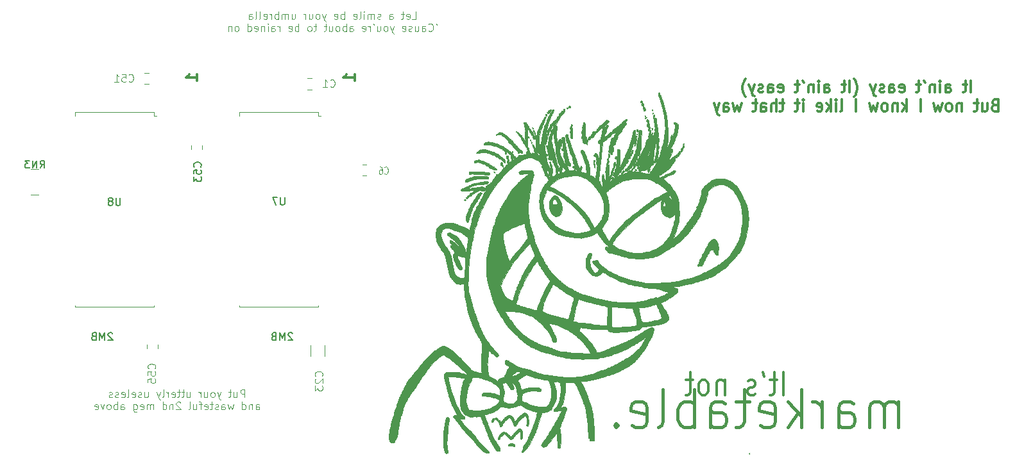
<source format=gbr>
%TF.GenerationSoftware,KiCad,Pcbnew,8.0.5-dirty*%
%TF.CreationDate,2024-12-24T11:16:46-08:00*%
%TF.ProjectId,nightshade,6e696768-7473-4686-9164-652e6b696361,rev?*%
%TF.SameCoordinates,Original*%
%TF.FileFunction,Legend,Bot*%
%TF.FilePolarity,Positive*%
%FSLAX46Y46*%
G04 Gerber Fmt 4.6, Leading zero omitted, Abs format (unit mm)*
G04 Created by KiCad (PCBNEW 8.0.5-dirty) date 2024-12-24 11:16:46*
%MOMM*%
%LPD*%
G01*
G04 APERTURE LIST*
%ADD10C,0.300000*%
%ADD11C,0.150000*%
%ADD12C,0.100000*%
%ADD13C,0.400000*%
%ADD14C,0.120000*%
%ADD15C,0.010000*%
G04 APERTURE END LIST*
D10*
X210271429Y-98353753D02*
X210271429Y-96803753D01*
X209771428Y-97320420D02*
X209200000Y-97320420D01*
X209557143Y-96803753D02*
X209557143Y-98132324D01*
X209557143Y-98132324D02*
X209485714Y-98279944D01*
X209485714Y-98279944D02*
X209342857Y-98353753D01*
X209342857Y-98353753D02*
X209200000Y-98353753D01*
X206914286Y-98353753D02*
X206914286Y-97541848D01*
X206914286Y-97541848D02*
X206985714Y-97394229D01*
X206985714Y-97394229D02*
X207128571Y-97320420D01*
X207128571Y-97320420D02*
X207414286Y-97320420D01*
X207414286Y-97320420D02*
X207557143Y-97394229D01*
X206914286Y-98279944D02*
X207057143Y-98353753D01*
X207057143Y-98353753D02*
X207414286Y-98353753D01*
X207414286Y-98353753D02*
X207557143Y-98279944D01*
X207557143Y-98279944D02*
X207628571Y-98132324D01*
X207628571Y-98132324D02*
X207628571Y-97984705D01*
X207628571Y-97984705D02*
X207557143Y-97837086D01*
X207557143Y-97837086D02*
X207414286Y-97763277D01*
X207414286Y-97763277D02*
X207057143Y-97763277D01*
X207057143Y-97763277D02*
X206914286Y-97689467D01*
X206200000Y-98353753D02*
X206200000Y-97320420D01*
X206200000Y-96803753D02*
X206271428Y-96877563D01*
X206271428Y-96877563D02*
X206200000Y-96951372D01*
X206200000Y-96951372D02*
X206128571Y-96877563D01*
X206128571Y-96877563D02*
X206200000Y-96803753D01*
X206200000Y-96803753D02*
X206200000Y-96951372D01*
X205485714Y-97320420D02*
X205485714Y-98353753D01*
X205485714Y-97468039D02*
X205414285Y-97394229D01*
X205414285Y-97394229D02*
X205271428Y-97320420D01*
X205271428Y-97320420D02*
X205057142Y-97320420D01*
X205057142Y-97320420D02*
X204914285Y-97394229D01*
X204914285Y-97394229D02*
X204842857Y-97541848D01*
X204842857Y-97541848D02*
X204842857Y-98353753D01*
X204057142Y-96803753D02*
X204199999Y-97098991D01*
X203628570Y-97320420D02*
X203057142Y-97320420D01*
X203414285Y-96803753D02*
X203414285Y-98132324D01*
X203414285Y-98132324D02*
X203342856Y-98279944D01*
X203342856Y-98279944D02*
X203199999Y-98353753D01*
X203199999Y-98353753D02*
X203057142Y-98353753D01*
X200842856Y-98279944D02*
X200985713Y-98353753D01*
X200985713Y-98353753D02*
X201271428Y-98353753D01*
X201271428Y-98353753D02*
X201414285Y-98279944D01*
X201414285Y-98279944D02*
X201485713Y-98132324D01*
X201485713Y-98132324D02*
X201485713Y-97541848D01*
X201485713Y-97541848D02*
X201414285Y-97394229D01*
X201414285Y-97394229D02*
X201271428Y-97320420D01*
X201271428Y-97320420D02*
X200985713Y-97320420D01*
X200985713Y-97320420D02*
X200842856Y-97394229D01*
X200842856Y-97394229D02*
X200771428Y-97541848D01*
X200771428Y-97541848D02*
X200771428Y-97689467D01*
X200771428Y-97689467D02*
X201485713Y-97837086D01*
X199485714Y-98353753D02*
X199485714Y-97541848D01*
X199485714Y-97541848D02*
X199557142Y-97394229D01*
X199557142Y-97394229D02*
X199699999Y-97320420D01*
X199699999Y-97320420D02*
X199985714Y-97320420D01*
X199985714Y-97320420D02*
X200128571Y-97394229D01*
X199485714Y-98279944D02*
X199628571Y-98353753D01*
X199628571Y-98353753D02*
X199985714Y-98353753D01*
X199985714Y-98353753D02*
X200128571Y-98279944D01*
X200128571Y-98279944D02*
X200199999Y-98132324D01*
X200199999Y-98132324D02*
X200199999Y-97984705D01*
X200199999Y-97984705D02*
X200128571Y-97837086D01*
X200128571Y-97837086D02*
X199985714Y-97763277D01*
X199985714Y-97763277D02*
X199628571Y-97763277D01*
X199628571Y-97763277D02*
X199485714Y-97689467D01*
X198842856Y-98279944D02*
X198699999Y-98353753D01*
X198699999Y-98353753D02*
X198414285Y-98353753D01*
X198414285Y-98353753D02*
X198271428Y-98279944D01*
X198271428Y-98279944D02*
X198199999Y-98132324D01*
X198199999Y-98132324D02*
X198199999Y-98058515D01*
X198199999Y-98058515D02*
X198271428Y-97910896D01*
X198271428Y-97910896D02*
X198414285Y-97837086D01*
X198414285Y-97837086D02*
X198628571Y-97837086D01*
X198628571Y-97837086D02*
X198771428Y-97763277D01*
X198771428Y-97763277D02*
X198842856Y-97615658D01*
X198842856Y-97615658D02*
X198842856Y-97541848D01*
X198842856Y-97541848D02*
X198771428Y-97394229D01*
X198771428Y-97394229D02*
X198628571Y-97320420D01*
X198628571Y-97320420D02*
X198414285Y-97320420D01*
X198414285Y-97320420D02*
X198271428Y-97394229D01*
X197699999Y-97320420D02*
X197342856Y-98353753D01*
X196985713Y-97320420D02*
X197342856Y-98353753D01*
X197342856Y-98353753D02*
X197485713Y-98722801D01*
X197485713Y-98722801D02*
X197557142Y-98796610D01*
X197557142Y-98796610D02*
X197699999Y-98870420D01*
X194842856Y-98944229D02*
X194914285Y-98870420D01*
X194914285Y-98870420D02*
X195057142Y-98648991D01*
X195057142Y-98648991D02*
X195128571Y-98501372D01*
X195128571Y-98501372D02*
X195199999Y-98279944D01*
X195199999Y-98279944D02*
X195271428Y-97910896D01*
X195271428Y-97910896D02*
X195271428Y-97615658D01*
X195271428Y-97615658D02*
X195199999Y-97246610D01*
X195199999Y-97246610D02*
X195128571Y-97025182D01*
X195128571Y-97025182D02*
X195057142Y-96877563D01*
X195057142Y-96877563D02*
X194914285Y-96656134D01*
X194914285Y-96656134D02*
X194842856Y-96582324D01*
X194271428Y-98353753D02*
X194271428Y-96803753D01*
X193771427Y-97320420D02*
X193199999Y-97320420D01*
X193557142Y-96803753D02*
X193557142Y-98132324D01*
X193557142Y-98132324D02*
X193485713Y-98279944D01*
X193485713Y-98279944D02*
X193342856Y-98353753D01*
X193342856Y-98353753D02*
X193199999Y-98353753D01*
X190914285Y-98353753D02*
X190914285Y-97541848D01*
X190914285Y-97541848D02*
X190985713Y-97394229D01*
X190985713Y-97394229D02*
X191128570Y-97320420D01*
X191128570Y-97320420D02*
X191414285Y-97320420D01*
X191414285Y-97320420D02*
X191557142Y-97394229D01*
X190914285Y-98279944D02*
X191057142Y-98353753D01*
X191057142Y-98353753D02*
X191414285Y-98353753D01*
X191414285Y-98353753D02*
X191557142Y-98279944D01*
X191557142Y-98279944D02*
X191628570Y-98132324D01*
X191628570Y-98132324D02*
X191628570Y-97984705D01*
X191628570Y-97984705D02*
X191557142Y-97837086D01*
X191557142Y-97837086D02*
X191414285Y-97763277D01*
X191414285Y-97763277D02*
X191057142Y-97763277D01*
X191057142Y-97763277D02*
X190914285Y-97689467D01*
X190199999Y-98353753D02*
X190199999Y-97320420D01*
X190199999Y-96803753D02*
X190271427Y-96877563D01*
X190271427Y-96877563D02*
X190199999Y-96951372D01*
X190199999Y-96951372D02*
X190128570Y-96877563D01*
X190128570Y-96877563D02*
X190199999Y-96803753D01*
X190199999Y-96803753D02*
X190199999Y-96951372D01*
X189485713Y-97320420D02*
X189485713Y-98353753D01*
X189485713Y-97468039D02*
X189414284Y-97394229D01*
X189414284Y-97394229D02*
X189271427Y-97320420D01*
X189271427Y-97320420D02*
X189057141Y-97320420D01*
X189057141Y-97320420D02*
X188914284Y-97394229D01*
X188914284Y-97394229D02*
X188842856Y-97541848D01*
X188842856Y-97541848D02*
X188842856Y-98353753D01*
X188057141Y-96803753D02*
X188199998Y-97098991D01*
X187628569Y-97320420D02*
X187057141Y-97320420D01*
X187414284Y-96803753D02*
X187414284Y-98132324D01*
X187414284Y-98132324D02*
X187342855Y-98279944D01*
X187342855Y-98279944D02*
X187199998Y-98353753D01*
X187199998Y-98353753D02*
X187057141Y-98353753D01*
X184842855Y-98279944D02*
X184985712Y-98353753D01*
X184985712Y-98353753D02*
X185271427Y-98353753D01*
X185271427Y-98353753D02*
X185414284Y-98279944D01*
X185414284Y-98279944D02*
X185485712Y-98132324D01*
X185485712Y-98132324D02*
X185485712Y-97541848D01*
X185485712Y-97541848D02*
X185414284Y-97394229D01*
X185414284Y-97394229D02*
X185271427Y-97320420D01*
X185271427Y-97320420D02*
X184985712Y-97320420D01*
X184985712Y-97320420D02*
X184842855Y-97394229D01*
X184842855Y-97394229D02*
X184771427Y-97541848D01*
X184771427Y-97541848D02*
X184771427Y-97689467D01*
X184771427Y-97689467D02*
X185485712Y-97837086D01*
X183485713Y-98353753D02*
X183485713Y-97541848D01*
X183485713Y-97541848D02*
X183557141Y-97394229D01*
X183557141Y-97394229D02*
X183699998Y-97320420D01*
X183699998Y-97320420D02*
X183985713Y-97320420D01*
X183985713Y-97320420D02*
X184128570Y-97394229D01*
X183485713Y-98279944D02*
X183628570Y-98353753D01*
X183628570Y-98353753D02*
X183985713Y-98353753D01*
X183985713Y-98353753D02*
X184128570Y-98279944D01*
X184128570Y-98279944D02*
X184199998Y-98132324D01*
X184199998Y-98132324D02*
X184199998Y-97984705D01*
X184199998Y-97984705D02*
X184128570Y-97837086D01*
X184128570Y-97837086D02*
X183985713Y-97763277D01*
X183985713Y-97763277D02*
X183628570Y-97763277D01*
X183628570Y-97763277D02*
X183485713Y-97689467D01*
X182842855Y-98279944D02*
X182699998Y-98353753D01*
X182699998Y-98353753D02*
X182414284Y-98353753D01*
X182414284Y-98353753D02*
X182271427Y-98279944D01*
X182271427Y-98279944D02*
X182199998Y-98132324D01*
X182199998Y-98132324D02*
X182199998Y-98058515D01*
X182199998Y-98058515D02*
X182271427Y-97910896D01*
X182271427Y-97910896D02*
X182414284Y-97837086D01*
X182414284Y-97837086D02*
X182628570Y-97837086D01*
X182628570Y-97837086D02*
X182771427Y-97763277D01*
X182771427Y-97763277D02*
X182842855Y-97615658D01*
X182842855Y-97615658D02*
X182842855Y-97541848D01*
X182842855Y-97541848D02*
X182771427Y-97394229D01*
X182771427Y-97394229D02*
X182628570Y-97320420D01*
X182628570Y-97320420D02*
X182414284Y-97320420D01*
X182414284Y-97320420D02*
X182271427Y-97394229D01*
X181699998Y-97320420D02*
X181342855Y-98353753D01*
X180985712Y-97320420D02*
X181342855Y-98353753D01*
X181342855Y-98353753D02*
X181485712Y-98722801D01*
X181485712Y-98722801D02*
X181557141Y-98796610D01*
X181557141Y-98796610D02*
X181699998Y-98870420D01*
X180557141Y-98944229D02*
X180485712Y-98870420D01*
X180485712Y-98870420D02*
X180342855Y-98648991D01*
X180342855Y-98648991D02*
X180271427Y-98501372D01*
X180271427Y-98501372D02*
X180199998Y-98279944D01*
X180199998Y-98279944D02*
X180128569Y-97910896D01*
X180128569Y-97910896D02*
X180128569Y-97615658D01*
X180128569Y-97615658D02*
X180199998Y-97246610D01*
X180199998Y-97246610D02*
X180271427Y-97025182D01*
X180271427Y-97025182D02*
X180342855Y-96877563D01*
X180342855Y-96877563D02*
X180485712Y-96656134D01*
X180485712Y-96656134D02*
X180557141Y-96582324D01*
X213414287Y-100037261D02*
X213200001Y-100111071D01*
X213200001Y-100111071D02*
X213128572Y-100184880D01*
X213128572Y-100184880D02*
X213057144Y-100332499D01*
X213057144Y-100332499D02*
X213057144Y-100553928D01*
X213057144Y-100553928D02*
X213128572Y-100701547D01*
X213128572Y-100701547D02*
X213200001Y-100775357D01*
X213200001Y-100775357D02*
X213342858Y-100849166D01*
X213342858Y-100849166D02*
X213914287Y-100849166D01*
X213914287Y-100849166D02*
X213914287Y-99299166D01*
X213914287Y-99299166D02*
X213414287Y-99299166D01*
X213414287Y-99299166D02*
X213271430Y-99372976D01*
X213271430Y-99372976D02*
X213200001Y-99446785D01*
X213200001Y-99446785D02*
X213128572Y-99594404D01*
X213128572Y-99594404D02*
X213128572Y-99742023D01*
X213128572Y-99742023D02*
X213200001Y-99889642D01*
X213200001Y-99889642D02*
X213271430Y-99963452D01*
X213271430Y-99963452D02*
X213414287Y-100037261D01*
X213414287Y-100037261D02*
X213914287Y-100037261D01*
X211771430Y-99815833D02*
X211771430Y-100849166D01*
X212414287Y-99815833D02*
X212414287Y-100627737D01*
X212414287Y-100627737D02*
X212342858Y-100775357D01*
X212342858Y-100775357D02*
X212200001Y-100849166D01*
X212200001Y-100849166D02*
X211985715Y-100849166D01*
X211985715Y-100849166D02*
X211842858Y-100775357D01*
X211842858Y-100775357D02*
X211771430Y-100701547D01*
X211271429Y-99815833D02*
X210700001Y-99815833D01*
X211057144Y-99299166D02*
X211057144Y-100627737D01*
X211057144Y-100627737D02*
X210985715Y-100775357D01*
X210985715Y-100775357D02*
X210842858Y-100849166D01*
X210842858Y-100849166D02*
X210700001Y-100849166D01*
X209057144Y-99815833D02*
X209057144Y-100849166D01*
X209057144Y-99963452D02*
X208985715Y-99889642D01*
X208985715Y-99889642D02*
X208842858Y-99815833D01*
X208842858Y-99815833D02*
X208628572Y-99815833D01*
X208628572Y-99815833D02*
X208485715Y-99889642D01*
X208485715Y-99889642D02*
X208414287Y-100037261D01*
X208414287Y-100037261D02*
X208414287Y-100849166D01*
X207485715Y-100849166D02*
X207628572Y-100775357D01*
X207628572Y-100775357D02*
X207700001Y-100701547D01*
X207700001Y-100701547D02*
X207771429Y-100553928D01*
X207771429Y-100553928D02*
X207771429Y-100111071D01*
X207771429Y-100111071D02*
X207700001Y-99963452D01*
X207700001Y-99963452D02*
X207628572Y-99889642D01*
X207628572Y-99889642D02*
X207485715Y-99815833D01*
X207485715Y-99815833D02*
X207271429Y-99815833D01*
X207271429Y-99815833D02*
X207128572Y-99889642D01*
X207128572Y-99889642D02*
X207057144Y-99963452D01*
X207057144Y-99963452D02*
X206985715Y-100111071D01*
X206985715Y-100111071D02*
X206985715Y-100553928D01*
X206985715Y-100553928D02*
X207057144Y-100701547D01*
X207057144Y-100701547D02*
X207128572Y-100775357D01*
X207128572Y-100775357D02*
X207271429Y-100849166D01*
X207271429Y-100849166D02*
X207485715Y-100849166D01*
X206485715Y-99815833D02*
X206200001Y-100849166D01*
X206200001Y-100849166D02*
X205914286Y-100111071D01*
X205914286Y-100111071D02*
X205628572Y-100849166D01*
X205628572Y-100849166D02*
X205342858Y-99815833D01*
X203628572Y-100849166D02*
X203628572Y-99299166D01*
X201771429Y-100849166D02*
X201771429Y-99299166D01*
X201628572Y-100258690D02*
X201200000Y-100849166D01*
X201200000Y-99815833D02*
X201771429Y-100406309D01*
X200557143Y-99815833D02*
X200557143Y-100849166D01*
X200557143Y-99963452D02*
X200485714Y-99889642D01*
X200485714Y-99889642D02*
X200342857Y-99815833D01*
X200342857Y-99815833D02*
X200128571Y-99815833D01*
X200128571Y-99815833D02*
X199985714Y-99889642D01*
X199985714Y-99889642D02*
X199914286Y-100037261D01*
X199914286Y-100037261D02*
X199914286Y-100849166D01*
X198985714Y-100849166D02*
X199128571Y-100775357D01*
X199128571Y-100775357D02*
X199200000Y-100701547D01*
X199200000Y-100701547D02*
X199271428Y-100553928D01*
X199271428Y-100553928D02*
X199271428Y-100111071D01*
X199271428Y-100111071D02*
X199200000Y-99963452D01*
X199200000Y-99963452D02*
X199128571Y-99889642D01*
X199128571Y-99889642D02*
X198985714Y-99815833D01*
X198985714Y-99815833D02*
X198771428Y-99815833D01*
X198771428Y-99815833D02*
X198628571Y-99889642D01*
X198628571Y-99889642D02*
X198557143Y-99963452D01*
X198557143Y-99963452D02*
X198485714Y-100111071D01*
X198485714Y-100111071D02*
X198485714Y-100553928D01*
X198485714Y-100553928D02*
X198557143Y-100701547D01*
X198557143Y-100701547D02*
X198628571Y-100775357D01*
X198628571Y-100775357D02*
X198771428Y-100849166D01*
X198771428Y-100849166D02*
X198985714Y-100849166D01*
X197985714Y-99815833D02*
X197700000Y-100849166D01*
X197700000Y-100849166D02*
X197414285Y-100111071D01*
X197414285Y-100111071D02*
X197128571Y-100849166D01*
X197128571Y-100849166D02*
X196842857Y-99815833D01*
X195128571Y-100849166D02*
X195128571Y-99299166D01*
X193057142Y-100849166D02*
X193199999Y-100775357D01*
X193199999Y-100775357D02*
X193271428Y-100627737D01*
X193271428Y-100627737D02*
X193271428Y-99299166D01*
X192485714Y-100849166D02*
X192485714Y-99815833D01*
X192485714Y-99299166D02*
X192557142Y-99372976D01*
X192557142Y-99372976D02*
X192485714Y-99446785D01*
X192485714Y-99446785D02*
X192414285Y-99372976D01*
X192414285Y-99372976D02*
X192485714Y-99299166D01*
X192485714Y-99299166D02*
X192485714Y-99446785D01*
X191771428Y-100849166D02*
X191771428Y-99299166D01*
X191628571Y-100258690D02*
X191199999Y-100849166D01*
X191199999Y-99815833D02*
X191771428Y-100406309D01*
X189985713Y-100775357D02*
X190128570Y-100849166D01*
X190128570Y-100849166D02*
X190414285Y-100849166D01*
X190414285Y-100849166D02*
X190557142Y-100775357D01*
X190557142Y-100775357D02*
X190628570Y-100627737D01*
X190628570Y-100627737D02*
X190628570Y-100037261D01*
X190628570Y-100037261D02*
X190557142Y-99889642D01*
X190557142Y-99889642D02*
X190414285Y-99815833D01*
X190414285Y-99815833D02*
X190128570Y-99815833D01*
X190128570Y-99815833D02*
X189985713Y-99889642D01*
X189985713Y-99889642D02*
X189914285Y-100037261D01*
X189914285Y-100037261D02*
X189914285Y-100184880D01*
X189914285Y-100184880D02*
X190628570Y-100332499D01*
X188128571Y-100849166D02*
X188128571Y-99815833D01*
X188128571Y-99299166D02*
X188199999Y-99372976D01*
X188199999Y-99372976D02*
X188128571Y-99446785D01*
X188128571Y-99446785D02*
X188057142Y-99372976D01*
X188057142Y-99372976D02*
X188128571Y-99299166D01*
X188128571Y-99299166D02*
X188128571Y-99446785D01*
X187628570Y-99815833D02*
X187057142Y-99815833D01*
X187414285Y-99299166D02*
X187414285Y-100627737D01*
X187414285Y-100627737D02*
X187342856Y-100775357D01*
X187342856Y-100775357D02*
X187199999Y-100849166D01*
X187199999Y-100849166D02*
X187057142Y-100849166D01*
X185628570Y-99815833D02*
X185057142Y-99815833D01*
X185414285Y-99299166D02*
X185414285Y-100627737D01*
X185414285Y-100627737D02*
X185342856Y-100775357D01*
X185342856Y-100775357D02*
X185199999Y-100849166D01*
X185199999Y-100849166D02*
X185057142Y-100849166D01*
X184557142Y-100849166D02*
X184557142Y-99299166D01*
X183914285Y-100849166D02*
X183914285Y-100037261D01*
X183914285Y-100037261D02*
X183985713Y-99889642D01*
X183985713Y-99889642D02*
X184128570Y-99815833D01*
X184128570Y-99815833D02*
X184342856Y-99815833D01*
X184342856Y-99815833D02*
X184485713Y-99889642D01*
X184485713Y-99889642D02*
X184557142Y-99963452D01*
X182557142Y-100849166D02*
X182557142Y-100037261D01*
X182557142Y-100037261D02*
X182628570Y-99889642D01*
X182628570Y-99889642D02*
X182771427Y-99815833D01*
X182771427Y-99815833D02*
X183057142Y-99815833D01*
X183057142Y-99815833D02*
X183199999Y-99889642D01*
X182557142Y-100775357D02*
X182699999Y-100849166D01*
X182699999Y-100849166D02*
X183057142Y-100849166D01*
X183057142Y-100849166D02*
X183199999Y-100775357D01*
X183199999Y-100775357D02*
X183271427Y-100627737D01*
X183271427Y-100627737D02*
X183271427Y-100480118D01*
X183271427Y-100480118D02*
X183199999Y-100332499D01*
X183199999Y-100332499D02*
X183057142Y-100258690D01*
X183057142Y-100258690D02*
X182699999Y-100258690D01*
X182699999Y-100258690D02*
X182557142Y-100184880D01*
X182057141Y-99815833D02*
X181485713Y-99815833D01*
X181842856Y-99299166D02*
X181842856Y-100627737D01*
X181842856Y-100627737D02*
X181771427Y-100775357D01*
X181771427Y-100775357D02*
X181628570Y-100849166D01*
X181628570Y-100849166D02*
X181485713Y-100849166D01*
X179985713Y-99815833D02*
X179699999Y-100849166D01*
X179699999Y-100849166D02*
X179414284Y-100111071D01*
X179414284Y-100111071D02*
X179128570Y-100849166D01*
X179128570Y-100849166D02*
X178842856Y-99815833D01*
X177628570Y-100849166D02*
X177628570Y-100037261D01*
X177628570Y-100037261D02*
X177699998Y-99889642D01*
X177699998Y-99889642D02*
X177842855Y-99815833D01*
X177842855Y-99815833D02*
X178128570Y-99815833D01*
X178128570Y-99815833D02*
X178271427Y-99889642D01*
X177628570Y-100775357D02*
X177771427Y-100849166D01*
X177771427Y-100849166D02*
X178128570Y-100849166D01*
X178128570Y-100849166D02*
X178271427Y-100775357D01*
X178271427Y-100775357D02*
X178342855Y-100627737D01*
X178342855Y-100627737D02*
X178342855Y-100480118D01*
X178342855Y-100480118D02*
X178271427Y-100332499D01*
X178271427Y-100332499D02*
X178128570Y-100258690D01*
X178128570Y-100258690D02*
X177771427Y-100258690D01*
X177771427Y-100258690D02*
X177628570Y-100184880D01*
X177057141Y-99815833D02*
X176699998Y-100849166D01*
X176342855Y-99815833D02*
X176699998Y-100849166D01*
X176699998Y-100849166D02*
X176842855Y-101218214D01*
X176842855Y-101218214D02*
X176914284Y-101292023D01*
X176914284Y-101292023D02*
X177057141Y-101365833D01*
X108178328Y-96820572D02*
X108178328Y-95963429D01*
X108178328Y-96392000D02*
X106678328Y-96392000D01*
X106678328Y-96392000D02*
X106892614Y-96249143D01*
X106892614Y-96249143D02*
X107035471Y-96106286D01*
X107035471Y-96106286D02*
X107106900Y-95963429D01*
X128948328Y-96820572D02*
X128948328Y-95963429D01*
X128948328Y-96392000D02*
X127448328Y-96392000D01*
X127448328Y-96392000D02*
X127662614Y-96249143D01*
X127662614Y-96249143D02*
X127805471Y-96106286D01*
X127805471Y-96106286D02*
X127876900Y-95963429D01*
D11*
X120738094Y-130215057D02*
X120690475Y-130167438D01*
X120690475Y-130167438D02*
X120595237Y-130119819D01*
X120595237Y-130119819D02*
X120357142Y-130119819D01*
X120357142Y-130119819D02*
X120261904Y-130167438D01*
X120261904Y-130167438D02*
X120214285Y-130215057D01*
X120214285Y-130215057D02*
X120166666Y-130310295D01*
X120166666Y-130310295D02*
X120166666Y-130405533D01*
X120166666Y-130405533D02*
X120214285Y-130548390D01*
X120214285Y-130548390D02*
X120785713Y-131119819D01*
X120785713Y-131119819D02*
X120166666Y-131119819D01*
X119738094Y-131119819D02*
X119738094Y-130119819D01*
X119738094Y-130119819D02*
X119404761Y-130834104D01*
X119404761Y-130834104D02*
X119071428Y-130119819D01*
X119071428Y-130119819D02*
X119071428Y-131119819D01*
X118261904Y-130596009D02*
X118119047Y-130643628D01*
X118119047Y-130643628D02*
X118071428Y-130691247D01*
X118071428Y-130691247D02*
X118023809Y-130786485D01*
X118023809Y-130786485D02*
X118023809Y-130929342D01*
X118023809Y-130929342D02*
X118071428Y-131024580D01*
X118071428Y-131024580D02*
X118119047Y-131072200D01*
X118119047Y-131072200D02*
X118214285Y-131119819D01*
X118214285Y-131119819D02*
X118595237Y-131119819D01*
X118595237Y-131119819D02*
X118595237Y-130119819D01*
X118595237Y-130119819D02*
X118261904Y-130119819D01*
X118261904Y-130119819D02*
X118166666Y-130167438D01*
X118166666Y-130167438D02*
X118119047Y-130215057D01*
X118119047Y-130215057D02*
X118071428Y-130310295D01*
X118071428Y-130310295D02*
X118071428Y-130405533D01*
X118071428Y-130405533D02*
X118119047Y-130500771D01*
X118119047Y-130500771D02*
X118166666Y-130548390D01*
X118166666Y-130548390D02*
X118261904Y-130596009D01*
X118261904Y-130596009D02*
X118595237Y-130596009D01*
X96976190Y-130215057D02*
X96928571Y-130167438D01*
X96928571Y-130167438D02*
X96833333Y-130119819D01*
X96833333Y-130119819D02*
X96595238Y-130119819D01*
X96595238Y-130119819D02*
X96500000Y-130167438D01*
X96500000Y-130167438D02*
X96452381Y-130215057D01*
X96452381Y-130215057D02*
X96404762Y-130310295D01*
X96404762Y-130310295D02*
X96404762Y-130405533D01*
X96404762Y-130405533D02*
X96452381Y-130548390D01*
X96452381Y-130548390D02*
X97023809Y-131119819D01*
X97023809Y-131119819D02*
X96404762Y-131119819D01*
X95976190Y-131119819D02*
X95976190Y-130119819D01*
X95976190Y-130119819D02*
X95642857Y-130834104D01*
X95642857Y-130834104D02*
X95309524Y-130119819D01*
X95309524Y-130119819D02*
X95309524Y-131119819D01*
X94500000Y-130596009D02*
X94357143Y-130643628D01*
X94357143Y-130643628D02*
X94309524Y-130691247D01*
X94309524Y-130691247D02*
X94261905Y-130786485D01*
X94261905Y-130786485D02*
X94261905Y-130929342D01*
X94261905Y-130929342D02*
X94309524Y-131024580D01*
X94309524Y-131024580D02*
X94357143Y-131072200D01*
X94357143Y-131072200D02*
X94452381Y-131119819D01*
X94452381Y-131119819D02*
X94833333Y-131119819D01*
X94833333Y-131119819D02*
X94833333Y-130119819D01*
X94833333Y-130119819D02*
X94500000Y-130119819D01*
X94500000Y-130119819D02*
X94404762Y-130167438D01*
X94404762Y-130167438D02*
X94357143Y-130215057D01*
X94357143Y-130215057D02*
X94309524Y-130310295D01*
X94309524Y-130310295D02*
X94309524Y-130405533D01*
X94309524Y-130405533D02*
X94357143Y-130500771D01*
X94357143Y-130500771D02*
X94404762Y-130548390D01*
X94404762Y-130548390D02*
X94500000Y-130596009D01*
X94500000Y-130596009D02*
X94833333Y-130596009D01*
D10*
X185524930Y-138368085D02*
X185524930Y-135368085D01*
X184691597Y-136368085D02*
X183739216Y-136368085D01*
X184334454Y-135368085D02*
X184334454Y-137939513D01*
X184334454Y-137939513D02*
X184215407Y-138225228D01*
X184215407Y-138225228D02*
X183977312Y-138368085D01*
X183977312Y-138368085D02*
X183739216Y-138368085D01*
X182786836Y-135368085D02*
X183024931Y-135939513D01*
X181834455Y-138225228D02*
X181596360Y-138368085D01*
X181596360Y-138368085D02*
X181120169Y-138368085D01*
X181120169Y-138368085D02*
X180882074Y-138225228D01*
X180882074Y-138225228D02*
X180763026Y-137939513D01*
X180763026Y-137939513D02*
X180763026Y-137796656D01*
X180763026Y-137796656D02*
X180882074Y-137510942D01*
X180882074Y-137510942D02*
X181120169Y-137368085D01*
X181120169Y-137368085D02*
X181477312Y-137368085D01*
X181477312Y-137368085D02*
X181715407Y-137225228D01*
X181715407Y-137225228D02*
X181834455Y-136939513D01*
X181834455Y-136939513D02*
X181834455Y-136796656D01*
X181834455Y-136796656D02*
X181715407Y-136510942D01*
X181715407Y-136510942D02*
X181477312Y-136368085D01*
X181477312Y-136368085D02*
X181120169Y-136368085D01*
X181120169Y-136368085D02*
X180882074Y-136510942D01*
X177786835Y-136368085D02*
X177786835Y-138368085D01*
X177786835Y-136653799D02*
X177667788Y-136510942D01*
X177667788Y-136510942D02*
X177429693Y-136368085D01*
X177429693Y-136368085D02*
X177072550Y-136368085D01*
X177072550Y-136368085D02*
X176834454Y-136510942D01*
X176834454Y-136510942D02*
X176715407Y-136796656D01*
X176715407Y-136796656D02*
X176715407Y-138368085D01*
X175167788Y-138368085D02*
X175405883Y-138225228D01*
X175405883Y-138225228D02*
X175524930Y-138082370D01*
X175524930Y-138082370D02*
X175643978Y-137796656D01*
X175643978Y-137796656D02*
X175643978Y-136939513D01*
X175643978Y-136939513D02*
X175524930Y-136653799D01*
X175524930Y-136653799D02*
X175405883Y-136510942D01*
X175405883Y-136510942D02*
X175167788Y-136368085D01*
X175167788Y-136368085D02*
X174810645Y-136368085D01*
X174810645Y-136368085D02*
X174572549Y-136510942D01*
X174572549Y-136510942D02*
X174453502Y-136653799D01*
X174453502Y-136653799D02*
X174334454Y-136939513D01*
X174334454Y-136939513D02*
X174334454Y-137796656D01*
X174334454Y-137796656D02*
X174453502Y-138082370D01*
X174453502Y-138082370D02*
X174572549Y-138225228D01*
X174572549Y-138225228D02*
X174810645Y-138368085D01*
X174810645Y-138368085D02*
X175167788Y-138368085D01*
X173620168Y-136368085D02*
X172667787Y-136368085D01*
X173263025Y-135368085D02*
X173263025Y-137939513D01*
X173263025Y-137939513D02*
X173143978Y-138225228D01*
X173143978Y-138225228D02*
X172905883Y-138368085D01*
X172905883Y-138368085D02*
X172667787Y-138368085D01*
D12*
X114428573Y-138652447D02*
X114428573Y-137652447D01*
X114428573Y-137652447D02*
X114047621Y-137652447D01*
X114047621Y-137652447D02*
X113952383Y-137700066D01*
X113952383Y-137700066D02*
X113904764Y-137747685D01*
X113904764Y-137747685D02*
X113857145Y-137842923D01*
X113857145Y-137842923D02*
X113857145Y-137985780D01*
X113857145Y-137985780D02*
X113904764Y-138081018D01*
X113904764Y-138081018D02*
X113952383Y-138128637D01*
X113952383Y-138128637D02*
X114047621Y-138176256D01*
X114047621Y-138176256D02*
X114428573Y-138176256D01*
X113000002Y-137985780D02*
X113000002Y-138652447D01*
X113428573Y-137985780D02*
X113428573Y-138509589D01*
X113428573Y-138509589D02*
X113380954Y-138604828D01*
X113380954Y-138604828D02*
X113285716Y-138652447D01*
X113285716Y-138652447D02*
X113142859Y-138652447D01*
X113142859Y-138652447D02*
X113047621Y-138604828D01*
X113047621Y-138604828D02*
X113000002Y-138557208D01*
X112666668Y-137985780D02*
X112285716Y-137985780D01*
X112523811Y-137652447D02*
X112523811Y-138509589D01*
X112523811Y-138509589D02*
X112476192Y-138604828D01*
X112476192Y-138604828D02*
X112380954Y-138652447D01*
X112380954Y-138652447D02*
X112285716Y-138652447D01*
X111285715Y-137985780D02*
X111047620Y-138652447D01*
X110809525Y-137985780D02*
X111047620Y-138652447D01*
X111047620Y-138652447D02*
X111142858Y-138890542D01*
X111142858Y-138890542D02*
X111190477Y-138938161D01*
X111190477Y-138938161D02*
X111285715Y-138985780D01*
X110285715Y-138652447D02*
X110380953Y-138604828D01*
X110380953Y-138604828D02*
X110428572Y-138557208D01*
X110428572Y-138557208D02*
X110476191Y-138461970D01*
X110476191Y-138461970D02*
X110476191Y-138176256D01*
X110476191Y-138176256D02*
X110428572Y-138081018D01*
X110428572Y-138081018D02*
X110380953Y-138033399D01*
X110380953Y-138033399D02*
X110285715Y-137985780D01*
X110285715Y-137985780D02*
X110142858Y-137985780D01*
X110142858Y-137985780D02*
X110047620Y-138033399D01*
X110047620Y-138033399D02*
X110000001Y-138081018D01*
X110000001Y-138081018D02*
X109952382Y-138176256D01*
X109952382Y-138176256D02*
X109952382Y-138461970D01*
X109952382Y-138461970D02*
X110000001Y-138557208D01*
X110000001Y-138557208D02*
X110047620Y-138604828D01*
X110047620Y-138604828D02*
X110142858Y-138652447D01*
X110142858Y-138652447D02*
X110285715Y-138652447D01*
X109095239Y-137985780D02*
X109095239Y-138652447D01*
X109523810Y-137985780D02*
X109523810Y-138509589D01*
X109523810Y-138509589D02*
X109476191Y-138604828D01*
X109476191Y-138604828D02*
X109380953Y-138652447D01*
X109380953Y-138652447D02*
X109238096Y-138652447D01*
X109238096Y-138652447D02*
X109142858Y-138604828D01*
X109142858Y-138604828D02*
X109095239Y-138557208D01*
X108619048Y-138652447D02*
X108619048Y-137985780D01*
X108619048Y-138176256D02*
X108571429Y-138081018D01*
X108571429Y-138081018D02*
X108523810Y-138033399D01*
X108523810Y-138033399D02*
X108428572Y-137985780D01*
X108428572Y-137985780D02*
X108333334Y-137985780D01*
X106809524Y-137985780D02*
X106809524Y-138652447D01*
X107238095Y-137985780D02*
X107238095Y-138509589D01*
X107238095Y-138509589D02*
X107190476Y-138604828D01*
X107190476Y-138604828D02*
X107095238Y-138652447D01*
X107095238Y-138652447D02*
X106952381Y-138652447D01*
X106952381Y-138652447D02*
X106857143Y-138604828D01*
X106857143Y-138604828D02*
X106809524Y-138557208D01*
X106476190Y-137985780D02*
X106095238Y-137985780D01*
X106333333Y-137652447D02*
X106333333Y-138509589D01*
X106333333Y-138509589D02*
X106285714Y-138604828D01*
X106285714Y-138604828D02*
X106190476Y-138652447D01*
X106190476Y-138652447D02*
X106095238Y-138652447D01*
X105904761Y-137985780D02*
X105523809Y-137985780D01*
X105761904Y-137652447D02*
X105761904Y-138509589D01*
X105761904Y-138509589D02*
X105714285Y-138604828D01*
X105714285Y-138604828D02*
X105619047Y-138652447D01*
X105619047Y-138652447D02*
X105523809Y-138652447D01*
X104809523Y-138604828D02*
X104904761Y-138652447D01*
X104904761Y-138652447D02*
X105095237Y-138652447D01*
X105095237Y-138652447D02*
X105190475Y-138604828D01*
X105190475Y-138604828D02*
X105238094Y-138509589D01*
X105238094Y-138509589D02*
X105238094Y-138128637D01*
X105238094Y-138128637D02*
X105190475Y-138033399D01*
X105190475Y-138033399D02*
X105095237Y-137985780D01*
X105095237Y-137985780D02*
X104904761Y-137985780D01*
X104904761Y-137985780D02*
X104809523Y-138033399D01*
X104809523Y-138033399D02*
X104761904Y-138128637D01*
X104761904Y-138128637D02*
X104761904Y-138223875D01*
X104761904Y-138223875D02*
X105238094Y-138319113D01*
X104333332Y-138652447D02*
X104333332Y-137985780D01*
X104333332Y-138176256D02*
X104285713Y-138081018D01*
X104285713Y-138081018D02*
X104238094Y-138033399D01*
X104238094Y-138033399D02*
X104142856Y-137985780D01*
X104142856Y-137985780D02*
X104047618Y-137985780D01*
X103571427Y-138652447D02*
X103666665Y-138604828D01*
X103666665Y-138604828D02*
X103714284Y-138509589D01*
X103714284Y-138509589D02*
X103714284Y-137652447D01*
X103285712Y-137985780D02*
X103047617Y-138652447D01*
X102809522Y-137985780D02*
X103047617Y-138652447D01*
X103047617Y-138652447D02*
X103142855Y-138890542D01*
X103142855Y-138890542D02*
X103190474Y-138938161D01*
X103190474Y-138938161D02*
X103285712Y-138985780D01*
X101238093Y-137985780D02*
X101238093Y-138652447D01*
X101666664Y-137985780D02*
X101666664Y-138509589D01*
X101666664Y-138509589D02*
X101619045Y-138604828D01*
X101619045Y-138604828D02*
X101523807Y-138652447D01*
X101523807Y-138652447D02*
X101380950Y-138652447D01*
X101380950Y-138652447D02*
X101285712Y-138604828D01*
X101285712Y-138604828D02*
X101238093Y-138557208D01*
X100809521Y-138604828D02*
X100714283Y-138652447D01*
X100714283Y-138652447D02*
X100523807Y-138652447D01*
X100523807Y-138652447D02*
X100428569Y-138604828D01*
X100428569Y-138604828D02*
X100380950Y-138509589D01*
X100380950Y-138509589D02*
X100380950Y-138461970D01*
X100380950Y-138461970D02*
X100428569Y-138366732D01*
X100428569Y-138366732D02*
X100523807Y-138319113D01*
X100523807Y-138319113D02*
X100666664Y-138319113D01*
X100666664Y-138319113D02*
X100761902Y-138271494D01*
X100761902Y-138271494D02*
X100809521Y-138176256D01*
X100809521Y-138176256D02*
X100809521Y-138128637D01*
X100809521Y-138128637D02*
X100761902Y-138033399D01*
X100761902Y-138033399D02*
X100666664Y-137985780D01*
X100666664Y-137985780D02*
X100523807Y-137985780D01*
X100523807Y-137985780D02*
X100428569Y-138033399D01*
X99571426Y-138604828D02*
X99666664Y-138652447D01*
X99666664Y-138652447D02*
X99857140Y-138652447D01*
X99857140Y-138652447D02*
X99952378Y-138604828D01*
X99952378Y-138604828D02*
X99999997Y-138509589D01*
X99999997Y-138509589D02*
X99999997Y-138128637D01*
X99999997Y-138128637D02*
X99952378Y-138033399D01*
X99952378Y-138033399D02*
X99857140Y-137985780D01*
X99857140Y-137985780D02*
X99666664Y-137985780D01*
X99666664Y-137985780D02*
X99571426Y-138033399D01*
X99571426Y-138033399D02*
X99523807Y-138128637D01*
X99523807Y-138128637D02*
X99523807Y-138223875D01*
X99523807Y-138223875D02*
X99999997Y-138319113D01*
X98952378Y-138652447D02*
X99047616Y-138604828D01*
X99047616Y-138604828D02*
X99095235Y-138509589D01*
X99095235Y-138509589D02*
X99095235Y-137652447D01*
X98190473Y-138604828D02*
X98285711Y-138652447D01*
X98285711Y-138652447D02*
X98476187Y-138652447D01*
X98476187Y-138652447D02*
X98571425Y-138604828D01*
X98571425Y-138604828D02*
X98619044Y-138509589D01*
X98619044Y-138509589D02*
X98619044Y-138128637D01*
X98619044Y-138128637D02*
X98571425Y-138033399D01*
X98571425Y-138033399D02*
X98476187Y-137985780D01*
X98476187Y-137985780D02*
X98285711Y-137985780D01*
X98285711Y-137985780D02*
X98190473Y-138033399D01*
X98190473Y-138033399D02*
X98142854Y-138128637D01*
X98142854Y-138128637D02*
X98142854Y-138223875D01*
X98142854Y-138223875D02*
X98619044Y-138319113D01*
X97761901Y-138604828D02*
X97666663Y-138652447D01*
X97666663Y-138652447D02*
X97476187Y-138652447D01*
X97476187Y-138652447D02*
X97380949Y-138604828D01*
X97380949Y-138604828D02*
X97333330Y-138509589D01*
X97333330Y-138509589D02*
X97333330Y-138461970D01*
X97333330Y-138461970D02*
X97380949Y-138366732D01*
X97380949Y-138366732D02*
X97476187Y-138319113D01*
X97476187Y-138319113D02*
X97619044Y-138319113D01*
X97619044Y-138319113D02*
X97714282Y-138271494D01*
X97714282Y-138271494D02*
X97761901Y-138176256D01*
X97761901Y-138176256D02*
X97761901Y-138128637D01*
X97761901Y-138128637D02*
X97714282Y-138033399D01*
X97714282Y-138033399D02*
X97619044Y-137985780D01*
X97619044Y-137985780D02*
X97476187Y-137985780D01*
X97476187Y-137985780D02*
X97380949Y-138033399D01*
X96952377Y-138604828D02*
X96857139Y-138652447D01*
X96857139Y-138652447D02*
X96666663Y-138652447D01*
X96666663Y-138652447D02*
X96571425Y-138604828D01*
X96571425Y-138604828D02*
X96523806Y-138509589D01*
X96523806Y-138509589D02*
X96523806Y-138461970D01*
X96523806Y-138461970D02*
X96571425Y-138366732D01*
X96571425Y-138366732D02*
X96666663Y-138319113D01*
X96666663Y-138319113D02*
X96809520Y-138319113D01*
X96809520Y-138319113D02*
X96904758Y-138271494D01*
X96904758Y-138271494D02*
X96952377Y-138176256D01*
X96952377Y-138176256D02*
X96952377Y-138128637D01*
X96952377Y-138128637D02*
X96904758Y-138033399D01*
X96904758Y-138033399D02*
X96809520Y-137985780D01*
X96809520Y-137985780D02*
X96666663Y-137985780D01*
X96666663Y-137985780D02*
X96571425Y-138033399D01*
X115904763Y-140262391D02*
X115904763Y-139738581D01*
X115904763Y-139738581D02*
X115952382Y-139643343D01*
X115952382Y-139643343D02*
X116047620Y-139595724D01*
X116047620Y-139595724D02*
X116238096Y-139595724D01*
X116238096Y-139595724D02*
X116333334Y-139643343D01*
X115904763Y-140214772D02*
X116000001Y-140262391D01*
X116000001Y-140262391D02*
X116238096Y-140262391D01*
X116238096Y-140262391D02*
X116333334Y-140214772D01*
X116333334Y-140214772D02*
X116380953Y-140119533D01*
X116380953Y-140119533D02*
X116380953Y-140024295D01*
X116380953Y-140024295D02*
X116333334Y-139929057D01*
X116333334Y-139929057D02*
X116238096Y-139881438D01*
X116238096Y-139881438D02*
X116000001Y-139881438D01*
X116000001Y-139881438D02*
X115904763Y-139833819D01*
X115428572Y-139595724D02*
X115428572Y-140262391D01*
X115428572Y-139690962D02*
X115380953Y-139643343D01*
X115380953Y-139643343D02*
X115285715Y-139595724D01*
X115285715Y-139595724D02*
X115142858Y-139595724D01*
X115142858Y-139595724D02*
X115047620Y-139643343D01*
X115047620Y-139643343D02*
X115000001Y-139738581D01*
X115000001Y-139738581D02*
X115000001Y-140262391D01*
X114095239Y-140262391D02*
X114095239Y-139262391D01*
X114095239Y-140214772D02*
X114190477Y-140262391D01*
X114190477Y-140262391D02*
X114380953Y-140262391D01*
X114380953Y-140262391D02*
X114476191Y-140214772D01*
X114476191Y-140214772D02*
X114523810Y-140167152D01*
X114523810Y-140167152D02*
X114571429Y-140071914D01*
X114571429Y-140071914D02*
X114571429Y-139786200D01*
X114571429Y-139786200D02*
X114523810Y-139690962D01*
X114523810Y-139690962D02*
X114476191Y-139643343D01*
X114476191Y-139643343D02*
X114380953Y-139595724D01*
X114380953Y-139595724D02*
X114190477Y-139595724D01*
X114190477Y-139595724D02*
X114095239Y-139643343D01*
X112952381Y-139595724D02*
X112761905Y-140262391D01*
X112761905Y-140262391D02*
X112571429Y-139786200D01*
X112571429Y-139786200D02*
X112380953Y-140262391D01*
X112380953Y-140262391D02*
X112190477Y-139595724D01*
X111380953Y-140262391D02*
X111380953Y-139738581D01*
X111380953Y-139738581D02*
X111428572Y-139643343D01*
X111428572Y-139643343D02*
X111523810Y-139595724D01*
X111523810Y-139595724D02*
X111714286Y-139595724D01*
X111714286Y-139595724D02*
X111809524Y-139643343D01*
X111380953Y-140214772D02*
X111476191Y-140262391D01*
X111476191Y-140262391D02*
X111714286Y-140262391D01*
X111714286Y-140262391D02*
X111809524Y-140214772D01*
X111809524Y-140214772D02*
X111857143Y-140119533D01*
X111857143Y-140119533D02*
X111857143Y-140024295D01*
X111857143Y-140024295D02*
X111809524Y-139929057D01*
X111809524Y-139929057D02*
X111714286Y-139881438D01*
X111714286Y-139881438D02*
X111476191Y-139881438D01*
X111476191Y-139881438D02*
X111380953Y-139833819D01*
X110952381Y-140214772D02*
X110857143Y-140262391D01*
X110857143Y-140262391D02*
X110666667Y-140262391D01*
X110666667Y-140262391D02*
X110571429Y-140214772D01*
X110571429Y-140214772D02*
X110523810Y-140119533D01*
X110523810Y-140119533D02*
X110523810Y-140071914D01*
X110523810Y-140071914D02*
X110571429Y-139976676D01*
X110571429Y-139976676D02*
X110666667Y-139929057D01*
X110666667Y-139929057D02*
X110809524Y-139929057D01*
X110809524Y-139929057D02*
X110904762Y-139881438D01*
X110904762Y-139881438D02*
X110952381Y-139786200D01*
X110952381Y-139786200D02*
X110952381Y-139738581D01*
X110952381Y-139738581D02*
X110904762Y-139643343D01*
X110904762Y-139643343D02*
X110809524Y-139595724D01*
X110809524Y-139595724D02*
X110666667Y-139595724D01*
X110666667Y-139595724D02*
X110571429Y-139643343D01*
X110238095Y-139595724D02*
X109857143Y-139595724D01*
X110095238Y-139262391D02*
X110095238Y-140119533D01*
X110095238Y-140119533D02*
X110047619Y-140214772D01*
X110047619Y-140214772D02*
X109952381Y-140262391D01*
X109952381Y-140262391D02*
X109857143Y-140262391D01*
X109142857Y-140214772D02*
X109238095Y-140262391D01*
X109238095Y-140262391D02*
X109428571Y-140262391D01*
X109428571Y-140262391D02*
X109523809Y-140214772D01*
X109523809Y-140214772D02*
X109571428Y-140119533D01*
X109571428Y-140119533D02*
X109571428Y-139738581D01*
X109571428Y-139738581D02*
X109523809Y-139643343D01*
X109523809Y-139643343D02*
X109428571Y-139595724D01*
X109428571Y-139595724D02*
X109238095Y-139595724D01*
X109238095Y-139595724D02*
X109142857Y-139643343D01*
X109142857Y-139643343D02*
X109095238Y-139738581D01*
X109095238Y-139738581D02*
X109095238Y-139833819D01*
X109095238Y-139833819D02*
X109571428Y-139929057D01*
X108809523Y-139595724D02*
X108428571Y-139595724D01*
X108666666Y-140262391D02*
X108666666Y-139405248D01*
X108666666Y-139405248D02*
X108619047Y-139310010D01*
X108619047Y-139310010D02*
X108523809Y-139262391D01*
X108523809Y-139262391D02*
X108428571Y-139262391D01*
X107666666Y-139595724D02*
X107666666Y-140262391D01*
X108095237Y-139595724D02*
X108095237Y-140119533D01*
X108095237Y-140119533D02*
X108047618Y-140214772D01*
X108047618Y-140214772D02*
X107952380Y-140262391D01*
X107952380Y-140262391D02*
X107809523Y-140262391D01*
X107809523Y-140262391D02*
X107714285Y-140214772D01*
X107714285Y-140214772D02*
X107666666Y-140167152D01*
X107047618Y-140262391D02*
X107142856Y-140214772D01*
X107142856Y-140214772D02*
X107190475Y-140119533D01*
X107190475Y-140119533D02*
X107190475Y-139262391D01*
X105952379Y-139357629D02*
X105904760Y-139310010D01*
X105904760Y-139310010D02*
X105809522Y-139262391D01*
X105809522Y-139262391D02*
X105571427Y-139262391D01*
X105571427Y-139262391D02*
X105476189Y-139310010D01*
X105476189Y-139310010D02*
X105428570Y-139357629D01*
X105428570Y-139357629D02*
X105380951Y-139452867D01*
X105380951Y-139452867D02*
X105380951Y-139548105D01*
X105380951Y-139548105D02*
X105428570Y-139690962D01*
X105428570Y-139690962D02*
X105999998Y-140262391D01*
X105999998Y-140262391D02*
X105380951Y-140262391D01*
X104952379Y-139595724D02*
X104952379Y-140262391D01*
X104952379Y-139690962D02*
X104904760Y-139643343D01*
X104904760Y-139643343D02*
X104809522Y-139595724D01*
X104809522Y-139595724D02*
X104666665Y-139595724D01*
X104666665Y-139595724D02*
X104571427Y-139643343D01*
X104571427Y-139643343D02*
X104523808Y-139738581D01*
X104523808Y-139738581D02*
X104523808Y-140262391D01*
X103619046Y-140262391D02*
X103619046Y-139262391D01*
X103619046Y-140214772D02*
X103714284Y-140262391D01*
X103714284Y-140262391D02*
X103904760Y-140262391D01*
X103904760Y-140262391D02*
X103999998Y-140214772D01*
X103999998Y-140214772D02*
X104047617Y-140167152D01*
X104047617Y-140167152D02*
X104095236Y-140071914D01*
X104095236Y-140071914D02*
X104095236Y-139786200D01*
X104095236Y-139786200D02*
X104047617Y-139690962D01*
X104047617Y-139690962D02*
X103999998Y-139643343D01*
X103999998Y-139643343D02*
X103904760Y-139595724D01*
X103904760Y-139595724D02*
X103714284Y-139595724D01*
X103714284Y-139595724D02*
X103619046Y-139643343D01*
X102380950Y-140262391D02*
X102380950Y-139595724D01*
X102380950Y-139690962D02*
X102333331Y-139643343D01*
X102333331Y-139643343D02*
X102238093Y-139595724D01*
X102238093Y-139595724D02*
X102095236Y-139595724D01*
X102095236Y-139595724D02*
X101999998Y-139643343D01*
X101999998Y-139643343D02*
X101952379Y-139738581D01*
X101952379Y-139738581D02*
X101952379Y-140262391D01*
X101952379Y-139738581D02*
X101904760Y-139643343D01*
X101904760Y-139643343D02*
X101809522Y-139595724D01*
X101809522Y-139595724D02*
X101666665Y-139595724D01*
X101666665Y-139595724D02*
X101571426Y-139643343D01*
X101571426Y-139643343D02*
X101523807Y-139738581D01*
X101523807Y-139738581D02*
X101523807Y-140262391D01*
X100666665Y-140214772D02*
X100761903Y-140262391D01*
X100761903Y-140262391D02*
X100952379Y-140262391D01*
X100952379Y-140262391D02*
X101047617Y-140214772D01*
X101047617Y-140214772D02*
X101095236Y-140119533D01*
X101095236Y-140119533D02*
X101095236Y-139738581D01*
X101095236Y-139738581D02*
X101047617Y-139643343D01*
X101047617Y-139643343D02*
X100952379Y-139595724D01*
X100952379Y-139595724D02*
X100761903Y-139595724D01*
X100761903Y-139595724D02*
X100666665Y-139643343D01*
X100666665Y-139643343D02*
X100619046Y-139738581D01*
X100619046Y-139738581D02*
X100619046Y-139833819D01*
X100619046Y-139833819D02*
X101095236Y-139929057D01*
X99761903Y-139595724D02*
X99761903Y-140405248D01*
X99761903Y-140405248D02*
X99809522Y-140500486D01*
X99809522Y-140500486D02*
X99857141Y-140548105D01*
X99857141Y-140548105D02*
X99952379Y-140595724D01*
X99952379Y-140595724D02*
X100095236Y-140595724D01*
X100095236Y-140595724D02*
X100190474Y-140548105D01*
X99761903Y-140214772D02*
X99857141Y-140262391D01*
X99857141Y-140262391D02*
X100047617Y-140262391D01*
X100047617Y-140262391D02*
X100142855Y-140214772D01*
X100142855Y-140214772D02*
X100190474Y-140167152D01*
X100190474Y-140167152D02*
X100238093Y-140071914D01*
X100238093Y-140071914D02*
X100238093Y-139786200D01*
X100238093Y-139786200D02*
X100190474Y-139690962D01*
X100190474Y-139690962D02*
X100142855Y-139643343D01*
X100142855Y-139643343D02*
X100047617Y-139595724D01*
X100047617Y-139595724D02*
X99857141Y-139595724D01*
X99857141Y-139595724D02*
X99761903Y-139643343D01*
X98095236Y-140262391D02*
X98095236Y-139738581D01*
X98095236Y-139738581D02*
X98142855Y-139643343D01*
X98142855Y-139643343D02*
X98238093Y-139595724D01*
X98238093Y-139595724D02*
X98428569Y-139595724D01*
X98428569Y-139595724D02*
X98523807Y-139643343D01*
X98095236Y-140214772D02*
X98190474Y-140262391D01*
X98190474Y-140262391D02*
X98428569Y-140262391D01*
X98428569Y-140262391D02*
X98523807Y-140214772D01*
X98523807Y-140214772D02*
X98571426Y-140119533D01*
X98571426Y-140119533D02*
X98571426Y-140024295D01*
X98571426Y-140024295D02*
X98523807Y-139929057D01*
X98523807Y-139929057D02*
X98428569Y-139881438D01*
X98428569Y-139881438D02*
X98190474Y-139881438D01*
X98190474Y-139881438D02*
X98095236Y-139833819D01*
X97619045Y-140262391D02*
X97619045Y-139262391D01*
X97619045Y-139643343D02*
X97523807Y-139595724D01*
X97523807Y-139595724D02*
X97333331Y-139595724D01*
X97333331Y-139595724D02*
X97238093Y-139643343D01*
X97238093Y-139643343D02*
X97190474Y-139690962D01*
X97190474Y-139690962D02*
X97142855Y-139786200D01*
X97142855Y-139786200D02*
X97142855Y-140071914D01*
X97142855Y-140071914D02*
X97190474Y-140167152D01*
X97190474Y-140167152D02*
X97238093Y-140214772D01*
X97238093Y-140214772D02*
X97333331Y-140262391D01*
X97333331Y-140262391D02*
X97523807Y-140262391D01*
X97523807Y-140262391D02*
X97619045Y-140214772D01*
X96571426Y-140262391D02*
X96666664Y-140214772D01*
X96666664Y-140214772D02*
X96714283Y-140167152D01*
X96714283Y-140167152D02*
X96761902Y-140071914D01*
X96761902Y-140071914D02*
X96761902Y-139786200D01*
X96761902Y-139786200D02*
X96714283Y-139690962D01*
X96714283Y-139690962D02*
X96666664Y-139643343D01*
X96666664Y-139643343D02*
X96571426Y-139595724D01*
X96571426Y-139595724D02*
X96428569Y-139595724D01*
X96428569Y-139595724D02*
X96333331Y-139643343D01*
X96333331Y-139643343D02*
X96285712Y-139690962D01*
X96285712Y-139690962D02*
X96238093Y-139786200D01*
X96238093Y-139786200D02*
X96238093Y-140071914D01*
X96238093Y-140071914D02*
X96285712Y-140167152D01*
X96285712Y-140167152D02*
X96333331Y-140214772D01*
X96333331Y-140214772D02*
X96428569Y-140262391D01*
X96428569Y-140262391D02*
X96571426Y-140262391D01*
X95904759Y-139595724D02*
X95666664Y-140262391D01*
X95666664Y-140262391D02*
X95428569Y-139595724D01*
X94666664Y-140214772D02*
X94761902Y-140262391D01*
X94761902Y-140262391D02*
X94952378Y-140262391D01*
X94952378Y-140262391D02*
X95047616Y-140214772D01*
X95047616Y-140214772D02*
X95095235Y-140119533D01*
X95095235Y-140119533D02*
X95095235Y-139738581D01*
X95095235Y-139738581D02*
X95047616Y-139643343D01*
X95047616Y-139643343D02*
X94952378Y-139595724D01*
X94952378Y-139595724D02*
X94761902Y-139595724D01*
X94761902Y-139595724D02*
X94666664Y-139643343D01*
X94666664Y-139643343D02*
X94619045Y-139738581D01*
X94619045Y-139738581D02*
X94619045Y-139833819D01*
X94619045Y-139833819D02*
X95095235Y-139929057D01*
X136523811Y-88652447D02*
X137000001Y-88652447D01*
X137000001Y-88652447D02*
X137000001Y-87652447D01*
X135809525Y-88604828D02*
X135904763Y-88652447D01*
X135904763Y-88652447D02*
X136095239Y-88652447D01*
X136095239Y-88652447D02*
X136190477Y-88604828D01*
X136190477Y-88604828D02*
X136238096Y-88509589D01*
X136238096Y-88509589D02*
X136238096Y-88128637D01*
X136238096Y-88128637D02*
X136190477Y-88033399D01*
X136190477Y-88033399D02*
X136095239Y-87985780D01*
X136095239Y-87985780D02*
X135904763Y-87985780D01*
X135904763Y-87985780D02*
X135809525Y-88033399D01*
X135809525Y-88033399D02*
X135761906Y-88128637D01*
X135761906Y-88128637D02*
X135761906Y-88223875D01*
X135761906Y-88223875D02*
X136238096Y-88319113D01*
X135476191Y-87985780D02*
X135095239Y-87985780D01*
X135333334Y-87652447D02*
X135333334Y-88509589D01*
X135333334Y-88509589D02*
X135285715Y-88604828D01*
X135285715Y-88604828D02*
X135190477Y-88652447D01*
X135190477Y-88652447D02*
X135095239Y-88652447D01*
X133571429Y-88652447D02*
X133571429Y-88128637D01*
X133571429Y-88128637D02*
X133619048Y-88033399D01*
X133619048Y-88033399D02*
X133714286Y-87985780D01*
X133714286Y-87985780D02*
X133904762Y-87985780D01*
X133904762Y-87985780D02*
X134000000Y-88033399D01*
X133571429Y-88604828D02*
X133666667Y-88652447D01*
X133666667Y-88652447D02*
X133904762Y-88652447D01*
X133904762Y-88652447D02*
X134000000Y-88604828D01*
X134000000Y-88604828D02*
X134047619Y-88509589D01*
X134047619Y-88509589D02*
X134047619Y-88414351D01*
X134047619Y-88414351D02*
X134000000Y-88319113D01*
X134000000Y-88319113D02*
X133904762Y-88271494D01*
X133904762Y-88271494D02*
X133666667Y-88271494D01*
X133666667Y-88271494D02*
X133571429Y-88223875D01*
X132380952Y-88604828D02*
X132285714Y-88652447D01*
X132285714Y-88652447D02*
X132095238Y-88652447D01*
X132095238Y-88652447D02*
X132000000Y-88604828D01*
X132000000Y-88604828D02*
X131952381Y-88509589D01*
X131952381Y-88509589D02*
X131952381Y-88461970D01*
X131952381Y-88461970D02*
X132000000Y-88366732D01*
X132000000Y-88366732D02*
X132095238Y-88319113D01*
X132095238Y-88319113D02*
X132238095Y-88319113D01*
X132238095Y-88319113D02*
X132333333Y-88271494D01*
X132333333Y-88271494D02*
X132380952Y-88176256D01*
X132380952Y-88176256D02*
X132380952Y-88128637D01*
X132380952Y-88128637D02*
X132333333Y-88033399D01*
X132333333Y-88033399D02*
X132238095Y-87985780D01*
X132238095Y-87985780D02*
X132095238Y-87985780D01*
X132095238Y-87985780D02*
X132000000Y-88033399D01*
X131523809Y-88652447D02*
X131523809Y-87985780D01*
X131523809Y-88081018D02*
X131476190Y-88033399D01*
X131476190Y-88033399D02*
X131380952Y-87985780D01*
X131380952Y-87985780D02*
X131238095Y-87985780D01*
X131238095Y-87985780D02*
X131142857Y-88033399D01*
X131142857Y-88033399D02*
X131095238Y-88128637D01*
X131095238Y-88128637D02*
X131095238Y-88652447D01*
X131095238Y-88128637D02*
X131047619Y-88033399D01*
X131047619Y-88033399D02*
X130952381Y-87985780D01*
X130952381Y-87985780D02*
X130809524Y-87985780D01*
X130809524Y-87985780D02*
X130714285Y-88033399D01*
X130714285Y-88033399D02*
X130666666Y-88128637D01*
X130666666Y-88128637D02*
X130666666Y-88652447D01*
X130190476Y-88652447D02*
X130190476Y-87985780D01*
X130190476Y-87652447D02*
X130238095Y-87700066D01*
X130238095Y-87700066D02*
X130190476Y-87747685D01*
X130190476Y-87747685D02*
X130142857Y-87700066D01*
X130142857Y-87700066D02*
X130190476Y-87652447D01*
X130190476Y-87652447D02*
X130190476Y-87747685D01*
X129571429Y-88652447D02*
X129666667Y-88604828D01*
X129666667Y-88604828D02*
X129714286Y-88509589D01*
X129714286Y-88509589D02*
X129714286Y-87652447D01*
X128809524Y-88604828D02*
X128904762Y-88652447D01*
X128904762Y-88652447D02*
X129095238Y-88652447D01*
X129095238Y-88652447D02*
X129190476Y-88604828D01*
X129190476Y-88604828D02*
X129238095Y-88509589D01*
X129238095Y-88509589D02*
X129238095Y-88128637D01*
X129238095Y-88128637D02*
X129190476Y-88033399D01*
X129190476Y-88033399D02*
X129095238Y-87985780D01*
X129095238Y-87985780D02*
X128904762Y-87985780D01*
X128904762Y-87985780D02*
X128809524Y-88033399D01*
X128809524Y-88033399D02*
X128761905Y-88128637D01*
X128761905Y-88128637D02*
X128761905Y-88223875D01*
X128761905Y-88223875D02*
X129238095Y-88319113D01*
X127571428Y-88652447D02*
X127571428Y-87652447D01*
X127571428Y-88033399D02*
X127476190Y-87985780D01*
X127476190Y-87985780D02*
X127285714Y-87985780D01*
X127285714Y-87985780D02*
X127190476Y-88033399D01*
X127190476Y-88033399D02*
X127142857Y-88081018D01*
X127142857Y-88081018D02*
X127095238Y-88176256D01*
X127095238Y-88176256D02*
X127095238Y-88461970D01*
X127095238Y-88461970D02*
X127142857Y-88557208D01*
X127142857Y-88557208D02*
X127190476Y-88604828D01*
X127190476Y-88604828D02*
X127285714Y-88652447D01*
X127285714Y-88652447D02*
X127476190Y-88652447D01*
X127476190Y-88652447D02*
X127571428Y-88604828D01*
X126285714Y-88604828D02*
X126380952Y-88652447D01*
X126380952Y-88652447D02*
X126571428Y-88652447D01*
X126571428Y-88652447D02*
X126666666Y-88604828D01*
X126666666Y-88604828D02*
X126714285Y-88509589D01*
X126714285Y-88509589D02*
X126714285Y-88128637D01*
X126714285Y-88128637D02*
X126666666Y-88033399D01*
X126666666Y-88033399D02*
X126571428Y-87985780D01*
X126571428Y-87985780D02*
X126380952Y-87985780D01*
X126380952Y-87985780D02*
X126285714Y-88033399D01*
X126285714Y-88033399D02*
X126238095Y-88128637D01*
X126238095Y-88128637D02*
X126238095Y-88223875D01*
X126238095Y-88223875D02*
X126714285Y-88319113D01*
X125142856Y-87985780D02*
X124904761Y-88652447D01*
X124666666Y-87985780D02*
X124904761Y-88652447D01*
X124904761Y-88652447D02*
X124999999Y-88890542D01*
X124999999Y-88890542D02*
X125047618Y-88938161D01*
X125047618Y-88938161D02*
X125142856Y-88985780D01*
X124142856Y-88652447D02*
X124238094Y-88604828D01*
X124238094Y-88604828D02*
X124285713Y-88557208D01*
X124285713Y-88557208D02*
X124333332Y-88461970D01*
X124333332Y-88461970D02*
X124333332Y-88176256D01*
X124333332Y-88176256D02*
X124285713Y-88081018D01*
X124285713Y-88081018D02*
X124238094Y-88033399D01*
X124238094Y-88033399D02*
X124142856Y-87985780D01*
X124142856Y-87985780D02*
X123999999Y-87985780D01*
X123999999Y-87985780D02*
X123904761Y-88033399D01*
X123904761Y-88033399D02*
X123857142Y-88081018D01*
X123857142Y-88081018D02*
X123809523Y-88176256D01*
X123809523Y-88176256D02*
X123809523Y-88461970D01*
X123809523Y-88461970D02*
X123857142Y-88557208D01*
X123857142Y-88557208D02*
X123904761Y-88604828D01*
X123904761Y-88604828D02*
X123999999Y-88652447D01*
X123999999Y-88652447D02*
X124142856Y-88652447D01*
X122952380Y-87985780D02*
X122952380Y-88652447D01*
X123380951Y-87985780D02*
X123380951Y-88509589D01*
X123380951Y-88509589D02*
X123333332Y-88604828D01*
X123333332Y-88604828D02*
X123238094Y-88652447D01*
X123238094Y-88652447D02*
X123095237Y-88652447D01*
X123095237Y-88652447D02*
X122999999Y-88604828D01*
X122999999Y-88604828D02*
X122952380Y-88557208D01*
X122476189Y-88652447D02*
X122476189Y-87985780D01*
X122476189Y-88176256D02*
X122428570Y-88081018D01*
X122428570Y-88081018D02*
X122380951Y-88033399D01*
X122380951Y-88033399D02*
X122285713Y-87985780D01*
X122285713Y-87985780D02*
X122190475Y-87985780D01*
X120666665Y-87985780D02*
X120666665Y-88652447D01*
X121095236Y-87985780D02*
X121095236Y-88509589D01*
X121095236Y-88509589D02*
X121047617Y-88604828D01*
X121047617Y-88604828D02*
X120952379Y-88652447D01*
X120952379Y-88652447D02*
X120809522Y-88652447D01*
X120809522Y-88652447D02*
X120714284Y-88604828D01*
X120714284Y-88604828D02*
X120666665Y-88557208D01*
X120190474Y-88652447D02*
X120190474Y-87985780D01*
X120190474Y-88081018D02*
X120142855Y-88033399D01*
X120142855Y-88033399D02*
X120047617Y-87985780D01*
X120047617Y-87985780D02*
X119904760Y-87985780D01*
X119904760Y-87985780D02*
X119809522Y-88033399D01*
X119809522Y-88033399D02*
X119761903Y-88128637D01*
X119761903Y-88128637D02*
X119761903Y-88652447D01*
X119761903Y-88128637D02*
X119714284Y-88033399D01*
X119714284Y-88033399D02*
X119619046Y-87985780D01*
X119619046Y-87985780D02*
X119476189Y-87985780D01*
X119476189Y-87985780D02*
X119380950Y-88033399D01*
X119380950Y-88033399D02*
X119333331Y-88128637D01*
X119333331Y-88128637D02*
X119333331Y-88652447D01*
X118857141Y-88652447D02*
X118857141Y-87652447D01*
X118857141Y-88033399D02*
X118761903Y-87985780D01*
X118761903Y-87985780D02*
X118571427Y-87985780D01*
X118571427Y-87985780D02*
X118476189Y-88033399D01*
X118476189Y-88033399D02*
X118428570Y-88081018D01*
X118428570Y-88081018D02*
X118380951Y-88176256D01*
X118380951Y-88176256D02*
X118380951Y-88461970D01*
X118380951Y-88461970D02*
X118428570Y-88557208D01*
X118428570Y-88557208D02*
X118476189Y-88604828D01*
X118476189Y-88604828D02*
X118571427Y-88652447D01*
X118571427Y-88652447D02*
X118761903Y-88652447D01*
X118761903Y-88652447D02*
X118857141Y-88604828D01*
X117952379Y-88652447D02*
X117952379Y-87985780D01*
X117952379Y-88176256D02*
X117904760Y-88081018D01*
X117904760Y-88081018D02*
X117857141Y-88033399D01*
X117857141Y-88033399D02*
X117761903Y-87985780D01*
X117761903Y-87985780D02*
X117666665Y-87985780D01*
X116952379Y-88604828D02*
X117047617Y-88652447D01*
X117047617Y-88652447D02*
X117238093Y-88652447D01*
X117238093Y-88652447D02*
X117333331Y-88604828D01*
X117333331Y-88604828D02*
X117380950Y-88509589D01*
X117380950Y-88509589D02*
X117380950Y-88128637D01*
X117380950Y-88128637D02*
X117333331Y-88033399D01*
X117333331Y-88033399D02*
X117238093Y-87985780D01*
X117238093Y-87985780D02*
X117047617Y-87985780D01*
X117047617Y-87985780D02*
X116952379Y-88033399D01*
X116952379Y-88033399D02*
X116904760Y-88128637D01*
X116904760Y-88128637D02*
X116904760Y-88223875D01*
X116904760Y-88223875D02*
X117380950Y-88319113D01*
X116333331Y-88652447D02*
X116428569Y-88604828D01*
X116428569Y-88604828D02*
X116476188Y-88509589D01*
X116476188Y-88509589D02*
X116476188Y-87652447D01*
X115809521Y-88652447D02*
X115904759Y-88604828D01*
X115904759Y-88604828D02*
X115952378Y-88509589D01*
X115952378Y-88509589D02*
X115952378Y-87652447D01*
X114999997Y-88652447D02*
X114999997Y-88128637D01*
X114999997Y-88128637D02*
X115047616Y-88033399D01*
X115047616Y-88033399D02*
X115142854Y-87985780D01*
X115142854Y-87985780D02*
X115333330Y-87985780D01*
X115333330Y-87985780D02*
X115428568Y-88033399D01*
X114999997Y-88604828D02*
X115095235Y-88652447D01*
X115095235Y-88652447D02*
X115333330Y-88652447D01*
X115333330Y-88652447D02*
X115428568Y-88604828D01*
X115428568Y-88604828D02*
X115476187Y-88509589D01*
X115476187Y-88509589D02*
X115476187Y-88414351D01*
X115476187Y-88414351D02*
X115428568Y-88319113D01*
X115428568Y-88319113D02*
X115333330Y-88271494D01*
X115333330Y-88271494D02*
X115095235Y-88271494D01*
X115095235Y-88271494D02*
X114999997Y-88223875D01*
X139690477Y-89262391D02*
X139785715Y-89452867D01*
X138690478Y-90167152D02*
X138738097Y-90214772D01*
X138738097Y-90214772D02*
X138880954Y-90262391D01*
X138880954Y-90262391D02*
X138976192Y-90262391D01*
X138976192Y-90262391D02*
X139119049Y-90214772D01*
X139119049Y-90214772D02*
X139214287Y-90119533D01*
X139214287Y-90119533D02*
X139261906Y-90024295D01*
X139261906Y-90024295D02*
X139309525Y-89833819D01*
X139309525Y-89833819D02*
X139309525Y-89690962D01*
X139309525Y-89690962D02*
X139261906Y-89500486D01*
X139261906Y-89500486D02*
X139214287Y-89405248D01*
X139214287Y-89405248D02*
X139119049Y-89310010D01*
X139119049Y-89310010D02*
X138976192Y-89262391D01*
X138976192Y-89262391D02*
X138880954Y-89262391D01*
X138880954Y-89262391D02*
X138738097Y-89310010D01*
X138738097Y-89310010D02*
X138690478Y-89357629D01*
X137833335Y-90262391D02*
X137833335Y-89738581D01*
X137833335Y-89738581D02*
X137880954Y-89643343D01*
X137880954Y-89643343D02*
X137976192Y-89595724D01*
X137976192Y-89595724D02*
X138166668Y-89595724D01*
X138166668Y-89595724D02*
X138261906Y-89643343D01*
X137833335Y-90214772D02*
X137928573Y-90262391D01*
X137928573Y-90262391D02*
X138166668Y-90262391D01*
X138166668Y-90262391D02*
X138261906Y-90214772D01*
X138261906Y-90214772D02*
X138309525Y-90119533D01*
X138309525Y-90119533D02*
X138309525Y-90024295D01*
X138309525Y-90024295D02*
X138261906Y-89929057D01*
X138261906Y-89929057D02*
X138166668Y-89881438D01*
X138166668Y-89881438D02*
X137928573Y-89881438D01*
X137928573Y-89881438D02*
X137833335Y-89833819D01*
X136928573Y-89595724D02*
X136928573Y-90262391D01*
X137357144Y-89595724D02*
X137357144Y-90119533D01*
X137357144Y-90119533D02*
X137309525Y-90214772D01*
X137309525Y-90214772D02*
X137214287Y-90262391D01*
X137214287Y-90262391D02*
X137071430Y-90262391D01*
X137071430Y-90262391D02*
X136976192Y-90214772D01*
X136976192Y-90214772D02*
X136928573Y-90167152D01*
X136500001Y-90214772D02*
X136404763Y-90262391D01*
X136404763Y-90262391D02*
X136214287Y-90262391D01*
X136214287Y-90262391D02*
X136119049Y-90214772D01*
X136119049Y-90214772D02*
X136071430Y-90119533D01*
X136071430Y-90119533D02*
X136071430Y-90071914D01*
X136071430Y-90071914D02*
X136119049Y-89976676D01*
X136119049Y-89976676D02*
X136214287Y-89929057D01*
X136214287Y-89929057D02*
X136357144Y-89929057D01*
X136357144Y-89929057D02*
X136452382Y-89881438D01*
X136452382Y-89881438D02*
X136500001Y-89786200D01*
X136500001Y-89786200D02*
X136500001Y-89738581D01*
X136500001Y-89738581D02*
X136452382Y-89643343D01*
X136452382Y-89643343D02*
X136357144Y-89595724D01*
X136357144Y-89595724D02*
X136214287Y-89595724D01*
X136214287Y-89595724D02*
X136119049Y-89643343D01*
X135261906Y-90214772D02*
X135357144Y-90262391D01*
X135357144Y-90262391D02*
X135547620Y-90262391D01*
X135547620Y-90262391D02*
X135642858Y-90214772D01*
X135642858Y-90214772D02*
X135690477Y-90119533D01*
X135690477Y-90119533D02*
X135690477Y-89738581D01*
X135690477Y-89738581D02*
X135642858Y-89643343D01*
X135642858Y-89643343D02*
X135547620Y-89595724D01*
X135547620Y-89595724D02*
X135357144Y-89595724D01*
X135357144Y-89595724D02*
X135261906Y-89643343D01*
X135261906Y-89643343D02*
X135214287Y-89738581D01*
X135214287Y-89738581D02*
X135214287Y-89833819D01*
X135214287Y-89833819D02*
X135690477Y-89929057D01*
X134119048Y-89595724D02*
X133880953Y-90262391D01*
X133642858Y-89595724D02*
X133880953Y-90262391D01*
X133880953Y-90262391D02*
X133976191Y-90500486D01*
X133976191Y-90500486D02*
X134023810Y-90548105D01*
X134023810Y-90548105D02*
X134119048Y-90595724D01*
X133119048Y-90262391D02*
X133214286Y-90214772D01*
X133214286Y-90214772D02*
X133261905Y-90167152D01*
X133261905Y-90167152D02*
X133309524Y-90071914D01*
X133309524Y-90071914D02*
X133309524Y-89786200D01*
X133309524Y-89786200D02*
X133261905Y-89690962D01*
X133261905Y-89690962D02*
X133214286Y-89643343D01*
X133214286Y-89643343D02*
X133119048Y-89595724D01*
X133119048Y-89595724D02*
X132976191Y-89595724D01*
X132976191Y-89595724D02*
X132880953Y-89643343D01*
X132880953Y-89643343D02*
X132833334Y-89690962D01*
X132833334Y-89690962D02*
X132785715Y-89786200D01*
X132785715Y-89786200D02*
X132785715Y-90071914D01*
X132785715Y-90071914D02*
X132833334Y-90167152D01*
X132833334Y-90167152D02*
X132880953Y-90214772D01*
X132880953Y-90214772D02*
X132976191Y-90262391D01*
X132976191Y-90262391D02*
X133119048Y-90262391D01*
X131928572Y-89595724D02*
X131928572Y-90262391D01*
X132357143Y-89595724D02*
X132357143Y-90119533D01*
X132357143Y-90119533D02*
X132309524Y-90214772D01*
X132309524Y-90214772D02*
X132214286Y-90262391D01*
X132214286Y-90262391D02*
X132071429Y-90262391D01*
X132071429Y-90262391D02*
X131976191Y-90214772D01*
X131976191Y-90214772D02*
X131928572Y-90167152D01*
X131404762Y-89262391D02*
X131500000Y-89452867D01*
X130976191Y-90262391D02*
X130976191Y-89595724D01*
X130976191Y-89786200D02*
X130928572Y-89690962D01*
X130928572Y-89690962D02*
X130880953Y-89643343D01*
X130880953Y-89643343D02*
X130785715Y-89595724D01*
X130785715Y-89595724D02*
X130690477Y-89595724D01*
X129976191Y-90214772D02*
X130071429Y-90262391D01*
X130071429Y-90262391D02*
X130261905Y-90262391D01*
X130261905Y-90262391D02*
X130357143Y-90214772D01*
X130357143Y-90214772D02*
X130404762Y-90119533D01*
X130404762Y-90119533D02*
X130404762Y-89738581D01*
X130404762Y-89738581D02*
X130357143Y-89643343D01*
X130357143Y-89643343D02*
X130261905Y-89595724D01*
X130261905Y-89595724D02*
X130071429Y-89595724D01*
X130071429Y-89595724D02*
X129976191Y-89643343D01*
X129976191Y-89643343D02*
X129928572Y-89738581D01*
X129928572Y-89738581D02*
X129928572Y-89833819D01*
X129928572Y-89833819D02*
X130404762Y-89929057D01*
X128309524Y-90262391D02*
X128309524Y-89738581D01*
X128309524Y-89738581D02*
X128357143Y-89643343D01*
X128357143Y-89643343D02*
X128452381Y-89595724D01*
X128452381Y-89595724D02*
X128642857Y-89595724D01*
X128642857Y-89595724D02*
X128738095Y-89643343D01*
X128309524Y-90214772D02*
X128404762Y-90262391D01*
X128404762Y-90262391D02*
X128642857Y-90262391D01*
X128642857Y-90262391D02*
X128738095Y-90214772D01*
X128738095Y-90214772D02*
X128785714Y-90119533D01*
X128785714Y-90119533D02*
X128785714Y-90024295D01*
X128785714Y-90024295D02*
X128738095Y-89929057D01*
X128738095Y-89929057D02*
X128642857Y-89881438D01*
X128642857Y-89881438D02*
X128404762Y-89881438D01*
X128404762Y-89881438D02*
X128309524Y-89833819D01*
X127833333Y-90262391D02*
X127833333Y-89262391D01*
X127833333Y-89643343D02*
X127738095Y-89595724D01*
X127738095Y-89595724D02*
X127547619Y-89595724D01*
X127547619Y-89595724D02*
X127452381Y-89643343D01*
X127452381Y-89643343D02*
X127404762Y-89690962D01*
X127404762Y-89690962D02*
X127357143Y-89786200D01*
X127357143Y-89786200D02*
X127357143Y-90071914D01*
X127357143Y-90071914D02*
X127404762Y-90167152D01*
X127404762Y-90167152D02*
X127452381Y-90214772D01*
X127452381Y-90214772D02*
X127547619Y-90262391D01*
X127547619Y-90262391D02*
X127738095Y-90262391D01*
X127738095Y-90262391D02*
X127833333Y-90214772D01*
X126785714Y-90262391D02*
X126880952Y-90214772D01*
X126880952Y-90214772D02*
X126928571Y-90167152D01*
X126928571Y-90167152D02*
X126976190Y-90071914D01*
X126976190Y-90071914D02*
X126976190Y-89786200D01*
X126976190Y-89786200D02*
X126928571Y-89690962D01*
X126928571Y-89690962D02*
X126880952Y-89643343D01*
X126880952Y-89643343D02*
X126785714Y-89595724D01*
X126785714Y-89595724D02*
X126642857Y-89595724D01*
X126642857Y-89595724D02*
X126547619Y-89643343D01*
X126547619Y-89643343D02*
X126500000Y-89690962D01*
X126500000Y-89690962D02*
X126452381Y-89786200D01*
X126452381Y-89786200D02*
X126452381Y-90071914D01*
X126452381Y-90071914D02*
X126500000Y-90167152D01*
X126500000Y-90167152D02*
X126547619Y-90214772D01*
X126547619Y-90214772D02*
X126642857Y-90262391D01*
X126642857Y-90262391D02*
X126785714Y-90262391D01*
X125595238Y-89595724D02*
X125595238Y-90262391D01*
X126023809Y-89595724D02*
X126023809Y-90119533D01*
X126023809Y-90119533D02*
X125976190Y-90214772D01*
X125976190Y-90214772D02*
X125880952Y-90262391D01*
X125880952Y-90262391D02*
X125738095Y-90262391D01*
X125738095Y-90262391D02*
X125642857Y-90214772D01*
X125642857Y-90214772D02*
X125595238Y-90167152D01*
X125261904Y-89595724D02*
X124880952Y-89595724D01*
X125119047Y-89262391D02*
X125119047Y-90119533D01*
X125119047Y-90119533D02*
X125071428Y-90214772D01*
X125071428Y-90214772D02*
X124976190Y-90262391D01*
X124976190Y-90262391D02*
X124880952Y-90262391D01*
X123928570Y-89595724D02*
X123547618Y-89595724D01*
X123785713Y-89262391D02*
X123785713Y-90119533D01*
X123785713Y-90119533D02*
X123738094Y-90214772D01*
X123738094Y-90214772D02*
X123642856Y-90262391D01*
X123642856Y-90262391D02*
X123547618Y-90262391D01*
X123071427Y-90262391D02*
X123166665Y-90214772D01*
X123166665Y-90214772D02*
X123214284Y-90167152D01*
X123214284Y-90167152D02*
X123261903Y-90071914D01*
X123261903Y-90071914D02*
X123261903Y-89786200D01*
X123261903Y-89786200D02*
X123214284Y-89690962D01*
X123214284Y-89690962D02*
X123166665Y-89643343D01*
X123166665Y-89643343D02*
X123071427Y-89595724D01*
X123071427Y-89595724D02*
X122928570Y-89595724D01*
X122928570Y-89595724D02*
X122833332Y-89643343D01*
X122833332Y-89643343D02*
X122785713Y-89690962D01*
X122785713Y-89690962D02*
X122738094Y-89786200D01*
X122738094Y-89786200D02*
X122738094Y-90071914D01*
X122738094Y-90071914D02*
X122785713Y-90167152D01*
X122785713Y-90167152D02*
X122833332Y-90214772D01*
X122833332Y-90214772D02*
X122928570Y-90262391D01*
X122928570Y-90262391D02*
X123071427Y-90262391D01*
X121547617Y-90262391D02*
X121547617Y-89262391D01*
X121547617Y-89643343D02*
X121452379Y-89595724D01*
X121452379Y-89595724D02*
X121261903Y-89595724D01*
X121261903Y-89595724D02*
X121166665Y-89643343D01*
X121166665Y-89643343D02*
X121119046Y-89690962D01*
X121119046Y-89690962D02*
X121071427Y-89786200D01*
X121071427Y-89786200D02*
X121071427Y-90071914D01*
X121071427Y-90071914D02*
X121119046Y-90167152D01*
X121119046Y-90167152D02*
X121166665Y-90214772D01*
X121166665Y-90214772D02*
X121261903Y-90262391D01*
X121261903Y-90262391D02*
X121452379Y-90262391D01*
X121452379Y-90262391D02*
X121547617Y-90214772D01*
X120261903Y-90214772D02*
X120357141Y-90262391D01*
X120357141Y-90262391D02*
X120547617Y-90262391D01*
X120547617Y-90262391D02*
X120642855Y-90214772D01*
X120642855Y-90214772D02*
X120690474Y-90119533D01*
X120690474Y-90119533D02*
X120690474Y-89738581D01*
X120690474Y-89738581D02*
X120642855Y-89643343D01*
X120642855Y-89643343D02*
X120547617Y-89595724D01*
X120547617Y-89595724D02*
X120357141Y-89595724D01*
X120357141Y-89595724D02*
X120261903Y-89643343D01*
X120261903Y-89643343D02*
X120214284Y-89738581D01*
X120214284Y-89738581D02*
X120214284Y-89833819D01*
X120214284Y-89833819D02*
X120690474Y-89929057D01*
X119023807Y-90262391D02*
X119023807Y-89595724D01*
X119023807Y-89786200D02*
X118976188Y-89690962D01*
X118976188Y-89690962D02*
X118928569Y-89643343D01*
X118928569Y-89643343D02*
X118833331Y-89595724D01*
X118833331Y-89595724D02*
X118738093Y-89595724D01*
X117976188Y-90262391D02*
X117976188Y-89738581D01*
X117976188Y-89738581D02*
X118023807Y-89643343D01*
X118023807Y-89643343D02*
X118119045Y-89595724D01*
X118119045Y-89595724D02*
X118309521Y-89595724D01*
X118309521Y-89595724D02*
X118404759Y-89643343D01*
X117976188Y-90214772D02*
X118071426Y-90262391D01*
X118071426Y-90262391D02*
X118309521Y-90262391D01*
X118309521Y-90262391D02*
X118404759Y-90214772D01*
X118404759Y-90214772D02*
X118452378Y-90119533D01*
X118452378Y-90119533D02*
X118452378Y-90024295D01*
X118452378Y-90024295D02*
X118404759Y-89929057D01*
X118404759Y-89929057D02*
X118309521Y-89881438D01*
X118309521Y-89881438D02*
X118071426Y-89881438D01*
X118071426Y-89881438D02*
X117976188Y-89833819D01*
X117499997Y-90262391D02*
X117499997Y-89595724D01*
X117499997Y-89262391D02*
X117547616Y-89310010D01*
X117547616Y-89310010D02*
X117499997Y-89357629D01*
X117499997Y-89357629D02*
X117452378Y-89310010D01*
X117452378Y-89310010D02*
X117499997Y-89262391D01*
X117499997Y-89262391D02*
X117499997Y-89357629D01*
X117023807Y-89595724D02*
X117023807Y-90262391D01*
X117023807Y-89690962D02*
X116976188Y-89643343D01*
X116976188Y-89643343D02*
X116880950Y-89595724D01*
X116880950Y-89595724D02*
X116738093Y-89595724D01*
X116738093Y-89595724D02*
X116642855Y-89643343D01*
X116642855Y-89643343D02*
X116595236Y-89738581D01*
X116595236Y-89738581D02*
X116595236Y-90262391D01*
X115738093Y-90214772D02*
X115833331Y-90262391D01*
X115833331Y-90262391D02*
X116023807Y-90262391D01*
X116023807Y-90262391D02*
X116119045Y-90214772D01*
X116119045Y-90214772D02*
X116166664Y-90119533D01*
X116166664Y-90119533D02*
X116166664Y-89738581D01*
X116166664Y-89738581D02*
X116119045Y-89643343D01*
X116119045Y-89643343D02*
X116023807Y-89595724D01*
X116023807Y-89595724D02*
X115833331Y-89595724D01*
X115833331Y-89595724D02*
X115738093Y-89643343D01*
X115738093Y-89643343D02*
X115690474Y-89738581D01*
X115690474Y-89738581D02*
X115690474Y-89833819D01*
X115690474Y-89833819D02*
X116166664Y-89929057D01*
X114833331Y-90262391D02*
X114833331Y-89262391D01*
X114833331Y-90214772D02*
X114928569Y-90262391D01*
X114928569Y-90262391D02*
X115119045Y-90262391D01*
X115119045Y-90262391D02*
X115214283Y-90214772D01*
X115214283Y-90214772D02*
X115261902Y-90167152D01*
X115261902Y-90167152D02*
X115309521Y-90071914D01*
X115309521Y-90071914D02*
X115309521Y-89786200D01*
X115309521Y-89786200D02*
X115261902Y-89690962D01*
X115261902Y-89690962D02*
X115214283Y-89643343D01*
X115214283Y-89643343D02*
X115119045Y-89595724D01*
X115119045Y-89595724D02*
X114928569Y-89595724D01*
X114928569Y-89595724D02*
X114833331Y-89643343D01*
X113452378Y-90262391D02*
X113547616Y-90214772D01*
X113547616Y-90214772D02*
X113595235Y-90167152D01*
X113595235Y-90167152D02*
X113642854Y-90071914D01*
X113642854Y-90071914D02*
X113642854Y-89786200D01*
X113642854Y-89786200D02*
X113595235Y-89690962D01*
X113595235Y-89690962D02*
X113547616Y-89643343D01*
X113547616Y-89643343D02*
X113452378Y-89595724D01*
X113452378Y-89595724D02*
X113309521Y-89595724D01*
X113309521Y-89595724D02*
X113214283Y-89643343D01*
X113214283Y-89643343D02*
X113166664Y-89690962D01*
X113166664Y-89690962D02*
X113119045Y-89786200D01*
X113119045Y-89786200D02*
X113119045Y-90071914D01*
X113119045Y-90071914D02*
X113166664Y-90167152D01*
X113166664Y-90167152D02*
X113214283Y-90214772D01*
X113214283Y-90214772D02*
X113309521Y-90262391D01*
X113309521Y-90262391D02*
X113452378Y-90262391D01*
X112690473Y-89595724D02*
X112690473Y-90262391D01*
X112690473Y-89690962D02*
X112642854Y-89643343D01*
X112642854Y-89643343D02*
X112547616Y-89595724D01*
X112547616Y-89595724D02*
X112404759Y-89595724D01*
X112404759Y-89595724D02*
X112309521Y-89643343D01*
X112309521Y-89643343D02*
X112261902Y-89738581D01*
X112261902Y-89738581D02*
X112261902Y-90262391D01*
D13*
X200717788Y-142588123D02*
X200717788Y-139254789D01*
X200717788Y-139730980D02*
X200503502Y-139492885D01*
X200503502Y-139492885D02*
X200074931Y-139254789D01*
X200074931Y-139254789D02*
X199432074Y-139254789D01*
X199432074Y-139254789D02*
X199003502Y-139492885D01*
X199003502Y-139492885D02*
X198789217Y-139969075D01*
X198789217Y-139969075D02*
X198789217Y-142588123D01*
X198789217Y-139969075D02*
X198574931Y-139492885D01*
X198574931Y-139492885D02*
X198146359Y-139254789D01*
X198146359Y-139254789D02*
X197503502Y-139254789D01*
X197503502Y-139254789D02*
X197074931Y-139492885D01*
X197074931Y-139492885D02*
X196860645Y-139969075D01*
X196860645Y-139969075D02*
X196860645Y-142588123D01*
X192789217Y-142588123D02*
X192789217Y-139969075D01*
X192789217Y-139969075D02*
X193003502Y-139492885D01*
X193003502Y-139492885D02*
X193432074Y-139254789D01*
X193432074Y-139254789D02*
X194289217Y-139254789D01*
X194289217Y-139254789D02*
X194717788Y-139492885D01*
X192789217Y-142350028D02*
X193217788Y-142588123D01*
X193217788Y-142588123D02*
X194289217Y-142588123D01*
X194289217Y-142588123D02*
X194717788Y-142350028D01*
X194717788Y-142350028D02*
X194932074Y-141873837D01*
X194932074Y-141873837D02*
X194932074Y-141397647D01*
X194932074Y-141397647D02*
X194717788Y-140921456D01*
X194717788Y-140921456D02*
X194289217Y-140683361D01*
X194289217Y-140683361D02*
X193217788Y-140683361D01*
X193217788Y-140683361D02*
X192789217Y-140445266D01*
X190646359Y-142588123D02*
X190646359Y-139254789D01*
X190646359Y-140207170D02*
X190432073Y-139730980D01*
X190432073Y-139730980D02*
X190217788Y-139492885D01*
X190217788Y-139492885D02*
X189789216Y-139254789D01*
X189789216Y-139254789D02*
X189360645Y-139254789D01*
X187860645Y-142588123D02*
X187860645Y-137588123D01*
X187432074Y-140683361D02*
X186146359Y-142588123D01*
X186146359Y-139254789D02*
X187860645Y-141159551D01*
X182503502Y-142350028D02*
X182932074Y-142588123D01*
X182932074Y-142588123D02*
X183789217Y-142588123D01*
X183789217Y-142588123D02*
X184217788Y-142350028D01*
X184217788Y-142350028D02*
X184432074Y-141873837D01*
X184432074Y-141873837D02*
X184432074Y-139969075D01*
X184432074Y-139969075D02*
X184217788Y-139492885D01*
X184217788Y-139492885D02*
X183789217Y-139254789D01*
X183789217Y-139254789D02*
X182932074Y-139254789D01*
X182932074Y-139254789D02*
X182503502Y-139492885D01*
X182503502Y-139492885D02*
X182289217Y-139969075D01*
X182289217Y-139969075D02*
X182289217Y-140445266D01*
X182289217Y-140445266D02*
X184432074Y-140921456D01*
X181003502Y-139254789D02*
X179289216Y-139254789D01*
X180360645Y-137588123D02*
X180360645Y-141873837D01*
X180360645Y-141873837D02*
X180146359Y-142350028D01*
X180146359Y-142350028D02*
X179717788Y-142588123D01*
X179717788Y-142588123D02*
X179289216Y-142588123D01*
X175860645Y-142588123D02*
X175860645Y-139969075D01*
X175860645Y-139969075D02*
X176074930Y-139492885D01*
X176074930Y-139492885D02*
X176503502Y-139254789D01*
X176503502Y-139254789D02*
X177360645Y-139254789D01*
X177360645Y-139254789D02*
X177789216Y-139492885D01*
X175860645Y-142350028D02*
X176289216Y-142588123D01*
X176289216Y-142588123D02*
X177360645Y-142588123D01*
X177360645Y-142588123D02*
X177789216Y-142350028D01*
X177789216Y-142350028D02*
X178003502Y-141873837D01*
X178003502Y-141873837D02*
X178003502Y-141397647D01*
X178003502Y-141397647D02*
X177789216Y-140921456D01*
X177789216Y-140921456D02*
X177360645Y-140683361D01*
X177360645Y-140683361D02*
X176289216Y-140683361D01*
X176289216Y-140683361D02*
X175860645Y-140445266D01*
X173717787Y-142588123D02*
X173717787Y-137588123D01*
X173717787Y-139492885D02*
X173289216Y-139254789D01*
X173289216Y-139254789D02*
X172432073Y-139254789D01*
X172432073Y-139254789D02*
X172003501Y-139492885D01*
X172003501Y-139492885D02*
X171789216Y-139730980D01*
X171789216Y-139730980D02*
X171574930Y-140207170D01*
X171574930Y-140207170D02*
X171574930Y-141635742D01*
X171574930Y-141635742D02*
X171789216Y-142111932D01*
X171789216Y-142111932D02*
X172003501Y-142350028D01*
X172003501Y-142350028D02*
X172432073Y-142588123D01*
X172432073Y-142588123D02*
X173289216Y-142588123D01*
X173289216Y-142588123D02*
X173717787Y-142350028D01*
X169003501Y-142588123D02*
X169432072Y-142350028D01*
X169432072Y-142350028D02*
X169646358Y-141873837D01*
X169646358Y-141873837D02*
X169646358Y-137588123D01*
X165574929Y-142350028D02*
X166003501Y-142588123D01*
X166003501Y-142588123D02*
X166860644Y-142588123D01*
X166860644Y-142588123D02*
X167289215Y-142350028D01*
X167289215Y-142350028D02*
X167503501Y-141873837D01*
X167503501Y-141873837D02*
X167503501Y-139969075D01*
X167503501Y-139969075D02*
X167289215Y-139492885D01*
X167289215Y-139492885D02*
X166860644Y-139254789D01*
X166860644Y-139254789D02*
X166003501Y-139254789D01*
X166003501Y-139254789D02*
X165574929Y-139492885D01*
X165574929Y-139492885D02*
X165360644Y-139969075D01*
X165360644Y-139969075D02*
X165360644Y-140445266D01*
X165360644Y-140445266D02*
X167503501Y-140921456D01*
X163432072Y-142111932D02*
X163217786Y-142350028D01*
X163217786Y-142350028D02*
X163432072Y-142588123D01*
X163432072Y-142588123D02*
X163646358Y-142350028D01*
X163646358Y-142350028D02*
X163432072Y-142111932D01*
X163432072Y-142111932D02*
X163432072Y-142588123D01*
D12*
X124612180Y-135857142D02*
X124659800Y-135809523D01*
X124659800Y-135809523D02*
X124707419Y-135666666D01*
X124707419Y-135666666D02*
X124707419Y-135571428D01*
X124707419Y-135571428D02*
X124659800Y-135428571D01*
X124659800Y-135428571D02*
X124564561Y-135333333D01*
X124564561Y-135333333D02*
X124469323Y-135285714D01*
X124469323Y-135285714D02*
X124278847Y-135238095D01*
X124278847Y-135238095D02*
X124135990Y-135238095D01*
X124135990Y-135238095D02*
X123945514Y-135285714D01*
X123945514Y-135285714D02*
X123850276Y-135333333D01*
X123850276Y-135333333D02*
X123755038Y-135428571D01*
X123755038Y-135428571D02*
X123707419Y-135571428D01*
X123707419Y-135571428D02*
X123707419Y-135666666D01*
X123707419Y-135666666D02*
X123755038Y-135809523D01*
X123755038Y-135809523D02*
X123802657Y-135857142D01*
X123802657Y-136238095D02*
X123755038Y-136285714D01*
X123755038Y-136285714D02*
X123707419Y-136380952D01*
X123707419Y-136380952D02*
X123707419Y-136619047D01*
X123707419Y-136619047D02*
X123755038Y-136714285D01*
X123755038Y-136714285D02*
X123802657Y-136761904D01*
X123802657Y-136761904D02*
X123897895Y-136809523D01*
X123897895Y-136809523D02*
X123993133Y-136809523D01*
X123993133Y-136809523D02*
X124135990Y-136761904D01*
X124135990Y-136761904D02*
X124707419Y-136190476D01*
X124707419Y-136190476D02*
X124707419Y-136809523D01*
X123707419Y-137142857D02*
X123707419Y-137761904D01*
X123707419Y-137761904D02*
X124088371Y-137428571D01*
X124088371Y-137428571D02*
X124088371Y-137571428D01*
X124088371Y-137571428D02*
X124135990Y-137666666D01*
X124135990Y-137666666D02*
X124183609Y-137714285D01*
X124183609Y-137714285D02*
X124278847Y-137761904D01*
X124278847Y-137761904D02*
X124516942Y-137761904D01*
X124516942Y-137761904D02*
X124612180Y-137714285D01*
X124612180Y-137714285D02*
X124659800Y-137666666D01*
X124659800Y-137666666D02*
X124707419Y-137571428D01*
X124707419Y-137571428D02*
X124707419Y-137285714D01*
X124707419Y-137285714D02*
X124659800Y-137190476D01*
X124659800Y-137190476D02*
X124612180Y-137142857D01*
X125716666Y-97562180D02*
X125764285Y-97609800D01*
X125764285Y-97609800D02*
X125907142Y-97657419D01*
X125907142Y-97657419D02*
X126002380Y-97657419D01*
X126002380Y-97657419D02*
X126145237Y-97609800D01*
X126145237Y-97609800D02*
X126240475Y-97514561D01*
X126240475Y-97514561D02*
X126288094Y-97419323D01*
X126288094Y-97419323D02*
X126335713Y-97228847D01*
X126335713Y-97228847D02*
X126335713Y-97085990D01*
X126335713Y-97085990D02*
X126288094Y-96895514D01*
X126288094Y-96895514D02*
X126240475Y-96800276D01*
X126240475Y-96800276D02*
X126145237Y-96705038D01*
X126145237Y-96705038D02*
X126002380Y-96657419D01*
X126002380Y-96657419D02*
X125907142Y-96657419D01*
X125907142Y-96657419D02*
X125764285Y-96705038D01*
X125764285Y-96705038D02*
X125716666Y-96752657D01*
X124764285Y-97657419D02*
X125335713Y-97657419D01*
X125049999Y-97657419D02*
X125049999Y-96657419D01*
X125049999Y-96657419D02*
X125145237Y-96800276D01*
X125145237Y-96800276D02*
X125240475Y-96895514D01*
X125240475Y-96895514D02*
X125335713Y-96943133D01*
X132875000Y-109062180D02*
X132910714Y-109109800D01*
X132910714Y-109109800D02*
X133017857Y-109157419D01*
X133017857Y-109157419D02*
X133089285Y-109157419D01*
X133089285Y-109157419D02*
X133196428Y-109109800D01*
X133196428Y-109109800D02*
X133267857Y-109014561D01*
X133267857Y-109014561D02*
X133303571Y-108919323D01*
X133303571Y-108919323D02*
X133339285Y-108728847D01*
X133339285Y-108728847D02*
X133339285Y-108585990D01*
X133339285Y-108585990D02*
X133303571Y-108395514D01*
X133303571Y-108395514D02*
X133267857Y-108300276D01*
X133267857Y-108300276D02*
X133196428Y-108205038D01*
X133196428Y-108205038D02*
X133089285Y-108157419D01*
X133089285Y-108157419D02*
X133017857Y-108157419D01*
X133017857Y-108157419D02*
X132910714Y-108205038D01*
X132910714Y-108205038D02*
X132875000Y-108252657D01*
X132232143Y-108157419D02*
X132375000Y-108157419D01*
X132375000Y-108157419D02*
X132446428Y-108205038D01*
X132446428Y-108205038D02*
X132482143Y-108252657D01*
X132482143Y-108252657D02*
X132553571Y-108395514D01*
X132553571Y-108395514D02*
X132589285Y-108585990D01*
X132589285Y-108585990D02*
X132589285Y-108966942D01*
X132589285Y-108966942D02*
X132553571Y-109062180D01*
X132553571Y-109062180D02*
X132517857Y-109109800D01*
X132517857Y-109109800D02*
X132446428Y-109157419D01*
X132446428Y-109157419D02*
X132303571Y-109157419D01*
X132303571Y-109157419D02*
X132232143Y-109109800D01*
X132232143Y-109109800D02*
X132196428Y-109062180D01*
X132196428Y-109062180D02*
X132160714Y-108966942D01*
X132160714Y-108966942D02*
X132160714Y-108728847D01*
X132160714Y-108728847D02*
X132196428Y-108633609D01*
X132196428Y-108633609D02*
X132232143Y-108585990D01*
X132232143Y-108585990D02*
X132303571Y-108538371D01*
X132303571Y-108538371D02*
X132446428Y-108538371D01*
X132446428Y-108538371D02*
X132517857Y-108585990D01*
X132517857Y-108585990D02*
X132553571Y-108633609D01*
X132553571Y-108633609D02*
X132589285Y-108728847D01*
X102562180Y-134857142D02*
X102609800Y-134809523D01*
X102609800Y-134809523D02*
X102657419Y-134666666D01*
X102657419Y-134666666D02*
X102657419Y-134571428D01*
X102657419Y-134571428D02*
X102609800Y-134428571D01*
X102609800Y-134428571D02*
X102514561Y-134333333D01*
X102514561Y-134333333D02*
X102419323Y-134285714D01*
X102419323Y-134285714D02*
X102228847Y-134238095D01*
X102228847Y-134238095D02*
X102085990Y-134238095D01*
X102085990Y-134238095D02*
X101895514Y-134285714D01*
X101895514Y-134285714D02*
X101800276Y-134333333D01*
X101800276Y-134333333D02*
X101705038Y-134428571D01*
X101705038Y-134428571D02*
X101657419Y-134571428D01*
X101657419Y-134571428D02*
X101657419Y-134666666D01*
X101657419Y-134666666D02*
X101705038Y-134809523D01*
X101705038Y-134809523D02*
X101752657Y-134857142D01*
X101657419Y-135761904D02*
X101657419Y-135285714D01*
X101657419Y-135285714D02*
X102133609Y-135238095D01*
X102133609Y-135238095D02*
X102085990Y-135285714D01*
X102085990Y-135285714D02*
X102038371Y-135380952D01*
X102038371Y-135380952D02*
X102038371Y-135619047D01*
X102038371Y-135619047D02*
X102085990Y-135714285D01*
X102085990Y-135714285D02*
X102133609Y-135761904D01*
X102133609Y-135761904D02*
X102228847Y-135809523D01*
X102228847Y-135809523D02*
X102466942Y-135809523D01*
X102466942Y-135809523D02*
X102562180Y-135761904D01*
X102562180Y-135761904D02*
X102609800Y-135714285D01*
X102609800Y-135714285D02*
X102657419Y-135619047D01*
X102657419Y-135619047D02*
X102657419Y-135380952D01*
X102657419Y-135380952D02*
X102609800Y-135285714D01*
X102609800Y-135285714D02*
X102562180Y-135238095D01*
X101657419Y-136714285D02*
X101657419Y-136238095D01*
X101657419Y-136238095D02*
X102133609Y-136190476D01*
X102133609Y-136190476D02*
X102085990Y-136238095D01*
X102085990Y-136238095D02*
X102038371Y-136333333D01*
X102038371Y-136333333D02*
X102038371Y-136571428D01*
X102038371Y-136571428D02*
X102085990Y-136666666D01*
X102085990Y-136666666D02*
X102133609Y-136714285D01*
X102133609Y-136714285D02*
X102228847Y-136761904D01*
X102228847Y-136761904D02*
X102466942Y-136761904D01*
X102466942Y-136761904D02*
X102562180Y-136714285D01*
X102562180Y-136714285D02*
X102609800Y-136666666D01*
X102609800Y-136666666D02*
X102657419Y-136571428D01*
X102657419Y-136571428D02*
X102657419Y-136333333D01*
X102657419Y-136333333D02*
X102609800Y-136238095D01*
X102609800Y-136238095D02*
X102562180Y-136190476D01*
X99142857Y-96862180D02*
X99190476Y-96909800D01*
X99190476Y-96909800D02*
X99333333Y-96957419D01*
X99333333Y-96957419D02*
X99428571Y-96957419D01*
X99428571Y-96957419D02*
X99571428Y-96909800D01*
X99571428Y-96909800D02*
X99666666Y-96814561D01*
X99666666Y-96814561D02*
X99714285Y-96719323D01*
X99714285Y-96719323D02*
X99761904Y-96528847D01*
X99761904Y-96528847D02*
X99761904Y-96385990D01*
X99761904Y-96385990D02*
X99714285Y-96195514D01*
X99714285Y-96195514D02*
X99666666Y-96100276D01*
X99666666Y-96100276D02*
X99571428Y-96005038D01*
X99571428Y-96005038D02*
X99428571Y-95957419D01*
X99428571Y-95957419D02*
X99333333Y-95957419D01*
X99333333Y-95957419D02*
X99190476Y-96005038D01*
X99190476Y-96005038D02*
X99142857Y-96052657D01*
X98238095Y-95957419D02*
X98714285Y-95957419D01*
X98714285Y-95957419D02*
X98761904Y-96433609D01*
X98761904Y-96433609D02*
X98714285Y-96385990D01*
X98714285Y-96385990D02*
X98619047Y-96338371D01*
X98619047Y-96338371D02*
X98380952Y-96338371D01*
X98380952Y-96338371D02*
X98285714Y-96385990D01*
X98285714Y-96385990D02*
X98238095Y-96433609D01*
X98238095Y-96433609D02*
X98190476Y-96528847D01*
X98190476Y-96528847D02*
X98190476Y-96766942D01*
X98190476Y-96766942D02*
X98238095Y-96862180D01*
X98238095Y-96862180D02*
X98285714Y-96909800D01*
X98285714Y-96909800D02*
X98380952Y-96957419D01*
X98380952Y-96957419D02*
X98619047Y-96957419D01*
X98619047Y-96957419D02*
X98714285Y-96909800D01*
X98714285Y-96909800D02*
X98761904Y-96862180D01*
X97238095Y-96957419D02*
X97809523Y-96957419D01*
X97523809Y-96957419D02*
X97523809Y-95957419D01*
X97523809Y-95957419D02*
X97619047Y-96100276D01*
X97619047Y-96100276D02*
X97714285Y-96195514D01*
X97714285Y-96195514D02*
X97809523Y-96243133D01*
D11*
X98011904Y-112299819D02*
X98011904Y-113109342D01*
X98011904Y-113109342D02*
X97964285Y-113204580D01*
X97964285Y-113204580D02*
X97916666Y-113252200D01*
X97916666Y-113252200D02*
X97821428Y-113299819D01*
X97821428Y-113299819D02*
X97630952Y-113299819D01*
X97630952Y-113299819D02*
X97535714Y-113252200D01*
X97535714Y-113252200D02*
X97488095Y-113204580D01*
X97488095Y-113204580D02*
X97440476Y-113109342D01*
X97440476Y-113109342D02*
X97440476Y-112299819D01*
X96821428Y-112728390D02*
X96916666Y-112680771D01*
X96916666Y-112680771D02*
X96964285Y-112633152D01*
X96964285Y-112633152D02*
X97011904Y-112537914D01*
X97011904Y-112537914D02*
X97011904Y-112490295D01*
X97011904Y-112490295D02*
X96964285Y-112395057D01*
X96964285Y-112395057D02*
X96916666Y-112347438D01*
X96916666Y-112347438D02*
X96821428Y-112299819D01*
X96821428Y-112299819D02*
X96630952Y-112299819D01*
X96630952Y-112299819D02*
X96535714Y-112347438D01*
X96535714Y-112347438D02*
X96488095Y-112395057D01*
X96488095Y-112395057D02*
X96440476Y-112490295D01*
X96440476Y-112490295D02*
X96440476Y-112537914D01*
X96440476Y-112537914D02*
X96488095Y-112633152D01*
X96488095Y-112633152D02*
X96535714Y-112680771D01*
X96535714Y-112680771D02*
X96630952Y-112728390D01*
X96630952Y-112728390D02*
X96821428Y-112728390D01*
X96821428Y-112728390D02*
X96916666Y-112776009D01*
X96916666Y-112776009D02*
X96964285Y-112823628D01*
X96964285Y-112823628D02*
X97011904Y-112918866D01*
X97011904Y-112918866D02*
X97011904Y-113109342D01*
X97011904Y-113109342D02*
X96964285Y-113204580D01*
X96964285Y-113204580D02*
X96916666Y-113252200D01*
X96916666Y-113252200D02*
X96821428Y-113299819D01*
X96821428Y-113299819D02*
X96630952Y-113299819D01*
X96630952Y-113299819D02*
X96535714Y-113252200D01*
X96535714Y-113252200D02*
X96488095Y-113204580D01*
X96488095Y-113204580D02*
X96440476Y-113109342D01*
X96440476Y-113109342D02*
X96440476Y-112918866D01*
X96440476Y-112918866D02*
X96488095Y-112823628D01*
X96488095Y-112823628D02*
X96535714Y-112776009D01*
X96535714Y-112776009D02*
X96630952Y-112728390D01*
X119711904Y-112241819D02*
X119711904Y-113051342D01*
X119711904Y-113051342D02*
X119664285Y-113146580D01*
X119664285Y-113146580D02*
X119616666Y-113194200D01*
X119616666Y-113194200D02*
X119521428Y-113241819D01*
X119521428Y-113241819D02*
X119330952Y-113241819D01*
X119330952Y-113241819D02*
X119235714Y-113194200D01*
X119235714Y-113194200D02*
X119188095Y-113146580D01*
X119188095Y-113146580D02*
X119140476Y-113051342D01*
X119140476Y-113051342D02*
X119140476Y-112241819D01*
X118759523Y-112241819D02*
X118092857Y-112241819D01*
X118092857Y-112241819D02*
X118521428Y-113241819D01*
X108609580Y-108207142D02*
X108657200Y-108159523D01*
X108657200Y-108159523D02*
X108704819Y-108016666D01*
X108704819Y-108016666D02*
X108704819Y-107921428D01*
X108704819Y-107921428D02*
X108657200Y-107778571D01*
X108657200Y-107778571D02*
X108561961Y-107683333D01*
X108561961Y-107683333D02*
X108466723Y-107635714D01*
X108466723Y-107635714D02*
X108276247Y-107588095D01*
X108276247Y-107588095D02*
X108133390Y-107588095D01*
X108133390Y-107588095D02*
X107942914Y-107635714D01*
X107942914Y-107635714D02*
X107847676Y-107683333D01*
X107847676Y-107683333D02*
X107752438Y-107778571D01*
X107752438Y-107778571D02*
X107704819Y-107921428D01*
X107704819Y-107921428D02*
X107704819Y-108016666D01*
X107704819Y-108016666D02*
X107752438Y-108159523D01*
X107752438Y-108159523D02*
X107800057Y-108207142D01*
X107704819Y-109111904D02*
X107704819Y-108635714D01*
X107704819Y-108635714D02*
X108181009Y-108588095D01*
X108181009Y-108588095D02*
X108133390Y-108635714D01*
X108133390Y-108635714D02*
X108085771Y-108730952D01*
X108085771Y-108730952D02*
X108085771Y-108969047D01*
X108085771Y-108969047D02*
X108133390Y-109064285D01*
X108133390Y-109064285D02*
X108181009Y-109111904D01*
X108181009Y-109111904D02*
X108276247Y-109159523D01*
X108276247Y-109159523D02*
X108514342Y-109159523D01*
X108514342Y-109159523D02*
X108609580Y-109111904D01*
X108609580Y-109111904D02*
X108657200Y-109064285D01*
X108657200Y-109064285D02*
X108704819Y-108969047D01*
X108704819Y-108969047D02*
X108704819Y-108730952D01*
X108704819Y-108730952D02*
X108657200Y-108635714D01*
X108657200Y-108635714D02*
X108609580Y-108588095D01*
X107704819Y-109492857D02*
X107704819Y-110111904D01*
X107704819Y-110111904D02*
X108085771Y-109778571D01*
X108085771Y-109778571D02*
X108085771Y-109921428D01*
X108085771Y-109921428D02*
X108133390Y-110016666D01*
X108133390Y-110016666D02*
X108181009Y-110064285D01*
X108181009Y-110064285D02*
X108276247Y-110111904D01*
X108276247Y-110111904D02*
X108514342Y-110111904D01*
X108514342Y-110111904D02*
X108609580Y-110064285D01*
X108609580Y-110064285D02*
X108657200Y-110016666D01*
X108657200Y-110016666D02*
X108704819Y-109921428D01*
X108704819Y-109921428D02*
X108704819Y-109635714D01*
X108704819Y-109635714D02*
X108657200Y-109540476D01*
X108657200Y-109540476D02*
X108609580Y-109492857D01*
X87440476Y-108354819D02*
X87773809Y-107878628D01*
X88011904Y-108354819D02*
X88011904Y-107354819D01*
X88011904Y-107354819D02*
X87630952Y-107354819D01*
X87630952Y-107354819D02*
X87535714Y-107402438D01*
X87535714Y-107402438D02*
X87488095Y-107450057D01*
X87488095Y-107450057D02*
X87440476Y-107545295D01*
X87440476Y-107545295D02*
X87440476Y-107688152D01*
X87440476Y-107688152D02*
X87488095Y-107783390D01*
X87488095Y-107783390D02*
X87535714Y-107831009D01*
X87535714Y-107831009D02*
X87630952Y-107878628D01*
X87630952Y-107878628D02*
X88011904Y-107878628D01*
X87011904Y-108354819D02*
X87011904Y-107354819D01*
X87011904Y-107354819D02*
X86440476Y-108354819D01*
X86440476Y-108354819D02*
X86440476Y-107354819D01*
X86059523Y-107354819D02*
X85440476Y-107354819D01*
X85440476Y-107354819D02*
X85773809Y-107735771D01*
X85773809Y-107735771D02*
X85630952Y-107735771D01*
X85630952Y-107735771D02*
X85535714Y-107783390D01*
X85535714Y-107783390D02*
X85488095Y-107831009D01*
X85488095Y-107831009D02*
X85440476Y-107926247D01*
X85440476Y-107926247D02*
X85440476Y-108164342D01*
X85440476Y-108164342D02*
X85488095Y-108259580D01*
X85488095Y-108259580D02*
X85535714Y-108307200D01*
X85535714Y-108307200D02*
X85630952Y-108354819D01*
X85630952Y-108354819D02*
X85916666Y-108354819D01*
X85916666Y-108354819D02*
X86011904Y-108307200D01*
X86011904Y-108307200D02*
X86059523Y-108259580D01*
D14*
%TO.C,C23*%
X123140000Y-133211252D02*
X123140000Y-131788748D01*
X124960000Y-133211252D02*
X124960000Y-131788748D01*
%TO.C,C1*%
X123261252Y-96515000D02*
X122738748Y-96515000D01*
X123261252Y-97985000D02*
X122738748Y-97985000D01*
%TO.C,C6*%
X129988748Y-107865000D02*
X130511252Y-107865000D01*
X129988748Y-109335000D02*
X130511252Y-109335000D01*
D15*
%TO.C,G1*%
X181067788Y-146084662D02*
X181038572Y-146134647D01*
X181010335Y-146142114D01*
X180968016Y-146121016D01*
X180967246Y-146099025D01*
X181003363Y-146051107D01*
X181046843Y-146045014D01*
X181067788Y-146084662D01*
G36*
X181067788Y-146084662D02*
G01*
X181038572Y-146134647D01*
X181010335Y-146142114D01*
X180968016Y-146121016D01*
X180967246Y-146099025D01*
X181003363Y-146051107D01*
X181046843Y-146045014D01*
X181067788Y-146084662D01*
G37*
X149815686Y-106149222D02*
X149825788Y-106191542D01*
X149803099Y-106250644D01*
X149771359Y-106264114D01*
X149727033Y-106233863D01*
X149716931Y-106191542D01*
X149739619Y-106132441D01*
X149771359Y-106118971D01*
X149815686Y-106149222D01*
G36*
X149815686Y-106149222D02*
G01*
X149825788Y-106191542D01*
X149803099Y-106250644D01*
X149771359Y-106264114D01*
X149727033Y-106233863D01*
X149716931Y-106191542D01*
X149739619Y-106132441D01*
X149771359Y-106118971D01*
X149815686Y-106149222D01*
G37*
X150327466Y-103535445D02*
X150333788Y-103560828D01*
X150304742Y-103608935D01*
X150279359Y-103615257D01*
X150231253Y-103586211D01*
X150224931Y-103560828D01*
X150253976Y-103512722D01*
X150279359Y-103506400D01*
X150327466Y-103535445D01*
G36*
X150327466Y-103535445D02*
G01*
X150333788Y-103560828D01*
X150304742Y-103608935D01*
X150279359Y-103615257D01*
X150231253Y-103586211D01*
X150224931Y-103560828D01*
X150253976Y-103512722D01*
X150279359Y-103506400D01*
X150327466Y-103535445D01*
G37*
X152178037Y-104660302D02*
X152184359Y-104685685D01*
X152155314Y-104733792D01*
X152129931Y-104740114D01*
X152081824Y-104711068D01*
X152075502Y-104685685D01*
X152104548Y-104637579D01*
X152129931Y-104631257D01*
X152178037Y-104660302D01*
G36*
X152178037Y-104660302D02*
G01*
X152184359Y-104685685D01*
X152155314Y-104733792D01*
X152129931Y-104740114D01*
X152081824Y-104711068D01*
X152075502Y-104685685D01*
X152104548Y-104637579D01*
X152129931Y-104631257D01*
X152178037Y-104660302D01*
G37*
X152318849Y-104916800D02*
X152329502Y-104975971D01*
X152310576Y-105048930D01*
X152275074Y-105066685D01*
X152231298Y-105035142D01*
X152220645Y-104975971D01*
X152239571Y-104903012D01*
X152275074Y-104885257D01*
X152318849Y-104916800D01*
G36*
X152318849Y-104916800D02*
G01*
X152329502Y-104975971D01*
X152310576Y-105048930D01*
X152275074Y-105066685D01*
X152231298Y-105035142D01*
X152220645Y-104975971D01*
X152239571Y-104903012D01*
X152275074Y-104885257D01*
X152318849Y-104916800D01*
G37*
X160663290Y-108176629D02*
X160675216Y-108223543D01*
X160649558Y-108284187D01*
X160602645Y-108296114D01*
X160542000Y-108270456D01*
X160530073Y-108223543D01*
X160555731Y-108162898D01*
X160602645Y-108150971D01*
X160663290Y-108176629D01*
G36*
X160663290Y-108176629D02*
G01*
X160675216Y-108223543D01*
X160649558Y-108284187D01*
X160602645Y-108296114D01*
X160542000Y-108270456D01*
X160530073Y-108223543D01*
X160555731Y-108162898D01*
X160602645Y-108150971D01*
X160663290Y-108176629D01*
G37*
X162478849Y-107420514D02*
X162489502Y-107479685D01*
X162470576Y-107552645D01*
X162435073Y-107570400D01*
X162391298Y-107538856D01*
X162380645Y-107479685D01*
X162399571Y-107406726D01*
X162435073Y-107388971D01*
X162478849Y-107420514D01*
G36*
X162478849Y-107420514D02*
G01*
X162489502Y-107479685D01*
X162470576Y-107552645D01*
X162435073Y-107570400D01*
X162391298Y-107538856D01*
X162380645Y-107479685D01*
X162399571Y-107406726D01*
X162435073Y-107388971D01*
X162478849Y-107420514D01*
G37*
X165926543Y-105314651D02*
X165936645Y-105356971D01*
X165913957Y-105416073D01*
X165882216Y-105429542D01*
X165837890Y-105399291D01*
X165827788Y-105356971D01*
X165850476Y-105297869D01*
X165882216Y-105284400D01*
X165926543Y-105314651D01*
G36*
X165926543Y-105314651D02*
G01*
X165936645Y-105356971D01*
X165913957Y-105416073D01*
X165882216Y-105429542D01*
X165837890Y-105399291D01*
X165827788Y-105356971D01*
X165850476Y-105297869D01*
X165882216Y-105284400D01*
X165926543Y-105314651D01*
G37*
X166220609Y-103825731D02*
X166226931Y-103851114D01*
X166197885Y-103899220D01*
X166172502Y-103905542D01*
X166124396Y-103876497D01*
X166118074Y-103851114D01*
X166147119Y-103803007D01*
X166172502Y-103796685D01*
X166220609Y-103825731D01*
G36*
X166220609Y-103825731D02*
G01*
X166226931Y-103851114D01*
X166197885Y-103899220D01*
X166172502Y-103905542D01*
X166124396Y-103876497D01*
X166118074Y-103851114D01*
X166147119Y-103803007D01*
X166172502Y-103796685D01*
X166220609Y-103825731D01*
G37*
X167339861Y-101427486D02*
X167351788Y-101474400D01*
X167326130Y-101535044D01*
X167279216Y-101546971D01*
X167218572Y-101521313D01*
X167206645Y-101474400D01*
X167232303Y-101413755D01*
X167279216Y-101401828D01*
X167339861Y-101427486D01*
G36*
X167339861Y-101427486D02*
G01*
X167351788Y-101474400D01*
X167326130Y-101535044D01*
X167279216Y-101546971D01*
X167218572Y-101521313D01*
X167206645Y-101474400D01*
X167232303Y-101413755D01*
X167279216Y-101401828D01*
X167339861Y-101427486D01*
G37*
X168271886Y-100644101D02*
X168289689Y-100696402D01*
X168264101Y-100739214D01*
X168225306Y-100748685D01*
X168163270Y-100724779D01*
X168150074Y-100673453D01*
X168169625Y-100615623D01*
X168213157Y-100610370D01*
X168271886Y-100644101D01*
G36*
X168271886Y-100644101D02*
G01*
X168289689Y-100696402D01*
X168264101Y-100739214D01*
X168225306Y-100748685D01*
X168163270Y-100724779D01*
X168150074Y-100673453D01*
X168169625Y-100615623D01*
X168213157Y-100610370D01*
X168271886Y-100644101D01*
G37*
X168321400Y-101069222D02*
X168331502Y-101111542D01*
X168308814Y-101170644D01*
X168277074Y-101184114D01*
X168232747Y-101153863D01*
X168222645Y-101111542D01*
X168245333Y-101052441D01*
X168277074Y-101038971D01*
X168321400Y-101069222D01*
G36*
X168321400Y-101069222D02*
G01*
X168331502Y-101111542D01*
X168308814Y-101170644D01*
X168277074Y-101184114D01*
X168232747Y-101153863D01*
X168222645Y-101111542D01*
X168245333Y-101052441D01*
X168277074Y-101038971D01*
X168321400Y-101069222D01*
G37*
X169050894Y-105748874D02*
X169057216Y-105774257D01*
X169028171Y-105822363D01*
X169002788Y-105828685D01*
X168954681Y-105799640D01*
X168948359Y-105774257D01*
X168977405Y-105726150D01*
X169002788Y-105719828D01*
X169050894Y-105748874D01*
G36*
X169050894Y-105748874D02*
G01*
X169057216Y-105774257D01*
X169028171Y-105822363D01*
X169002788Y-105828685D01*
X168954681Y-105799640D01*
X168948359Y-105774257D01*
X168977405Y-105726150D01*
X169002788Y-105719828D01*
X169050894Y-105748874D01*
G37*
X151910651Y-104208350D02*
X151953527Y-104251442D01*
X151965089Y-104314591D01*
X151944575Y-104365695D01*
X151914662Y-104377257D01*
X151863437Y-104346959D01*
X151838777Y-104301951D01*
X151829421Y-104222967D01*
X151867830Y-104198013D01*
X151910651Y-104208350D01*
G36*
X151910651Y-104208350D02*
G01*
X151953527Y-104251442D01*
X151965089Y-104314591D01*
X151944575Y-104365695D01*
X151914662Y-104377257D01*
X151863437Y-104346959D01*
X151838777Y-104301951D01*
X151829421Y-104222967D01*
X151867830Y-104198013D01*
X151910651Y-104208350D01*
G37*
X152454937Y-103010921D02*
X152497813Y-103054014D01*
X152509375Y-103117163D01*
X152488861Y-103168267D01*
X152458947Y-103179828D01*
X152407723Y-103149530D01*
X152383063Y-103104522D01*
X152373707Y-103025538D01*
X152412116Y-103000585D01*
X152454937Y-103010921D01*
G36*
X152454937Y-103010921D02*
G01*
X152497813Y-103054014D01*
X152509375Y-103117163D01*
X152488861Y-103168267D01*
X152458947Y-103179828D01*
X152407723Y-103149530D01*
X152383063Y-103104522D01*
X152373707Y-103025538D01*
X152412116Y-103000585D01*
X152454937Y-103010921D01*
G37*
X168880973Y-105653481D02*
X168905412Y-105728900D01*
X168896022Y-105807991D01*
X168845647Y-105828084D01*
X168772432Y-105796567D01*
X168735288Y-105739793D01*
X168747573Y-105673971D01*
X168799552Y-105632083D01*
X168821856Y-105629114D01*
X168880973Y-105653481D01*
G36*
X168880973Y-105653481D02*
G01*
X168905412Y-105728900D01*
X168896022Y-105807991D01*
X168845647Y-105828084D01*
X168772432Y-105796567D01*
X168735288Y-105739793D01*
X168747573Y-105673971D01*
X168799552Y-105632083D01*
X168821856Y-105629114D01*
X168880973Y-105653481D01*
G37*
X143564426Y-112480836D02*
X143580362Y-112528614D01*
X143578097Y-112550243D01*
X143543756Y-112618340D01*
X143483174Y-112647495D01*
X143428661Y-112627464D01*
X143406775Y-112572879D01*
X143403216Y-112535495D01*
X143427430Y-112482879D01*
X143496454Y-112468971D01*
X143564426Y-112480836D01*
G36*
X143564426Y-112480836D02*
G01*
X143580362Y-112528614D01*
X143578097Y-112550243D01*
X143543756Y-112618340D01*
X143483174Y-112647495D01*
X143428661Y-112627464D01*
X143406775Y-112572879D01*
X143403216Y-112535495D01*
X143427430Y-112482879D01*
X143496454Y-112468971D01*
X143564426Y-112480836D01*
G37*
X147367431Y-108810662D02*
X147431251Y-108842486D01*
X147463326Y-108898950D01*
X147458800Y-108954812D01*
X147412822Y-108984825D01*
X147401051Y-108985542D01*
X147331785Y-108959748D01*
X147307813Y-108928146D01*
X147287553Y-108844740D01*
X147315159Y-108810339D01*
X147367431Y-108810662D01*
G36*
X147367431Y-108810662D02*
G01*
X147431251Y-108842486D01*
X147463326Y-108898950D01*
X147458800Y-108954812D01*
X147412822Y-108984825D01*
X147401051Y-108985542D01*
X147331785Y-108959748D01*
X147307813Y-108928146D01*
X147287553Y-108844740D01*
X147315159Y-108810339D01*
X147367431Y-108810662D01*
G37*
X154758880Y-107530597D02*
X154791857Y-107618069D01*
X154796931Y-107682225D01*
X154770637Y-107739952D01*
X154713006Y-107750066D01*
X154675978Y-107727638D01*
X154652930Y-107670627D01*
X154652615Y-107592110D01*
X154671377Y-107523963D01*
X154702334Y-107497828D01*
X154758880Y-107530597D01*
G36*
X154758880Y-107530597D02*
G01*
X154791857Y-107618069D01*
X154796931Y-107682225D01*
X154770637Y-107739952D01*
X154713006Y-107750066D01*
X154675978Y-107727638D01*
X154652930Y-107670627D01*
X154652615Y-107592110D01*
X154671377Y-107523963D01*
X154702334Y-107497828D01*
X154758880Y-107530597D01*
G37*
X166073936Y-108507927D02*
X166099828Y-108549789D01*
X166105198Y-108641699D01*
X166060675Y-108689518D01*
X165980558Y-108683004D01*
X165941833Y-108662946D01*
X165910373Y-108608684D01*
X165923825Y-108539871D01*
X165970826Y-108487776D01*
X166009216Y-108477543D01*
X166073936Y-108507927D01*
G36*
X166073936Y-108507927D02*
G01*
X166099828Y-108549789D01*
X166105198Y-108641699D01*
X166060675Y-108689518D01*
X165980558Y-108683004D01*
X165941833Y-108662946D01*
X165910373Y-108608684D01*
X165923825Y-108539871D01*
X165970826Y-108487776D01*
X166009216Y-108477543D01*
X166073936Y-108507927D01*
G37*
X167471746Y-101632012D02*
X167491882Y-101672747D01*
X167448982Y-101746739D01*
X167434438Y-101764271D01*
X167357062Y-101826483D01*
X167291570Y-101827610D01*
X167256053Y-101782828D01*
X167249531Y-101692629D01*
X167303938Y-101635212D01*
X167386935Y-101619542D01*
X167471746Y-101632012D01*
G36*
X167471746Y-101632012D02*
G01*
X167491882Y-101672747D01*
X167448982Y-101746739D01*
X167434438Y-101764271D01*
X167357062Y-101826483D01*
X167291570Y-101827610D01*
X167256053Y-101782828D01*
X167249531Y-101692629D01*
X167303938Y-101635212D01*
X167386935Y-101619542D01*
X167471746Y-101632012D01*
G37*
X172380634Y-105095287D02*
X172395502Y-105154739D01*
X172379914Y-105226767D01*
X172324158Y-105248079D01*
X172320407Y-105248114D01*
X172264024Y-105230699D01*
X172256856Y-105167203D01*
X172256907Y-105166842D01*
X172287649Y-105095252D01*
X172336906Y-105070700D01*
X172380634Y-105095287D01*
G36*
X172380634Y-105095287D02*
G01*
X172395502Y-105154739D01*
X172379914Y-105226767D01*
X172324158Y-105248079D01*
X172320407Y-105248114D01*
X172264024Y-105230699D01*
X172256856Y-105167203D01*
X172256907Y-105166842D01*
X172287649Y-105095252D01*
X172336906Y-105070700D01*
X172380634Y-105095287D01*
G37*
X147737273Y-103881102D02*
X147753240Y-103928921D01*
X147750954Y-103950900D01*
X147709634Y-104024257D01*
X147657716Y-104044138D01*
X147596734Y-104039271D01*
X147576806Y-103987491D01*
X147576073Y-103962495D01*
X147589980Y-103892330D01*
X147646250Y-103869945D01*
X147669311Y-103869257D01*
X147737273Y-103881102D01*
G36*
X147737273Y-103881102D02*
G01*
X147753240Y-103928921D01*
X147750954Y-103950900D01*
X147709634Y-104024257D01*
X147657716Y-104044138D01*
X147596734Y-104039271D01*
X147576806Y-103987491D01*
X147576073Y-103962495D01*
X147589980Y-103892330D01*
X147646250Y-103869945D01*
X147669311Y-103869257D01*
X147737273Y-103881102D01*
G37*
X152683288Y-103658250D02*
X152728986Y-103694320D01*
X152756604Y-103763979D01*
X152762441Y-103839809D01*
X152742793Y-103894393D01*
X152716683Y-103905542D01*
X152659286Y-103876112D01*
X152641813Y-103848146D01*
X152618434Y-103746220D01*
X152632788Y-103677446D01*
X152681361Y-103657912D01*
X152683288Y-103658250D01*
G36*
X152683288Y-103658250D02*
G01*
X152728986Y-103694320D01*
X152756604Y-103763979D01*
X152762441Y-103839809D01*
X152742793Y-103894393D01*
X152716683Y-103905542D01*
X152659286Y-103876112D01*
X152641813Y-103848146D01*
X152618434Y-103746220D01*
X152632788Y-103677446D01*
X152681361Y-103657912D01*
X152683288Y-103658250D01*
G37*
X157000978Y-100356204D02*
X157083703Y-100387181D01*
X157112495Y-100431185D01*
X157104556Y-100476865D01*
X157046389Y-100493749D01*
X157013020Y-100494685D01*
X156932536Y-100484175D01*
X156903252Y-100443933D01*
X156901502Y-100419704D01*
X156915804Y-100366119D01*
X156972135Y-100353726D01*
X157000978Y-100356204D01*
G36*
X157000978Y-100356204D02*
G01*
X157083703Y-100387181D01*
X157112495Y-100431185D01*
X157104556Y-100476865D01*
X157046389Y-100493749D01*
X157013020Y-100494685D01*
X156932536Y-100484175D01*
X156903252Y-100443933D01*
X156901502Y-100419704D01*
X156915804Y-100366119D01*
X156972135Y-100353726D01*
X157000978Y-100356204D01*
G37*
X168202937Y-103047207D02*
X168242320Y-103091365D01*
X168259086Y-103165407D01*
X168252691Y-103239835D01*
X168222594Y-103285149D01*
X168207385Y-103288685D01*
X168164667Y-103257218D01*
X168132243Y-103181108D01*
X168131361Y-103177234D01*
X168119776Y-103078645D01*
X168144483Y-103038298D01*
X168202937Y-103047207D01*
G36*
X168202937Y-103047207D02*
G01*
X168242320Y-103091365D01*
X168259086Y-103165407D01*
X168252691Y-103239835D01*
X168222594Y-103285149D01*
X168207385Y-103288685D01*
X168164667Y-103257218D01*
X168132243Y-103181108D01*
X168131361Y-103177234D01*
X168119776Y-103078645D01*
X168144483Y-103038298D01*
X168202937Y-103047207D01*
G37*
X148456692Y-107892661D02*
X148515464Y-107972232D01*
X148551281Y-108074864D01*
X148555788Y-108122759D01*
X148538989Y-108201518D01*
X148494015Y-108216851D01*
X148428996Y-108168169D01*
X148401573Y-108133934D01*
X148355930Y-108043884D01*
X148339147Y-107953249D01*
X148352151Y-107884716D01*
X148390445Y-107860685D01*
X148456692Y-107892661D01*
G36*
X148456692Y-107892661D02*
G01*
X148515464Y-107972232D01*
X148551281Y-108074864D01*
X148555788Y-108122759D01*
X148538989Y-108201518D01*
X148494015Y-108216851D01*
X148428996Y-108168169D01*
X148401573Y-108133934D01*
X148355930Y-108043884D01*
X148339147Y-107953249D01*
X148352151Y-107884716D01*
X148390445Y-107860685D01*
X148456692Y-107892661D01*
G37*
X154596051Y-107043221D02*
X154614753Y-107106871D01*
X154615502Y-107134971D01*
X154612889Y-107210014D01*
X154606588Y-107239676D01*
X154606431Y-107239619D01*
X154568529Y-107228151D01*
X154533859Y-107218816D01*
X154482172Y-107177759D01*
X154467935Y-107111803D01*
X154489723Y-107051193D01*
X154542931Y-107026114D01*
X154596051Y-107043221D01*
G36*
X154596051Y-107043221D02*
G01*
X154614753Y-107106871D01*
X154615502Y-107134971D01*
X154612889Y-107210014D01*
X154606588Y-107239676D01*
X154606431Y-107239619D01*
X154568529Y-107228151D01*
X154533859Y-107218816D01*
X154482172Y-107177759D01*
X154467935Y-107111803D01*
X154489723Y-107051193D01*
X154542931Y-107026114D01*
X154596051Y-107043221D01*
G37*
X157338077Y-100123459D02*
X157358533Y-100133680D01*
X157429246Y-100200414D01*
X157440603Y-100277523D01*
X157399190Y-100345074D01*
X157311592Y-100383133D01*
X157275245Y-100385828D01*
X157218155Y-100374632D01*
X157195122Y-100327120D01*
X157191788Y-100260970D01*
X157207087Y-100151808D01*
X157254895Y-100106700D01*
X157338077Y-100123459D01*
G36*
X157338077Y-100123459D02*
G01*
X157358533Y-100133680D01*
X157429246Y-100200414D01*
X157440603Y-100277523D01*
X157399190Y-100345074D01*
X157311592Y-100383133D01*
X157275245Y-100385828D01*
X157218155Y-100374632D01*
X157195122Y-100327120D01*
X157191788Y-100260970D01*
X157207087Y-100151808D01*
X157254895Y-100106700D01*
X157338077Y-100123459D01*
G37*
X162391838Y-107074571D02*
X162412822Y-107123766D01*
X162416931Y-107207543D01*
X162410845Y-107302500D01*
X162386247Y-107344468D01*
X162344359Y-107352685D01*
X162296880Y-107340514D01*
X162275897Y-107291319D01*
X162271788Y-107207543D01*
X162277874Y-107112585D01*
X162302471Y-107070617D01*
X162344359Y-107062400D01*
X162391838Y-107074571D01*
G36*
X162391838Y-107074571D02*
G01*
X162412822Y-107123766D01*
X162416931Y-107207543D01*
X162410845Y-107302500D01*
X162386247Y-107344468D01*
X162344359Y-107352685D01*
X162296880Y-107340514D01*
X162275897Y-107291319D01*
X162271788Y-107207543D01*
X162277874Y-107112585D01*
X162302471Y-107070617D01*
X162344359Y-107062400D01*
X162391838Y-107074571D01*
G37*
X166174248Y-104113930D02*
X166191074Y-104178544D01*
X166165042Y-104256421D01*
X166138808Y-104289134D01*
X166074853Y-104329436D01*
X166010573Y-104339618D01*
X165974327Y-104316618D01*
X165972931Y-104307048D01*
X165993719Y-104209435D01*
X166044549Y-104127516D01*
X166108121Y-104087686D01*
X166117175Y-104086971D01*
X166174248Y-104113930D01*
G36*
X166174248Y-104113930D02*
G01*
X166191074Y-104178544D01*
X166165042Y-104256421D01*
X166138808Y-104289134D01*
X166074853Y-104329436D01*
X166010573Y-104339618D01*
X165974327Y-104316618D01*
X165972931Y-104307048D01*
X165993719Y-104209435D01*
X166044549Y-104127516D01*
X166108121Y-104087686D01*
X166117175Y-104086971D01*
X166174248Y-104113930D01*
G37*
X154256651Y-106451426D02*
X154321027Y-106477511D01*
X154350044Y-106545642D01*
X154354730Y-106581614D01*
X154355029Y-106663621D01*
X154326634Y-106695719D01*
X154291230Y-106699543D01*
X154230864Y-106681102D01*
X154215864Y-106654185D01*
X154206522Y-106584747D01*
X154192655Y-106523998D01*
X154185518Y-106462235D01*
X154224344Y-106448004D01*
X154256651Y-106451426D01*
G36*
X154256651Y-106451426D02*
G01*
X154321027Y-106477511D01*
X154350044Y-106545642D01*
X154354730Y-106581614D01*
X154355029Y-106663621D01*
X154326634Y-106695719D01*
X154291230Y-106699543D01*
X154230864Y-106681102D01*
X154215864Y-106654185D01*
X154206522Y-106584747D01*
X154192655Y-106523998D01*
X154185518Y-106462235D01*
X154224344Y-106448004D01*
X154256651Y-106451426D01*
G37*
X154313620Y-101199152D02*
X154314191Y-101256392D01*
X154311801Y-101265757D01*
X154293966Y-101350135D01*
X154289426Y-101392757D01*
X154258030Y-101426840D01*
X154198216Y-101438114D01*
X154128564Y-101422537D01*
X154107655Y-101363969D01*
X154107502Y-101354657D01*
X154135901Y-101250481D01*
X154212531Y-101191918D01*
X154264134Y-101184114D01*
X154313620Y-101199152D01*
G36*
X154313620Y-101199152D02*
G01*
X154314191Y-101256392D01*
X154311801Y-101265757D01*
X154293966Y-101350135D01*
X154289426Y-101392757D01*
X154258030Y-101426840D01*
X154198216Y-101438114D01*
X154128564Y-101422537D01*
X154107655Y-101363969D01*
X154107502Y-101354657D01*
X154135901Y-101250481D01*
X154212531Y-101191918D01*
X154264134Y-101184114D01*
X154313620Y-101199152D01*
G37*
X163483964Y-106787144D02*
X163503550Y-106845152D01*
X163505007Y-106890043D01*
X163494932Y-107043468D01*
X163463562Y-107132509D01*
X163406808Y-107163280D01*
X163333145Y-107147225D01*
X163292677Y-107097061D01*
X163286326Y-107010786D01*
X163307734Y-106912525D01*
X163350540Y-106826402D01*
X163408384Y-106776542D01*
X163432033Y-106772114D01*
X163483964Y-106787144D01*
G36*
X163483964Y-106787144D02*
G01*
X163503550Y-106845152D01*
X163505007Y-106890043D01*
X163494932Y-107043468D01*
X163463562Y-107132509D01*
X163406808Y-107163280D01*
X163333145Y-107147225D01*
X163292677Y-107097061D01*
X163286326Y-107010786D01*
X163307734Y-106912525D01*
X163350540Y-106826402D01*
X163408384Y-106776542D01*
X163432033Y-106772114D01*
X163483964Y-106787144D01*
G37*
X166813595Y-99474330D02*
X166859807Y-99552890D01*
X166880012Y-99652233D01*
X166880074Y-99657728D01*
X166863206Y-99713104D01*
X166800010Y-99732057D01*
X166775150Y-99732685D01*
X166692549Y-99717204D01*
X166652101Y-99657999D01*
X166646588Y-99638500D01*
X166646724Y-99539028D01*
X166691329Y-99466195D01*
X166756240Y-99442400D01*
X166813595Y-99474330D01*
G36*
X166813595Y-99474330D02*
G01*
X166859807Y-99552890D01*
X166880012Y-99652233D01*
X166880074Y-99657728D01*
X166863206Y-99713104D01*
X166800010Y-99732057D01*
X166775150Y-99732685D01*
X166692549Y-99717204D01*
X166652101Y-99657999D01*
X166646588Y-99638500D01*
X166646724Y-99539028D01*
X166691329Y-99466195D01*
X166756240Y-99442400D01*
X166813595Y-99474330D01*
G37*
X152572057Y-103319061D02*
X152627280Y-103391585D01*
X152669094Y-103478353D01*
X152681315Y-103551461D01*
X152678516Y-103562707D01*
X152633605Y-103606215D01*
X152571146Y-103612822D01*
X152535981Y-103588042D01*
X152519893Y-103537209D01*
X152499935Y-103446348D01*
X152495909Y-103424757D01*
X152486099Y-103331031D01*
X152503545Y-103292004D01*
X152519606Y-103288685D01*
X152572057Y-103319061D01*
G36*
X152572057Y-103319061D02*
G01*
X152627280Y-103391585D01*
X152669094Y-103478353D01*
X152681315Y-103551461D01*
X152678516Y-103562707D01*
X152633605Y-103606215D01*
X152571146Y-103612822D01*
X152535981Y-103588042D01*
X152519893Y-103537209D01*
X152499935Y-103446348D01*
X152495909Y-103424757D01*
X152486099Y-103331031D01*
X152503545Y-103292004D01*
X152519606Y-103288685D01*
X152572057Y-103319061D01*
G37*
X160576808Y-107288324D02*
X160596511Y-107325276D01*
X160597996Y-107409457D01*
X160595562Y-107452145D01*
X160580780Y-107565524D01*
X160551133Y-107622329D01*
X160521002Y-107636234D01*
X160483098Y-107632667D01*
X160463953Y-107592717D01*
X160457726Y-107500556D01*
X160457502Y-107464203D01*
X160461089Y-107354624D01*
X160476675Y-107299584D01*
X160511503Y-107281205D01*
X160532062Y-107280114D01*
X160576808Y-107288324D01*
G36*
X160576808Y-107288324D02*
G01*
X160596511Y-107325276D01*
X160597996Y-107409457D01*
X160595562Y-107452145D01*
X160580780Y-107565524D01*
X160551133Y-107622329D01*
X160521002Y-107636234D01*
X160483098Y-107632667D01*
X160463953Y-107592717D01*
X160457726Y-107500556D01*
X160457502Y-107464203D01*
X160461089Y-107354624D01*
X160476675Y-107299584D01*
X160511503Y-107281205D01*
X160532062Y-107280114D01*
X160576808Y-107288324D01*
G37*
X160555662Y-107710657D02*
X160619346Y-107804198D01*
X160639594Y-107862997D01*
X160670810Y-108004017D01*
X160665700Y-108086424D01*
X160623934Y-108114620D01*
X160620788Y-108114685D01*
X160575007Y-108084935D01*
X160566359Y-108050124D01*
X160538982Y-107979971D01*
X160493788Y-107933257D01*
X160447433Y-107873858D01*
X160423509Y-107794719D01*
X160424821Y-107721967D01*
X160454174Y-107681728D01*
X160466573Y-107679812D01*
X160555662Y-107710657D01*
G36*
X160555662Y-107710657D02*
G01*
X160619346Y-107804198D01*
X160639594Y-107862997D01*
X160670810Y-108004017D01*
X160665700Y-108086424D01*
X160623934Y-108114620D01*
X160620788Y-108114685D01*
X160575007Y-108084935D01*
X160566359Y-108050124D01*
X160538982Y-107979971D01*
X160493788Y-107933257D01*
X160447433Y-107873858D01*
X160423509Y-107794719D01*
X160424821Y-107721967D01*
X160454174Y-107681728D01*
X160466573Y-107679812D01*
X160555662Y-107710657D01*
G37*
X166289167Y-103246276D02*
X166323971Y-103314054D01*
X166319854Y-103385382D01*
X166305942Y-103405617D01*
X166283482Y-103468770D01*
X166288077Y-103492678D01*
X166275388Y-103528734D01*
X166224052Y-103543959D01*
X166166056Y-103534173D01*
X166139719Y-103512068D01*
X166132619Y-103458879D01*
X166139532Y-103367405D01*
X166142326Y-103348782D01*
X166170010Y-103253059D01*
X166216211Y-103217168D01*
X166229233Y-103216114D01*
X166289167Y-103246276D01*
G36*
X166289167Y-103246276D02*
G01*
X166323971Y-103314054D01*
X166319854Y-103385382D01*
X166305942Y-103405617D01*
X166283482Y-103468770D01*
X166288077Y-103492678D01*
X166275388Y-103528734D01*
X166224052Y-103543959D01*
X166166056Y-103534173D01*
X166139719Y-103512068D01*
X166132619Y-103458879D01*
X166139532Y-103367405D01*
X166142326Y-103348782D01*
X166170010Y-103253059D01*
X166216211Y-103217168D01*
X166229233Y-103216114D01*
X166289167Y-103246276D01*
G37*
X148876219Y-106174850D02*
X148882359Y-106191542D01*
X148911898Y-106223379D01*
X148938978Y-106227828D01*
X148976298Y-106246131D01*
X148987061Y-106311441D01*
X148984335Y-106363900D01*
X148966816Y-106459284D01*
X148927505Y-106502621D01*
X148896049Y-106510961D01*
X148822168Y-106495302D01*
X148796263Y-106462636D01*
X148774191Y-106365162D01*
X148773787Y-106265043D01*
X148792516Y-106186875D01*
X148827844Y-106155257D01*
X148827931Y-106155257D01*
X148876219Y-106174850D01*
G36*
X148876219Y-106174850D02*
G01*
X148882359Y-106191542D01*
X148911898Y-106223379D01*
X148938978Y-106227828D01*
X148976298Y-106246131D01*
X148987061Y-106311441D01*
X148984335Y-106363900D01*
X148966816Y-106459284D01*
X148927505Y-106502621D01*
X148896049Y-106510961D01*
X148822168Y-106495302D01*
X148796263Y-106462636D01*
X148774191Y-106365162D01*
X148773787Y-106265043D01*
X148792516Y-106186875D01*
X148827844Y-106155257D01*
X148827931Y-106155257D01*
X148876219Y-106174850D01*
G37*
X148310859Y-107576947D02*
X148372427Y-107604747D01*
X148400371Y-107678023D01*
X148403873Y-107706471D01*
X148402243Y-107791939D01*
X148371044Y-107823319D01*
X148358515Y-107824400D01*
X148312394Y-107855633D01*
X148301788Y-107915114D01*
X148281810Y-107989414D01*
X148242612Y-108005828D01*
X148205392Y-107992534D01*
X148196981Y-107940605D01*
X148205926Y-107869757D01*
X148221276Y-107755118D01*
X148228704Y-107657069D01*
X148228817Y-107649519D01*
X148243896Y-107586695D01*
X148301085Y-107575711D01*
X148310859Y-107576947D01*
G36*
X148310859Y-107576947D02*
G01*
X148372427Y-107604747D01*
X148400371Y-107678023D01*
X148403873Y-107706471D01*
X148402243Y-107791939D01*
X148371044Y-107823319D01*
X148358515Y-107824400D01*
X148312394Y-107855633D01*
X148301788Y-107915114D01*
X148281810Y-107989414D01*
X148242612Y-108005828D01*
X148205392Y-107992534D01*
X148196981Y-107940605D01*
X148205926Y-107869757D01*
X148221276Y-107755118D01*
X148228704Y-107657069D01*
X148228817Y-107649519D01*
X148243896Y-107586695D01*
X148301085Y-107575711D01*
X148310859Y-107576947D01*
G37*
X167004554Y-99774154D02*
X167005019Y-99774590D01*
X167016156Y-99814719D01*
X167032181Y-99902604D01*
X167040933Y-99959471D01*
X167053485Y-100062826D01*
X167047384Y-100112889D01*
X167016249Y-100127896D01*
X166982083Y-100127619D01*
X166885185Y-100116904D01*
X166834716Y-100106816D01*
X166789531Y-100071305D01*
X166772031Y-99986199D01*
X166771216Y-99950622D01*
X166777529Y-99857568D01*
X166807892Y-99811523D01*
X166879445Y-99787257D01*
X166882668Y-99786544D01*
X166963114Y-99773081D01*
X167004554Y-99774154D01*
G36*
X167004554Y-99774154D02*
G01*
X167005019Y-99774590D01*
X167016156Y-99814719D01*
X167032181Y-99902604D01*
X167040933Y-99959471D01*
X167053485Y-100062826D01*
X167047384Y-100112889D01*
X167016249Y-100127896D01*
X166982083Y-100127619D01*
X166885185Y-100116904D01*
X166834716Y-100106816D01*
X166789531Y-100071305D01*
X166772031Y-99986199D01*
X166771216Y-99950622D01*
X166777529Y-99857568D01*
X166807892Y-99811523D01*
X166879445Y-99787257D01*
X166882668Y-99786544D01*
X166963114Y-99773081D01*
X167004554Y-99774154D01*
G37*
X167880168Y-102900185D02*
X167893701Y-102942953D01*
X167890824Y-103034105D01*
X167885370Y-103091620D01*
X167866328Y-103213377D01*
X167839761Y-103309616D01*
X167821422Y-103345620D01*
X167750274Y-103393235D01*
X167679415Y-103383988D01*
X167666264Y-103373352D01*
X167643051Y-103316341D01*
X167646076Y-103243689D01*
X167670833Y-103189460D01*
X167691864Y-103179828D01*
X167731139Y-103146210D01*
X167761048Y-103055998D01*
X167764865Y-103034685D01*
X167793767Y-102929943D01*
X167838329Y-102890282D01*
X167847150Y-102889543D01*
X167880168Y-102900185D01*
G36*
X167880168Y-102900185D02*
G01*
X167893701Y-102942953D01*
X167890824Y-103034105D01*
X167885370Y-103091620D01*
X167866328Y-103213377D01*
X167839761Y-103309616D01*
X167821422Y-103345620D01*
X167750274Y-103393235D01*
X167679415Y-103383988D01*
X167666264Y-103373352D01*
X167643051Y-103316341D01*
X167646076Y-103243689D01*
X167670833Y-103189460D01*
X167691864Y-103179828D01*
X167731139Y-103146210D01*
X167761048Y-103055998D01*
X167764865Y-103034685D01*
X167793767Y-102929943D01*
X167838329Y-102890282D01*
X167847150Y-102889543D01*
X167880168Y-102900185D01*
G37*
X147307394Y-141453723D02*
X147338641Y-141531391D01*
X147322560Y-141645096D01*
X147317768Y-141659071D01*
X147281430Y-141742165D01*
X147250045Y-141785869D01*
X147244736Y-141787828D01*
X147219680Y-141818647D01*
X147206669Y-141869471D01*
X147168003Y-141938739D01*
X147095985Y-141962981D01*
X147018294Y-141936437D01*
X146994510Y-141913633D01*
X146964258Y-141849971D01*
X146988614Y-141785374D01*
X147023940Y-141705484D01*
X147031788Y-141661597D01*
X147055673Y-141594747D01*
X147112479Y-141515615D01*
X147179926Y-141450340D01*
X147233460Y-141424971D01*
X147307394Y-141453723D01*
G36*
X147307394Y-141453723D02*
G01*
X147338641Y-141531391D01*
X147322560Y-141645096D01*
X147317768Y-141659071D01*
X147281430Y-141742165D01*
X147250045Y-141785869D01*
X147244736Y-141787828D01*
X147219680Y-141818647D01*
X147206669Y-141869471D01*
X147168003Y-141938739D01*
X147095985Y-141962981D01*
X147018294Y-141936437D01*
X146994510Y-141913633D01*
X146964258Y-141849971D01*
X146988614Y-141785374D01*
X147023940Y-141705484D01*
X147031788Y-141661597D01*
X147055673Y-141594747D01*
X147112479Y-141515615D01*
X147179926Y-141450340D01*
X147233460Y-141424971D01*
X147307394Y-141453723D01*
G37*
X162511867Y-106425665D02*
X162537620Y-106482236D01*
X162552929Y-106589992D01*
X162560288Y-106744900D01*
X162560495Y-106863589D01*
X162549722Y-106926653D01*
X162522937Y-106950793D01*
X162497414Y-106953543D01*
X162427668Y-106942009D01*
X162404835Y-106929352D01*
X162381225Y-106867341D01*
X162393190Y-106795873D01*
X162426002Y-106759860D01*
X162452741Y-106743465D01*
X162426002Y-106738693D01*
X162389028Y-106706336D01*
X162377072Y-106632443D01*
X162386561Y-106542180D01*
X162413920Y-106460712D01*
X162455574Y-106413204D01*
X162472796Y-106409257D01*
X162511867Y-106425665D01*
G36*
X162511867Y-106425665D02*
G01*
X162537620Y-106482236D01*
X162552929Y-106589992D01*
X162560288Y-106744900D01*
X162560495Y-106863589D01*
X162549722Y-106926653D01*
X162522937Y-106950793D01*
X162497414Y-106953543D01*
X162427668Y-106942009D01*
X162404835Y-106929352D01*
X162381225Y-106867341D01*
X162393190Y-106795873D01*
X162426002Y-106759860D01*
X162452741Y-106743465D01*
X162426002Y-106738693D01*
X162389028Y-106706336D01*
X162377072Y-106632443D01*
X162386561Y-106542180D01*
X162413920Y-106460712D01*
X162455574Y-106413204D01*
X162472796Y-106409257D01*
X162511867Y-106425665D01*
G37*
X167086036Y-100187965D02*
X167097788Y-100239164D01*
X167120273Y-100309909D01*
X167151325Y-100336078D01*
X167209669Y-100387880D01*
X167265987Y-100482183D01*
X167305588Y-100590034D01*
X167315502Y-100659664D01*
X167284783Y-100740442D01*
X167197841Y-100781197D01*
X167149249Y-100784971D01*
X167108166Y-100754589D01*
X167097788Y-100708930D01*
X167077246Y-100627897D01*
X167027351Y-100534103D01*
X167022901Y-100527720D01*
X166973746Y-100425013D01*
X166958067Y-100317527D01*
X166975144Y-100227584D01*
X167024256Y-100177505D01*
X167034288Y-100174822D01*
X167086036Y-100187965D01*
G36*
X167086036Y-100187965D02*
G01*
X167097788Y-100239164D01*
X167120273Y-100309909D01*
X167151325Y-100336078D01*
X167209669Y-100387880D01*
X167265987Y-100482183D01*
X167305588Y-100590034D01*
X167315502Y-100659664D01*
X167284783Y-100740442D01*
X167197841Y-100781197D01*
X167149249Y-100784971D01*
X167108166Y-100754589D01*
X167097788Y-100708930D01*
X167077246Y-100627897D01*
X167027351Y-100534103D01*
X167022901Y-100527720D01*
X166973746Y-100425013D01*
X166958067Y-100317527D01*
X166975144Y-100227584D01*
X167024256Y-100177505D01*
X167034288Y-100174822D01*
X167086036Y-100187965D01*
G37*
X154857074Y-100625886D02*
X154860957Y-100691236D01*
X154808838Y-100797074D01*
X154771846Y-100850892D01*
X154659442Y-100990706D01*
X154558526Y-101090272D01*
X154476421Y-101144841D01*
X154420446Y-101149669D01*
X154397925Y-101100007D01*
X154397788Y-101093400D01*
X154378195Y-101045112D01*
X154361502Y-101038971D01*
X154329989Y-101009303D01*
X154325216Y-100980310D01*
X154349174Y-100937348D01*
X154391808Y-100939064D01*
X154440159Y-100938232D01*
X154445065Y-100887549D01*
X154443101Y-100876452D01*
X154457515Y-100782536D01*
X154524997Y-100709099D01*
X154626047Y-100676371D01*
X154636237Y-100676114D01*
X154703179Y-100663361D01*
X154724359Y-100639828D01*
X154754750Y-100610347D01*
X154796931Y-100603542D01*
X154857074Y-100625886D01*
G36*
X154857074Y-100625886D02*
G01*
X154860957Y-100691236D01*
X154808838Y-100797074D01*
X154771846Y-100850892D01*
X154659442Y-100990706D01*
X154558526Y-101090272D01*
X154476421Y-101144841D01*
X154420446Y-101149669D01*
X154397925Y-101100007D01*
X154397788Y-101093400D01*
X154378195Y-101045112D01*
X154361502Y-101038971D01*
X154329989Y-101009303D01*
X154325216Y-100980310D01*
X154349174Y-100937348D01*
X154391808Y-100939064D01*
X154440159Y-100938232D01*
X154445065Y-100887549D01*
X154443101Y-100876452D01*
X154457515Y-100782536D01*
X154524997Y-100709099D01*
X154626047Y-100676371D01*
X154636237Y-100676114D01*
X154703179Y-100663361D01*
X154724359Y-100639828D01*
X154754750Y-100610347D01*
X154796931Y-100603542D01*
X154857074Y-100625886D01*
G37*
X149797268Y-144761341D02*
X149912891Y-144800979D01*
X149985769Y-144854327D01*
X149998621Y-144879450D01*
X150027658Y-144934240D01*
X150047734Y-144944685D01*
X150068924Y-144976596D01*
X150079512Y-145055059D01*
X150079788Y-145071685D01*
X150063236Y-145165863D01*
X150012222Y-145198245D01*
X149924707Y-145169260D01*
X149850175Y-145119879D01*
X149787472Y-145080210D01*
X149720087Y-145060153D01*
X149625671Y-145056446D01*
X149481875Y-145065831D01*
X149480485Y-145065948D01*
X149342911Y-145076102D01*
X149260712Y-145075518D01*
X149217078Y-145060956D01*
X149195201Y-145029176D01*
X149188371Y-145009643D01*
X149196884Y-144927957D01*
X149264171Y-144849769D01*
X149376788Y-144785713D01*
X149521196Y-144746435D01*
X149659752Y-144741223D01*
X149797268Y-144761341D01*
G36*
X149797268Y-144761341D02*
G01*
X149912891Y-144800979D01*
X149985769Y-144854327D01*
X149998621Y-144879450D01*
X150027658Y-144934240D01*
X150047734Y-144944685D01*
X150068924Y-144976596D01*
X150079512Y-145055059D01*
X150079788Y-145071685D01*
X150063236Y-145165863D01*
X150012222Y-145198245D01*
X149924707Y-145169260D01*
X149850175Y-145119879D01*
X149787472Y-145080210D01*
X149720087Y-145060153D01*
X149625671Y-145056446D01*
X149481875Y-145065831D01*
X149480485Y-145065948D01*
X149342911Y-145076102D01*
X149260712Y-145075518D01*
X149217078Y-145060956D01*
X149195201Y-145029176D01*
X149188371Y-145009643D01*
X149196884Y-144927957D01*
X149264171Y-144849769D01*
X149376788Y-144785713D01*
X149521196Y-144746435D01*
X149659752Y-144741223D01*
X149797268Y-144761341D01*
G37*
X166092269Y-104382442D02*
X166112926Y-104408718D01*
X166117897Y-104472165D01*
X166110994Y-104588862D01*
X166108808Y-104616461D01*
X166093595Y-104744729D01*
X166072702Y-104845010D01*
X166052247Y-104893026D01*
X166029526Y-104956459D01*
X166034108Y-104980474D01*
X166040599Y-105052669D01*
X166030581Y-105121195D01*
X165985697Y-105190024D01*
X165914740Y-105214881D01*
X165845519Y-105193198D01*
X165810365Y-105141526D01*
X165810837Y-105072618D01*
X165837027Y-104992619D01*
X165875918Y-104933501D01*
X165900016Y-104921354D01*
X165912965Y-104888884D01*
X165923643Y-104807471D01*
X165926343Y-104767140D01*
X165940180Y-104586112D01*
X165961891Y-104467527D01*
X165994693Y-104401405D01*
X166041808Y-104377769D01*
X166052114Y-104377257D01*
X166092269Y-104382442D01*
G36*
X166092269Y-104382442D02*
G01*
X166112926Y-104408718D01*
X166117897Y-104472165D01*
X166110994Y-104588862D01*
X166108808Y-104616461D01*
X166093595Y-104744729D01*
X166072702Y-104845010D01*
X166052247Y-104893026D01*
X166029526Y-104956459D01*
X166034108Y-104980474D01*
X166040599Y-105052669D01*
X166030581Y-105121195D01*
X165985697Y-105190024D01*
X165914740Y-105214881D01*
X165845519Y-105193198D01*
X165810365Y-105141526D01*
X165810837Y-105072618D01*
X165837027Y-104992619D01*
X165875918Y-104933501D01*
X165900016Y-104921354D01*
X165912965Y-104888884D01*
X165923643Y-104807471D01*
X165926343Y-104767140D01*
X165940180Y-104586112D01*
X165961891Y-104467527D01*
X165994693Y-104401405D01*
X166041808Y-104377769D01*
X166052114Y-104377257D01*
X166092269Y-104382442D01*
G37*
X172424003Y-105337091D02*
X172429334Y-105381352D01*
X172420428Y-105471413D01*
X172410650Y-105528565D01*
X172371717Y-105658242D01*
X172313162Y-105730392D01*
X172295931Y-105740419D01*
X172242466Y-105777679D01*
X172236048Y-105802279D01*
X172242587Y-105853184D01*
X172218980Y-105938743D01*
X172175522Y-106033351D01*
X172122510Y-106111401D01*
X172104589Y-106129232D01*
X172027102Y-106182623D01*
X171980168Y-106173869D01*
X171950859Y-106098929D01*
X171946820Y-106079918D01*
X171947257Y-105985356D01*
X171973720Y-105872377D01*
X172017208Y-105763415D01*
X172068723Y-105680904D01*
X172119265Y-105647277D01*
X172120384Y-105647257D01*
X172176575Y-105615193D01*
X172212083Y-105534626D01*
X172217454Y-105443053D01*
X172233963Y-105377448D01*
X172307054Y-105341502D01*
X172384754Y-105330061D01*
X172424003Y-105337091D01*
G36*
X172424003Y-105337091D02*
G01*
X172429334Y-105381352D01*
X172420428Y-105471413D01*
X172410650Y-105528565D01*
X172371717Y-105658242D01*
X172313162Y-105730392D01*
X172295931Y-105740419D01*
X172242466Y-105777679D01*
X172236048Y-105802279D01*
X172242587Y-105853184D01*
X172218980Y-105938743D01*
X172175522Y-106033351D01*
X172122510Y-106111401D01*
X172104589Y-106129232D01*
X172027102Y-106182623D01*
X171980168Y-106173869D01*
X171950859Y-106098929D01*
X171946820Y-106079918D01*
X171947257Y-105985356D01*
X171973720Y-105872377D01*
X172017208Y-105763415D01*
X172068723Y-105680904D01*
X172119265Y-105647277D01*
X172120384Y-105647257D01*
X172176575Y-105615193D01*
X172212083Y-105534626D01*
X172217454Y-105443053D01*
X172233963Y-105377448D01*
X172307054Y-105341502D01*
X172384754Y-105330061D01*
X172424003Y-105337091D01*
G37*
X167602003Y-101939945D02*
X167605788Y-101964257D01*
X167636332Y-102008510D01*
X167681455Y-102018685D01*
X167721898Y-102024446D01*
X167743178Y-102052521D01*
X167749654Y-102119099D01*
X167745682Y-102240368D01*
X167744955Y-102254619D01*
X167743402Y-102401502D01*
X167757581Y-102478066D01*
X167773609Y-102490476D01*
X167813934Y-102521320D01*
X167836849Y-102595482D01*
X167839282Y-102685138D01*
X167818158Y-102762465D01*
X167805634Y-102780382D01*
X167761000Y-102855389D01*
X167750931Y-102901471D01*
X167729905Y-102953836D01*
X167674385Y-102951849D01*
X167595707Y-102897429D01*
X167568806Y-102870658D01*
X167512883Y-102799995D01*
X167503641Y-102736269D01*
X167526195Y-102659439D01*
X167567023Y-102479364D01*
X167545835Y-102335746D01*
X167537450Y-102317550D01*
X167474352Y-102188815D01*
X167442167Y-102104917D01*
X167436454Y-102047318D01*
X167452769Y-101997478D01*
X167458217Y-101986935D01*
X167509940Y-101928381D01*
X167565717Y-101911511D01*
X167602003Y-101939945D01*
G36*
X167602003Y-101939945D02*
G01*
X167605788Y-101964257D01*
X167636332Y-102008510D01*
X167681455Y-102018685D01*
X167721898Y-102024446D01*
X167743178Y-102052521D01*
X167749654Y-102119099D01*
X167745682Y-102240368D01*
X167744955Y-102254619D01*
X167743402Y-102401502D01*
X167757581Y-102478066D01*
X167773609Y-102490476D01*
X167813934Y-102521320D01*
X167836849Y-102595482D01*
X167839282Y-102685138D01*
X167818158Y-102762465D01*
X167805634Y-102780382D01*
X167761000Y-102855389D01*
X167750931Y-102901471D01*
X167729905Y-102953836D01*
X167674385Y-102951849D01*
X167595707Y-102897429D01*
X167568806Y-102870658D01*
X167512883Y-102799995D01*
X167503641Y-102736269D01*
X167526195Y-102659439D01*
X167567023Y-102479364D01*
X167545835Y-102335746D01*
X167537450Y-102317550D01*
X167474352Y-102188815D01*
X167442167Y-102104917D01*
X167436454Y-102047318D01*
X167452769Y-101997478D01*
X167458217Y-101986935D01*
X167509940Y-101928381D01*
X167565717Y-101911511D01*
X167602003Y-101939945D01*
G37*
X144997918Y-108809599D02*
X145251875Y-108815247D01*
X145499496Y-108824263D01*
X145727651Y-108836494D01*
X145923210Y-108851786D01*
X145997645Y-108859691D01*
X146254934Y-108889812D01*
X146449074Y-108912757D01*
X146588849Y-108930940D01*
X146683044Y-108946777D01*
X146740443Y-108962686D01*
X146769833Y-108981082D01*
X146779998Y-109004381D01*
X146779721Y-109034998D01*
X146777788Y-109074248D01*
X146777164Y-109124871D01*
X146770203Y-109164553D01*
X146749271Y-109194167D01*
X146706735Y-109214587D01*
X146634961Y-109226686D01*
X146526316Y-109231338D01*
X146373166Y-109229415D01*
X146167877Y-109221791D01*
X145902815Y-109209340D01*
X145689216Y-109198793D01*
X145447851Y-109186119D01*
X145193975Y-109171537D01*
X144952901Y-109156577D01*
X144749945Y-109142772D01*
X144691359Y-109138401D01*
X144502980Y-109127824D01*
X144337491Y-109125892D01*
X144214136Y-109132548D01*
X144170885Y-109139938D01*
X144077476Y-109158830D01*
X144029305Y-109141663D01*
X144010373Y-109074670D01*
X144006178Y-108998191D01*
X144011106Y-108904899D01*
X144042791Y-108857719D01*
X144092645Y-108837298D01*
X144181331Y-108823786D01*
X144329332Y-108814414D01*
X144523516Y-108809028D01*
X144750755Y-108807475D01*
X144997918Y-108809599D01*
G36*
X144997918Y-108809599D02*
G01*
X145251875Y-108815247D01*
X145499496Y-108824263D01*
X145727651Y-108836494D01*
X145923210Y-108851786D01*
X145997645Y-108859691D01*
X146254934Y-108889812D01*
X146449074Y-108912757D01*
X146588849Y-108930940D01*
X146683044Y-108946777D01*
X146740443Y-108962686D01*
X146769833Y-108981082D01*
X146779998Y-109004381D01*
X146779721Y-109034998D01*
X146777788Y-109074248D01*
X146777164Y-109124871D01*
X146770203Y-109164553D01*
X146749271Y-109194167D01*
X146706735Y-109214587D01*
X146634961Y-109226686D01*
X146526316Y-109231338D01*
X146373166Y-109229415D01*
X146167877Y-109221791D01*
X145902815Y-109209340D01*
X145689216Y-109198793D01*
X145447851Y-109186119D01*
X145193975Y-109171537D01*
X144952901Y-109156577D01*
X144749945Y-109142772D01*
X144691359Y-109138401D01*
X144502980Y-109127824D01*
X144337491Y-109125892D01*
X144214136Y-109132548D01*
X144170885Y-109139938D01*
X144077476Y-109158830D01*
X144029305Y-109141663D01*
X144010373Y-109074670D01*
X144006178Y-108998191D01*
X144011106Y-108904899D01*
X144042791Y-108857719D01*
X144092645Y-108837298D01*
X144181331Y-108823786D01*
X144329332Y-108814414D01*
X144523516Y-108809028D01*
X144750755Y-108807475D01*
X144997918Y-108809599D01*
G37*
X157617677Y-102589071D02*
X157648901Y-102658115D01*
X157651712Y-102757130D01*
X157625536Y-102857312D01*
X157599475Y-102947396D01*
X157617526Y-102992384D01*
X157618747Y-102993165D01*
X157635691Y-103038898D01*
X157651326Y-103149563D01*
X157664888Y-103317525D01*
X157675616Y-103535147D01*
X157677203Y-103579457D01*
X157684616Y-103786741D01*
X157692216Y-103979753D01*
X157699286Y-104141562D01*
X157705109Y-104255235D01*
X157707097Y-104285700D01*
X157703511Y-104389029D01*
X157666818Y-104436402D01*
X157588024Y-104432348D01*
X157489316Y-104395420D01*
X157412178Y-104355404D01*
X157384252Y-104309204D01*
X157390842Y-104227382D01*
X157394692Y-104205882D01*
X157417986Y-104096194D01*
X157441985Y-104007785D01*
X157444814Y-103999556D01*
X157457517Y-103920587D01*
X157450921Y-103835436D01*
X157429372Y-103773797D01*
X157409808Y-103760400D01*
X157377852Y-103728099D01*
X157361293Y-103644292D01*
X157361237Y-103528626D01*
X157378793Y-103400746D01*
X157387449Y-103363747D01*
X157412850Y-103255772D01*
X157416127Y-103200460D01*
X157396721Y-103181181D01*
X157381266Y-103179828D01*
X157350878Y-103149809D01*
X157342486Y-103076014D01*
X157353205Y-102982842D01*
X157380145Y-102894689D01*
X157420420Y-102835952D01*
X157422118Y-102834668D01*
X157465297Y-102771793D01*
X157488025Y-102688562D01*
X157517889Y-102601077D01*
X157562420Y-102569942D01*
X157617677Y-102589071D01*
G36*
X157617677Y-102589071D02*
G01*
X157648901Y-102658115D01*
X157651712Y-102757130D01*
X157625536Y-102857312D01*
X157599475Y-102947396D01*
X157617526Y-102992384D01*
X157618747Y-102993165D01*
X157635691Y-103038898D01*
X157651326Y-103149563D01*
X157664888Y-103317525D01*
X157675616Y-103535147D01*
X157677203Y-103579457D01*
X157684616Y-103786741D01*
X157692216Y-103979753D01*
X157699286Y-104141562D01*
X157705109Y-104255235D01*
X157707097Y-104285700D01*
X157703511Y-104389029D01*
X157666818Y-104436402D01*
X157588024Y-104432348D01*
X157489316Y-104395420D01*
X157412178Y-104355404D01*
X157384252Y-104309204D01*
X157390842Y-104227382D01*
X157394692Y-104205882D01*
X157417986Y-104096194D01*
X157441985Y-104007785D01*
X157444814Y-103999556D01*
X157457517Y-103920587D01*
X157450921Y-103835436D01*
X157429372Y-103773797D01*
X157409808Y-103760400D01*
X157377852Y-103728099D01*
X157361293Y-103644292D01*
X157361237Y-103528626D01*
X157378793Y-103400746D01*
X157387449Y-103363747D01*
X157412850Y-103255772D01*
X157416127Y-103200460D01*
X157396721Y-103181181D01*
X157381266Y-103179828D01*
X157350878Y-103149809D01*
X157342486Y-103076014D01*
X157353205Y-102982842D01*
X157380145Y-102894689D01*
X157420420Y-102835952D01*
X157422118Y-102834668D01*
X157465297Y-102771793D01*
X157488025Y-102688562D01*
X157517889Y-102601077D01*
X157562420Y-102569942D01*
X157617677Y-102589071D01*
G37*
X145627296Y-109406133D02*
X145836008Y-109412291D01*
X146023909Y-109421321D01*
X146173853Y-109432852D01*
X146268699Y-109446512D01*
X146269788Y-109446774D01*
X146361127Y-109461930D01*
X146414931Y-109463396D01*
X146481697Y-109480309D01*
X146553465Y-109523142D01*
X146611340Y-109599968D01*
X146619522Y-109684975D01*
X146587928Y-109759853D01*
X146526476Y-109806288D01*
X146445082Y-109805967D01*
X146409550Y-109788889D01*
X146338470Y-109769116D01*
X146209604Y-109756269D01*
X146037374Y-109750020D01*
X145836201Y-109750044D01*
X145620508Y-109756014D01*
X145404716Y-109767605D01*
X145203247Y-109784489D01*
X145030524Y-109806341D01*
X144945287Y-109822004D01*
X144816555Y-109849308D01*
X144651804Y-109883410D01*
X144486208Y-109917030D01*
X144482716Y-109917730D01*
X144351132Y-109947838D01*
X144252492Y-109977507D01*
X144203853Y-110001384D01*
X144201502Y-110005969D01*
X144172508Y-110035160D01*
X144153223Y-110037828D01*
X144095584Y-110053386D01*
X143999291Y-110093348D01*
X143926437Y-110128391D01*
X143765378Y-110197009D01*
X143649673Y-110214636D01*
X143573366Y-110181598D01*
X143549636Y-110149071D01*
X143514545Y-110031166D01*
X143543908Y-109925180D01*
X143639729Y-109829101D01*
X143804013Y-109740918D01*
X144038216Y-109658782D01*
X144205275Y-109608334D01*
X144366827Y-109557817D01*
X144495582Y-109515818D01*
X144528073Y-109504640D01*
X144656067Y-109468347D01*
X144815167Y-109434993D01*
X144927216Y-109417666D01*
X145047733Y-109408615D01*
X145216015Y-109403924D01*
X145414917Y-109403221D01*
X145627296Y-109406133D01*
G36*
X145627296Y-109406133D02*
G01*
X145836008Y-109412291D01*
X146023909Y-109421321D01*
X146173853Y-109432852D01*
X146268699Y-109446512D01*
X146269788Y-109446774D01*
X146361127Y-109461930D01*
X146414931Y-109463396D01*
X146481697Y-109480309D01*
X146553465Y-109523142D01*
X146611340Y-109599968D01*
X146619522Y-109684975D01*
X146587928Y-109759853D01*
X146526476Y-109806288D01*
X146445082Y-109805967D01*
X146409550Y-109788889D01*
X146338470Y-109769116D01*
X146209604Y-109756269D01*
X146037374Y-109750020D01*
X145836201Y-109750044D01*
X145620508Y-109756014D01*
X145404716Y-109767605D01*
X145203247Y-109784489D01*
X145030524Y-109806341D01*
X144945287Y-109822004D01*
X144816555Y-109849308D01*
X144651804Y-109883410D01*
X144486208Y-109917030D01*
X144482716Y-109917730D01*
X144351132Y-109947838D01*
X144252492Y-109977507D01*
X144203853Y-110001384D01*
X144201502Y-110005969D01*
X144172508Y-110035160D01*
X144153223Y-110037828D01*
X144095584Y-110053386D01*
X143999291Y-110093348D01*
X143926437Y-110128391D01*
X143765378Y-110197009D01*
X143649673Y-110214636D01*
X143573366Y-110181598D01*
X143549636Y-110149071D01*
X143514545Y-110031166D01*
X143543908Y-109925180D01*
X143639729Y-109829101D01*
X143804013Y-109740918D01*
X144038216Y-109658782D01*
X144205275Y-109608334D01*
X144366827Y-109557817D01*
X144495582Y-109515818D01*
X144528073Y-109504640D01*
X144656067Y-109468347D01*
X144815167Y-109434993D01*
X144927216Y-109417666D01*
X145047733Y-109408615D01*
X145216015Y-109403924D01*
X145414917Y-109403221D01*
X145627296Y-109406133D01*
G37*
X141315932Y-141316568D02*
X141335930Y-141335461D01*
X141377388Y-141429511D01*
X141397316Y-141573037D01*
X141394976Y-141745985D01*
X141369631Y-141928303D01*
X141359430Y-141973750D01*
X141329858Y-142123866D01*
X141302985Y-142310419D01*
X141283869Y-142497312D01*
X141281589Y-142529010D01*
X141268733Y-142695074D01*
X141249698Y-142905779D01*
X141227082Y-143133729D01*
X141204175Y-143345439D01*
X141180983Y-143566812D01*
X141159805Y-143800368D01*
X141143053Y-144017567D01*
X141133437Y-144182685D01*
X141124503Y-144354759D01*
X141113297Y-144518425D01*
X141101743Y-144646948D01*
X141097471Y-144682411D01*
X141097940Y-144852578D01*
X141135868Y-145042521D01*
X141166909Y-145183684D01*
X141177904Y-145311010D01*
X141173865Y-145362898D01*
X141171296Y-145460465D01*
X141186954Y-145594083D01*
X141209498Y-145701682D01*
X141239174Y-145826847D01*
X141248123Y-145902692D01*
X141236544Y-145949387D01*
X141212235Y-145979707D01*
X141117883Y-146036725D01*
X141009769Y-146051244D01*
X140917737Y-146021038D01*
X140897946Y-146003173D01*
X140843966Y-145921753D01*
X140802044Y-145832129D01*
X140782554Y-145774503D01*
X140762796Y-145702200D01*
X140739782Y-145601962D01*
X140710524Y-145460536D01*
X140672035Y-145264665D01*
X140659279Y-145198685D01*
X140645948Y-145079526D01*
X140638446Y-144900327D01*
X140636296Y-144673346D01*
X140639019Y-144410840D01*
X140646137Y-144125065D01*
X140657172Y-143828280D01*
X140671645Y-143532740D01*
X140689079Y-143250704D01*
X140708995Y-142994429D01*
X140730915Y-142776171D01*
X140754361Y-142608188D01*
X140761919Y-142567971D01*
X140791194Y-142419806D01*
X140819647Y-142267306D01*
X140827445Y-142223257D01*
X140878904Y-141934757D01*
X140922343Y-141711369D01*
X140959368Y-141546273D01*
X140991586Y-141432652D01*
X141020604Y-141363686D01*
X141034854Y-141343328D01*
X141120077Y-141292702D01*
X141225007Y-141283488D01*
X141315932Y-141316568D01*
G36*
X141315932Y-141316568D02*
G01*
X141335930Y-141335461D01*
X141377388Y-141429511D01*
X141397316Y-141573037D01*
X141394976Y-141745985D01*
X141369631Y-141928303D01*
X141359430Y-141973750D01*
X141329858Y-142123866D01*
X141302985Y-142310419D01*
X141283869Y-142497312D01*
X141281589Y-142529010D01*
X141268733Y-142695074D01*
X141249698Y-142905779D01*
X141227082Y-143133729D01*
X141204175Y-143345439D01*
X141180983Y-143566812D01*
X141159805Y-143800368D01*
X141143053Y-144017567D01*
X141133437Y-144182685D01*
X141124503Y-144354759D01*
X141113297Y-144518425D01*
X141101743Y-144646948D01*
X141097471Y-144682411D01*
X141097940Y-144852578D01*
X141135868Y-145042521D01*
X141166909Y-145183684D01*
X141177904Y-145311010D01*
X141173865Y-145362898D01*
X141171296Y-145460465D01*
X141186954Y-145594083D01*
X141209498Y-145701682D01*
X141239174Y-145826847D01*
X141248123Y-145902692D01*
X141236544Y-145949387D01*
X141212235Y-145979707D01*
X141117883Y-146036725D01*
X141009769Y-146051244D01*
X140917737Y-146021038D01*
X140897946Y-146003173D01*
X140843966Y-145921753D01*
X140802044Y-145832129D01*
X140782554Y-145774503D01*
X140762796Y-145702200D01*
X140739782Y-145601962D01*
X140710524Y-145460536D01*
X140672035Y-145264665D01*
X140659279Y-145198685D01*
X140645948Y-145079526D01*
X140638446Y-144900327D01*
X140636296Y-144673346D01*
X140639019Y-144410840D01*
X140646137Y-144125065D01*
X140657172Y-143828280D01*
X140671645Y-143532740D01*
X140689079Y-143250704D01*
X140708995Y-142994429D01*
X140730915Y-142776171D01*
X140754361Y-142608188D01*
X140761919Y-142567971D01*
X140791194Y-142419806D01*
X140819647Y-142267306D01*
X140827445Y-142223257D01*
X140878904Y-141934757D01*
X140922343Y-141711369D01*
X140959368Y-141546273D01*
X140991586Y-141432652D01*
X141020604Y-141363686D01*
X141034854Y-141343328D01*
X141120077Y-141292702D01*
X141225007Y-141283488D01*
X141315932Y-141316568D01*
G37*
X155383683Y-111980471D02*
X155539667Y-112047526D01*
X155699642Y-112174456D01*
X155855459Y-112349587D01*
X155998975Y-112561244D01*
X156122042Y-112797754D01*
X156216515Y-113047441D01*
X156265077Y-113243635D01*
X156304771Y-113585456D01*
X156292850Y-113894486D01*
X156231123Y-114165577D01*
X156121404Y-114393583D01*
X155965501Y-114573355D01*
X155765228Y-114699745D01*
X155750596Y-114706041D01*
X155572218Y-114749086D01*
X155391326Y-114724140D01*
X155300910Y-114685270D01*
X155195068Y-114624373D01*
X155093187Y-114554819D01*
X155014656Y-114489982D01*
X154978863Y-114443233D01*
X154978359Y-114439307D01*
X154960894Y-114395800D01*
X154949897Y-114392114D01*
X154907227Y-114360041D01*
X154853760Y-114275354D01*
X154798160Y-114155351D01*
X154749093Y-114017333D01*
X154732526Y-113958186D01*
X154652669Y-113558390D01*
X154625864Y-113194963D01*
X154643398Y-112978496D01*
X155021255Y-112978496D01*
X155021579Y-112983299D01*
X155032788Y-113136855D01*
X155282534Y-113146398D01*
X155410277Y-113153896D01*
X155507003Y-113164462D01*
X155552161Y-113175836D01*
X155552409Y-113176069D01*
X155600363Y-113187026D01*
X155646880Y-113135202D01*
X155676129Y-113056536D01*
X155685646Y-112947603D01*
X155649268Y-112832393D01*
X155635762Y-112805004D01*
X155557407Y-112683559D01*
X155457970Y-112570523D01*
X155358059Y-112487376D01*
X155304931Y-112460258D01*
X155226784Y-112460996D01*
X155155465Y-112498000D01*
X155123516Y-112554207D01*
X155123502Y-112555387D01*
X155108182Y-112618573D01*
X155070901Y-112708290D01*
X155066936Y-112716353D01*
X155030096Y-112838598D01*
X155021255Y-112978496D01*
X154643398Y-112978496D01*
X154652025Y-112872003D01*
X154731063Y-112593608D01*
X154763058Y-112523400D01*
X154848594Y-112362538D01*
X154926377Y-112246449D01*
X155014557Y-112152115D01*
X155131124Y-112056640D01*
X155229401Y-111992323D01*
X155309666Y-111971630D01*
X155383683Y-111980471D01*
G36*
X155383683Y-111980471D02*
G01*
X155539667Y-112047526D01*
X155699642Y-112174456D01*
X155855459Y-112349587D01*
X155998975Y-112561244D01*
X156122042Y-112797754D01*
X156216515Y-113047441D01*
X156265077Y-113243635D01*
X156304771Y-113585456D01*
X156292850Y-113894486D01*
X156231123Y-114165577D01*
X156121404Y-114393583D01*
X155965501Y-114573355D01*
X155765228Y-114699745D01*
X155750596Y-114706041D01*
X155572218Y-114749086D01*
X155391326Y-114724140D01*
X155300910Y-114685270D01*
X155195068Y-114624373D01*
X155093187Y-114554819D01*
X155014656Y-114489982D01*
X154978863Y-114443233D01*
X154978359Y-114439307D01*
X154960894Y-114395800D01*
X154949897Y-114392114D01*
X154907227Y-114360041D01*
X154853760Y-114275354D01*
X154798160Y-114155351D01*
X154749093Y-114017333D01*
X154732526Y-113958186D01*
X154652669Y-113558390D01*
X154625864Y-113194963D01*
X154643398Y-112978496D01*
X155021255Y-112978496D01*
X155021579Y-112983299D01*
X155032788Y-113136855D01*
X155282534Y-113146398D01*
X155410277Y-113153896D01*
X155507003Y-113164462D01*
X155552161Y-113175836D01*
X155552409Y-113176069D01*
X155600363Y-113187026D01*
X155646880Y-113135202D01*
X155676129Y-113056536D01*
X155685646Y-112947603D01*
X155649268Y-112832393D01*
X155635762Y-112805004D01*
X155557407Y-112683559D01*
X155457970Y-112570523D01*
X155358059Y-112487376D01*
X155304931Y-112460258D01*
X155226784Y-112460996D01*
X155155465Y-112498000D01*
X155123516Y-112554207D01*
X155123502Y-112555387D01*
X155108182Y-112618573D01*
X155070901Y-112708290D01*
X155066936Y-112716353D01*
X155030096Y-112838598D01*
X155021255Y-112978496D01*
X154643398Y-112978496D01*
X154652025Y-112872003D01*
X154731063Y-112593608D01*
X154763058Y-112523400D01*
X154848594Y-112362538D01*
X154926377Y-112246449D01*
X155014557Y-112152115D01*
X155131124Y-112056640D01*
X155229401Y-111992323D01*
X155309666Y-111971630D01*
X155383683Y-111980471D01*
G37*
X145399487Y-107267231D02*
X145475135Y-107287377D01*
X145488759Y-107298311D01*
X145522960Y-107327170D01*
X145583667Y-107352762D01*
X145685974Y-107379986D01*
X145843431Y-107413431D01*
X145915677Y-107436732D01*
X145943216Y-107461623D01*
X145974893Y-107486102D01*
X146052856Y-107510056D01*
X146070216Y-107513577D01*
X146153928Y-107536919D01*
X146196033Y-107563613D01*
X146197216Y-107568006D01*
X146228856Y-107594342D01*
X146306446Y-107618896D01*
X146320713Y-107621777D01*
X146409878Y-107651715D01*
X146462562Y-107693820D01*
X146464717Y-107698387D01*
X146514150Y-107744760D01*
X146549863Y-107752635D01*
X146623533Y-107774685D01*
X146705216Y-107824400D01*
X146777891Y-107874371D01*
X146826912Y-107896142D01*
X146827426Y-107896164D01*
X146871471Y-107918762D01*
X146946385Y-107974949D01*
X146984613Y-108007330D01*
X147085903Y-108080683D01*
X147187321Y-108130755D01*
X147215116Y-108138651D01*
X147298639Y-108175581D01*
X147341588Y-108227863D01*
X147387386Y-108284451D01*
X147426142Y-108296114D01*
X147544871Y-108318556D01*
X147632795Y-108376045D01*
X147678693Y-108453826D01*
X147671344Y-108537145D01*
X147641388Y-108579143D01*
X147601872Y-108607278D01*
X147546708Y-108616018D01*
X147457655Y-108605174D01*
X147322073Y-108575869D01*
X147218422Y-108544064D01*
X147146669Y-108508091D01*
X147132290Y-108494014D01*
X147085664Y-108460775D01*
X146991045Y-108418319D01*
X146888498Y-108382259D01*
X146764537Y-108338842D01*
X146693900Y-108298311D01*
X146658957Y-108248311D01*
X146649042Y-108214471D01*
X146616836Y-108142122D01*
X146575333Y-108114685D01*
X146529070Y-108086122D01*
X146523788Y-108063710D01*
X146503670Y-108031269D01*
X146434135Y-108025998D01*
X146386752Y-108031114D01*
X146291286Y-108036466D01*
X146236585Y-108011219D01*
X146201054Y-107958570D01*
X146142167Y-107890980D01*
X146042794Y-107852726D01*
X145993376Y-107843799D01*
X145897694Y-107824220D01*
X145841018Y-107802518D01*
X145834359Y-107794142D01*
X145802056Y-107753636D01*
X145717990Y-107704954D01*
X145601426Y-107654806D01*
X145471632Y-107609901D01*
X145347871Y-107576950D01*
X145249410Y-107562661D01*
X145197153Y-107572230D01*
X145130374Y-107592422D01*
X145057687Y-107586171D01*
X144982604Y-107580744D01*
X144963502Y-107604942D01*
X144930372Y-107632610D01*
X144837205Y-107636830D01*
X144827431Y-107636090D01*
X144737156Y-107622354D01*
X144695963Y-107587278D01*
X144680359Y-107509610D01*
X144679653Y-107502394D01*
X144676480Y-107420435D01*
X144700677Y-107391060D01*
X144769919Y-107394936D01*
X144776946Y-107395958D01*
X144862480Y-107395661D01*
X144900177Y-107356879D01*
X144901819Y-107351251D01*
X144944226Y-107316403D01*
X145037111Y-107288601D01*
X145158560Y-107269820D01*
X145286657Y-107262038D01*
X145399487Y-107267231D01*
G36*
X145399487Y-107267231D02*
G01*
X145475135Y-107287377D01*
X145488759Y-107298311D01*
X145522960Y-107327170D01*
X145583667Y-107352762D01*
X145685974Y-107379986D01*
X145843431Y-107413431D01*
X145915677Y-107436732D01*
X145943216Y-107461623D01*
X145974893Y-107486102D01*
X146052856Y-107510056D01*
X146070216Y-107513577D01*
X146153928Y-107536919D01*
X146196033Y-107563613D01*
X146197216Y-107568006D01*
X146228856Y-107594342D01*
X146306446Y-107618896D01*
X146320713Y-107621777D01*
X146409878Y-107651715D01*
X146462562Y-107693820D01*
X146464717Y-107698387D01*
X146514150Y-107744760D01*
X146549863Y-107752635D01*
X146623533Y-107774685D01*
X146705216Y-107824400D01*
X146777891Y-107874371D01*
X146826912Y-107896142D01*
X146827426Y-107896164D01*
X146871471Y-107918762D01*
X146946385Y-107974949D01*
X146984613Y-108007330D01*
X147085903Y-108080683D01*
X147187321Y-108130755D01*
X147215116Y-108138651D01*
X147298639Y-108175581D01*
X147341588Y-108227863D01*
X147387386Y-108284451D01*
X147426142Y-108296114D01*
X147544871Y-108318556D01*
X147632795Y-108376045D01*
X147678693Y-108453826D01*
X147671344Y-108537145D01*
X147641388Y-108579143D01*
X147601872Y-108607278D01*
X147546708Y-108616018D01*
X147457655Y-108605174D01*
X147322073Y-108575869D01*
X147218422Y-108544064D01*
X147146669Y-108508091D01*
X147132290Y-108494014D01*
X147085664Y-108460775D01*
X146991045Y-108418319D01*
X146888498Y-108382259D01*
X146764537Y-108338842D01*
X146693900Y-108298311D01*
X146658957Y-108248311D01*
X146649042Y-108214471D01*
X146616836Y-108142122D01*
X146575333Y-108114685D01*
X146529070Y-108086122D01*
X146523788Y-108063710D01*
X146503670Y-108031269D01*
X146434135Y-108025998D01*
X146386752Y-108031114D01*
X146291286Y-108036466D01*
X146236585Y-108011219D01*
X146201054Y-107958570D01*
X146142167Y-107890980D01*
X146042794Y-107852726D01*
X145993376Y-107843799D01*
X145897694Y-107824220D01*
X145841018Y-107802518D01*
X145834359Y-107794142D01*
X145802056Y-107753636D01*
X145717990Y-107704954D01*
X145601426Y-107654806D01*
X145471632Y-107609901D01*
X145347871Y-107576950D01*
X145249410Y-107562661D01*
X145197153Y-107572230D01*
X145130374Y-107592422D01*
X145057687Y-107586171D01*
X144982604Y-107580744D01*
X144963502Y-107604942D01*
X144930372Y-107632610D01*
X144837205Y-107636830D01*
X144827431Y-107636090D01*
X144737156Y-107622354D01*
X144695963Y-107587278D01*
X144680359Y-107509610D01*
X144679653Y-107502394D01*
X144676480Y-107420435D01*
X144700677Y-107391060D01*
X144769919Y-107394936D01*
X144776946Y-107395958D01*
X144862480Y-107395661D01*
X144900177Y-107356879D01*
X144901819Y-107351251D01*
X144944226Y-107316403D01*
X145037111Y-107288601D01*
X145158560Y-107269820D01*
X145286657Y-107262038D01*
X145399487Y-107267231D01*
G37*
X176467932Y-117724064D02*
X176565492Y-117802393D01*
X176662366Y-117911821D01*
X176742757Y-118035070D01*
X176783941Y-118129945D01*
X176821656Y-118237013D01*
X176856855Y-118317473D01*
X176868281Y-118336568D01*
X176891032Y-118401338D01*
X176911134Y-118520385D01*
X176927426Y-118675432D01*
X176938743Y-118848199D01*
X176943924Y-119020409D01*
X176941805Y-119173781D01*
X176931223Y-119290039D01*
X176929548Y-119299484D01*
X176913074Y-119419437D01*
X176910350Y-119518137D01*
X176915451Y-119552176D01*
X176923341Y-119635831D01*
X176912894Y-119726929D01*
X176884642Y-119803465D01*
X176828787Y-119831683D01*
X176774119Y-119834372D01*
X176666354Y-119802925D01*
X176550597Y-119721559D01*
X176444599Y-119608206D01*
X176366112Y-119480801D01*
X176337039Y-119392820D01*
X176303028Y-119281289D01*
X176253989Y-119189590D01*
X176249701Y-119184166D01*
X176199207Y-119136736D01*
X176140175Y-119127168D01*
X176051979Y-119146806D01*
X175958193Y-119192670D01*
X175860685Y-119269236D01*
X175779952Y-119356715D01*
X175736493Y-119435320D01*
X175733788Y-119453971D01*
X175713547Y-119498990D01*
X175663019Y-119575468D01*
X175643073Y-119602339D01*
X175586197Y-119682822D01*
X175554630Y-119738978D01*
X175552359Y-119747862D01*
X175534354Y-119788839D01*
X175486350Y-119875073D01*
X175417366Y-119990629D01*
X175388727Y-120036989D01*
X175305165Y-120178256D01*
X175231625Y-120315313D01*
X175181632Y-120422666D01*
X175175346Y-120439177D01*
X175123338Y-120569341D01*
X175055060Y-120718389D01*
X174978171Y-120872128D01*
X174900330Y-121016363D01*
X174829196Y-121136902D01*
X174772429Y-121219550D01*
X174737755Y-121250114D01*
X174683104Y-121275505D01*
X174673654Y-121291802D01*
X174632230Y-121318456D01*
X174555370Y-121316556D01*
X174470953Y-121293010D01*
X174406859Y-121254724D01*
X174388916Y-121221255D01*
X174380981Y-121191142D01*
X174359043Y-121228317D01*
X174353800Y-121241042D01*
X174302984Y-121307327D01*
X174240047Y-121324295D01*
X174189202Y-121292921D01*
X174173502Y-121233774D01*
X174190404Y-121153881D01*
X174218893Y-121115846D01*
X174276454Y-121050397D01*
X174336190Y-120938617D01*
X174387761Y-120805658D01*
X174420826Y-120676672D01*
X174427502Y-120608393D01*
X174447176Y-120478579D01*
X174512051Y-120385049D01*
X174578801Y-120306319D01*
X174651704Y-120186489D01*
X174736512Y-120015244D01*
X174808697Y-119853114D01*
X174897051Y-119659804D01*
X174993065Y-119468404D01*
X175085901Y-119299418D01*
X175164719Y-119173347D01*
X175177420Y-119155662D01*
X175237864Y-119060639D01*
X175309402Y-118928837D01*
X175369515Y-118803983D01*
X175506363Y-118533364D01*
X175660649Y-118287136D01*
X175825088Y-118073256D01*
X175992397Y-117899682D01*
X176155290Y-117774373D01*
X176306483Y-117705287D01*
X176385485Y-117694114D01*
X176467932Y-117724064D01*
G36*
X176467932Y-117724064D02*
G01*
X176565492Y-117802393D01*
X176662366Y-117911821D01*
X176742757Y-118035070D01*
X176783941Y-118129945D01*
X176821656Y-118237013D01*
X176856855Y-118317473D01*
X176868281Y-118336568D01*
X176891032Y-118401338D01*
X176911134Y-118520385D01*
X176927426Y-118675432D01*
X176938743Y-118848199D01*
X176943924Y-119020409D01*
X176941805Y-119173781D01*
X176931223Y-119290039D01*
X176929548Y-119299484D01*
X176913074Y-119419437D01*
X176910350Y-119518137D01*
X176915451Y-119552176D01*
X176923341Y-119635831D01*
X176912894Y-119726929D01*
X176884642Y-119803465D01*
X176828787Y-119831683D01*
X176774119Y-119834372D01*
X176666354Y-119802925D01*
X176550597Y-119721559D01*
X176444599Y-119608206D01*
X176366112Y-119480801D01*
X176337039Y-119392820D01*
X176303028Y-119281289D01*
X176253989Y-119189590D01*
X176249701Y-119184166D01*
X176199207Y-119136736D01*
X176140175Y-119127168D01*
X176051979Y-119146806D01*
X175958193Y-119192670D01*
X175860685Y-119269236D01*
X175779952Y-119356715D01*
X175736493Y-119435320D01*
X175733788Y-119453971D01*
X175713547Y-119498990D01*
X175663019Y-119575468D01*
X175643073Y-119602339D01*
X175586197Y-119682822D01*
X175554630Y-119738978D01*
X175552359Y-119747862D01*
X175534354Y-119788839D01*
X175486350Y-119875073D01*
X175417366Y-119990629D01*
X175388727Y-120036989D01*
X175305165Y-120178256D01*
X175231625Y-120315313D01*
X175181632Y-120422666D01*
X175175346Y-120439177D01*
X175123338Y-120569341D01*
X175055060Y-120718389D01*
X174978171Y-120872128D01*
X174900330Y-121016363D01*
X174829196Y-121136902D01*
X174772429Y-121219550D01*
X174737755Y-121250114D01*
X174683104Y-121275505D01*
X174673654Y-121291802D01*
X174632230Y-121318456D01*
X174555370Y-121316556D01*
X174470953Y-121293010D01*
X174406859Y-121254724D01*
X174388916Y-121221255D01*
X174380981Y-121191142D01*
X174359043Y-121228317D01*
X174353800Y-121241042D01*
X174302984Y-121307327D01*
X174240047Y-121324295D01*
X174189202Y-121292921D01*
X174173502Y-121233774D01*
X174190404Y-121153881D01*
X174218893Y-121115846D01*
X174276454Y-121050397D01*
X174336190Y-120938617D01*
X174387761Y-120805658D01*
X174420826Y-120676672D01*
X174427502Y-120608393D01*
X174447176Y-120478579D01*
X174512051Y-120385049D01*
X174578801Y-120306319D01*
X174651704Y-120186489D01*
X174736512Y-120015244D01*
X174808697Y-119853114D01*
X174897051Y-119659804D01*
X174993065Y-119468404D01*
X175085901Y-119299418D01*
X175164719Y-119173347D01*
X175177420Y-119155662D01*
X175237864Y-119060639D01*
X175309402Y-118928837D01*
X175369515Y-118803983D01*
X175506363Y-118533364D01*
X175660649Y-118287136D01*
X175825088Y-118073256D01*
X175992397Y-117899682D01*
X176155290Y-117774373D01*
X176306483Y-117705287D01*
X176385485Y-117694114D01*
X176467932Y-117724064D01*
G37*
X159276908Y-102289792D02*
X159295611Y-102353442D01*
X159296359Y-102381543D01*
X159306870Y-102457975D01*
X159332193Y-102490391D01*
X159332645Y-102490400D01*
X159361016Y-102519331D01*
X159368129Y-102581465D01*
X159351149Y-102639807D01*
X159344704Y-102647674D01*
X159333275Y-102694799D01*
X159327218Y-102796067D01*
X159325951Y-102934249D01*
X159328891Y-103092115D01*
X159335456Y-103252436D01*
X159345063Y-103397982D01*
X159357130Y-103511523D01*
X159371073Y-103575831D01*
X159376350Y-103583556D01*
X159393742Y-103630610D01*
X159381408Y-103735708D01*
X159366525Y-103801670D01*
X159343345Y-103933973D01*
X159330863Y-104085197D01*
X159329035Y-104234722D01*
X159337820Y-104361932D01*
X159357176Y-104446209D01*
X159367880Y-104463292D01*
X159383299Y-104452507D01*
X159383826Y-104385405D01*
X159379432Y-104345365D01*
X159370858Y-104250334D01*
X159383879Y-104206978D01*
X159425376Y-104195908D01*
X159432494Y-104195828D01*
X159497555Y-104225006D01*
X159523645Y-104290154D01*
X159530416Y-104406202D01*
X159506139Y-104489784D01*
X159456250Y-104522393D01*
X159455413Y-104522400D01*
X159415113Y-104550651D01*
X159408847Y-104618192D01*
X159438594Y-104699204D01*
X159441502Y-104703828D01*
X159466651Y-104728374D01*
X159476426Y-104690223D01*
X159477232Y-104658471D01*
X159493106Y-104581114D01*
X159543102Y-104558685D01*
X159628621Y-104588554D01*
X159681522Y-104663587D01*
X159697011Y-104761921D01*
X159670294Y-104861693D01*
X159622711Y-104921733D01*
X159574746Y-104972568D01*
X159582103Y-105009239D01*
X159604568Y-105030218D01*
X159650681Y-105098037D01*
X159658854Y-105174478D01*
X159630997Y-105232646D01*
X159589090Y-105248114D01*
X159522443Y-105217698D01*
X159495931Y-105175542D01*
X159461777Y-105125644D01*
X159388251Y-105105105D01*
X159330200Y-105102971D01*
X159240218Y-105094795D01*
X159190777Y-105074408D01*
X159187502Y-105066685D01*
X159158474Y-105033697D01*
X159137855Y-105030400D01*
X159099901Y-104997001D01*
X159057081Y-104906288D01*
X159028998Y-104819376D01*
X158988178Y-104660116D01*
X158973054Y-104558371D01*
X158983481Y-104503845D01*
X159019309Y-104486240D01*
X159024216Y-104486114D01*
X159072504Y-104466521D01*
X159078645Y-104449828D01*
X159047558Y-104422675D01*
X158986794Y-104413542D01*
X158894942Y-104413542D01*
X158899457Y-104041614D01*
X158898934Y-103873265D01*
X158893859Y-103722452D01*
X158885170Y-103610266D01*
X158878517Y-103569900D01*
X158870707Y-103492688D01*
X158892144Y-103470114D01*
X158914946Y-103443475D01*
X158909333Y-103413066D01*
X158914664Y-103347786D01*
X158956530Y-103263056D01*
X158964559Y-103251711D01*
X159008898Y-103174054D01*
X159008934Y-103127743D01*
X159005732Y-103125189D01*
X158974579Y-103066630D01*
X158976212Y-102962744D01*
X159009476Y-102832349D01*
X159026404Y-102788591D01*
X159065425Y-102660502D01*
X159084766Y-102528849D01*
X159085110Y-102517614D01*
X159094001Y-102430097D01*
X159113425Y-102383757D01*
X159119208Y-102381543D01*
X159147624Y-102352090D01*
X159151216Y-102327114D01*
X159181468Y-102282788D01*
X159223788Y-102272685D01*
X159276908Y-102289792D01*
G36*
X159276908Y-102289792D02*
G01*
X159295611Y-102353442D01*
X159296359Y-102381543D01*
X159306870Y-102457975D01*
X159332193Y-102490391D01*
X159332645Y-102490400D01*
X159361016Y-102519331D01*
X159368129Y-102581465D01*
X159351149Y-102639807D01*
X159344704Y-102647674D01*
X159333275Y-102694799D01*
X159327218Y-102796067D01*
X159325951Y-102934249D01*
X159328891Y-103092115D01*
X159335456Y-103252436D01*
X159345063Y-103397982D01*
X159357130Y-103511523D01*
X159371073Y-103575831D01*
X159376350Y-103583556D01*
X159393742Y-103630610D01*
X159381408Y-103735708D01*
X159366525Y-103801670D01*
X159343345Y-103933973D01*
X159330863Y-104085197D01*
X159329035Y-104234722D01*
X159337820Y-104361932D01*
X159357176Y-104446209D01*
X159367880Y-104463292D01*
X159383299Y-104452507D01*
X159383826Y-104385405D01*
X159379432Y-104345365D01*
X159370858Y-104250334D01*
X159383879Y-104206978D01*
X159425376Y-104195908D01*
X159432494Y-104195828D01*
X159497555Y-104225006D01*
X159523645Y-104290154D01*
X159530416Y-104406202D01*
X159506139Y-104489784D01*
X159456250Y-104522393D01*
X159455413Y-104522400D01*
X159415113Y-104550651D01*
X159408847Y-104618192D01*
X159438594Y-104699204D01*
X159441502Y-104703828D01*
X159466651Y-104728374D01*
X159476426Y-104690223D01*
X159477232Y-104658471D01*
X159493106Y-104581114D01*
X159543102Y-104558685D01*
X159628621Y-104588554D01*
X159681522Y-104663587D01*
X159697011Y-104761921D01*
X159670294Y-104861693D01*
X159622711Y-104921733D01*
X159574746Y-104972568D01*
X159582103Y-105009239D01*
X159604568Y-105030218D01*
X159650681Y-105098037D01*
X159658854Y-105174478D01*
X159630997Y-105232646D01*
X159589090Y-105248114D01*
X159522443Y-105217698D01*
X159495931Y-105175542D01*
X159461777Y-105125644D01*
X159388251Y-105105105D01*
X159330200Y-105102971D01*
X159240218Y-105094795D01*
X159190777Y-105074408D01*
X159187502Y-105066685D01*
X159158474Y-105033697D01*
X159137855Y-105030400D01*
X159099901Y-104997001D01*
X159057081Y-104906288D01*
X159028998Y-104819376D01*
X158988178Y-104660116D01*
X158973054Y-104558371D01*
X158983481Y-104503845D01*
X159019309Y-104486240D01*
X159024216Y-104486114D01*
X159072504Y-104466521D01*
X159078645Y-104449828D01*
X159047558Y-104422675D01*
X158986794Y-104413542D01*
X158894942Y-104413542D01*
X158899457Y-104041614D01*
X158898934Y-103873265D01*
X158893859Y-103722452D01*
X158885170Y-103610266D01*
X158878517Y-103569900D01*
X158870707Y-103492688D01*
X158892144Y-103470114D01*
X158914946Y-103443475D01*
X158909333Y-103413066D01*
X158914664Y-103347786D01*
X158956530Y-103263056D01*
X158964559Y-103251711D01*
X159008898Y-103174054D01*
X159008934Y-103127743D01*
X159005732Y-103125189D01*
X158974579Y-103066630D01*
X158976212Y-102962744D01*
X159009476Y-102832349D01*
X159026404Y-102788591D01*
X159065425Y-102660502D01*
X159084766Y-102528849D01*
X159085110Y-102517614D01*
X159094001Y-102430097D01*
X159113425Y-102383757D01*
X159119208Y-102381543D01*
X159147624Y-102352090D01*
X159151216Y-102327114D01*
X159181468Y-102282788D01*
X159223788Y-102272685D01*
X159276908Y-102289792D01*
G37*
X145654265Y-111595616D02*
X145714321Y-111640447D01*
X145725502Y-111674416D01*
X145697075Y-111746227D01*
X145652931Y-111787963D01*
X145595402Y-111851144D01*
X145580359Y-111902774D01*
X145559181Y-111975040D01*
X145506610Y-112067727D01*
X145489645Y-112091196D01*
X145432880Y-112170626D01*
X145401268Y-112224580D01*
X145398931Y-112232738D01*
X145374713Y-112269414D01*
X145314433Y-112332796D01*
X145292939Y-112353088D01*
X145202338Y-112474327D01*
X145161805Y-112587410D01*
X145134887Y-112682987D01*
X145100469Y-112744889D01*
X145093449Y-112750696D01*
X145048801Y-112796686D01*
X144988845Y-112879836D01*
X144967624Y-112913471D01*
X144910371Y-112996343D01*
X144863632Y-113044560D01*
X144851685Y-113049542D01*
X144822934Y-113079334D01*
X144818359Y-113109617D01*
X144797406Y-113175381D01*
X144745324Y-113264294D01*
X144727645Y-113288625D01*
X144670094Y-113375623D01*
X144638818Y-113445363D01*
X144636931Y-113458082D01*
X144612306Y-113515736D01*
X144552403Y-113587899D01*
X144546216Y-113593828D01*
X144482444Y-113680111D01*
X144454270Y-113770335D01*
X144454216Y-113772510D01*
X144434702Y-113876391D01*
X144401073Y-113956685D01*
X144361450Y-114051979D01*
X144347931Y-114124600D01*
X144322560Y-114208975D01*
X144292216Y-114246971D01*
X144251584Y-114315027D01*
X144237788Y-114394195D01*
X144221475Y-114521547D01*
X144179981Y-114643675D01*
X144124471Y-114729218D01*
X144115789Y-114736828D01*
X144089764Y-114786119D01*
X144056650Y-114889857D01*
X144021431Y-115030927D01*
X143999494Y-115135971D01*
X143966743Y-115300032D01*
X143940883Y-115405988D01*
X143915951Y-115467158D01*
X143885985Y-115496862D01*
X143845021Y-115508419D01*
X143832014Y-115510074D01*
X143742531Y-115497833D01*
X143689433Y-115437503D01*
X143665064Y-115356624D01*
X143648523Y-115233468D01*
X143643903Y-115126900D01*
X143639456Y-115009399D01*
X143628150Y-114927439D01*
X143614127Y-114900114D01*
X143594635Y-114868196D01*
X143584898Y-114789717D01*
X143584645Y-114773114D01*
X143596192Y-114679665D01*
X143633428Y-114646473D01*
X143639765Y-114646114D01*
X143677832Y-114625120D01*
X143673426Y-114560616D01*
X143681713Y-114459189D01*
X143716124Y-114410962D01*
X143773822Y-114324521D01*
X143841896Y-114172434D01*
X143917889Y-113960479D01*
X143948773Y-113864022D01*
X143995970Y-113759118D01*
X144050685Y-113680849D01*
X144103953Y-113594859D01*
X144141204Y-113485006D01*
X144142490Y-113478497D01*
X144175123Y-113383267D01*
X144237694Y-113256529D01*
X144316918Y-113125071D01*
X144320260Y-113120071D01*
X144399653Y-113001354D01*
X144466344Y-112900778D01*
X144507137Y-112838253D01*
X144509501Y-112834515D01*
X144547023Y-112774686D01*
X144608694Y-112676296D01*
X144670396Y-112577828D01*
X144738197Y-112472309D01*
X144792033Y-112393420D01*
X144818520Y-112360114D01*
X144845514Y-112317348D01*
X144883631Y-112233919D01*
X144893600Y-112209154D01*
X144948050Y-112108383D01*
X145033273Y-111989366D01*
X145099692Y-111911928D01*
X145180744Y-111819669D01*
X145236562Y-111745078D01*
X145253788Y-111709103D01*
X145283479Y-111675889D01*
X145313288Y-111670685D01*
X145383425Y-111643684D01*
X145414797Y-111613234D01*
X145477165Y-111576627D01*
X145566100Y-111572549D01*
X145654265Y-111595616D01*
G36*
X145654265Y-111595616D02*
G01*
X145714321Y-111640447D01*
X145725502Y-111674416D01*
X145697075Y-111746227D01*
X145652931Y-111787963D01*
X145595402Y-111851144D01*
X145580359Y-111902774D01*
X145559181Y-111975040D01*
X145506610Y-112067727D01*
X145489645Y-112091196D01*
X145432880Y-112170626D01*
X145401268Y-112224580D01*
X145398931Y-112232738D01*
X145374713Y-112269414D01*
X145314433Y-112332796D01*
X145292939Y-112353088D01*
X145202338Y-112474327D01*
X145161805Y-112587410D01*
X145134887Y-112682987D01*
X145100469Y-112744889D01*
X145093449Y-112750696D01*
X145048801Y-112796686D01*
X144988845Y-112879836D01*
X144967624Y-112913471D01*
X144910371Y-112996343D01*
X144863632Y-113044560D01*
X144851685Y-113049542D01*
X144822934Y-113079334D01*
X144818359Y-113109617D01*
X144797406Y-113175381D01*
X144745324Y-113264294D01*
X144727645Y-113288625D01*
X144670094Y-113375623D01*
X144638818Y-113445363D01*
X144636931Y-113458082D01*
X144612306Y-113515736D01*
X144552403Y-113587899D01*
X144546216Y-113593828D01*
X144482444Y-113680111D01*
X144454270Y-113770335D01*
X144454216Y-113772510D01*
X144434702Y-113876391D01*
X144401073Y-113956685D01*
X144361450Y-114051979D01*
X144347931Y-114124600D01*
X144322560Y-114208975D01*
X144292216Y-114246971D01*
X144251584Y-114315027D01*
X144237788Y-114394195D01*
X144221475Y-114521547D01*
X144179981Y-114643675D01*
X144124471Y-114729218D01*
X144115789Y-114736828D01*
X144089764Y-114786119D01*
X144056650Y-114889857D01*
X144021431Y-115030927D01*
X143999494Y-115135971D01*
X143966743Y-115300032D01*
X143940883Y-115405988D01*
X143915951Y-115467158D01*
X143885985Y-115496862D01*
X143845021Y-115508419D01*
X143832014Y-115510074D01*
X143742531Y-115497833D01*
X143689433Y-115437503D01*
X143665064Y-115356624D01*
X143648523Y-115233468D01*
X143643903Y-115126900D01*
X143639456Y-115009399D01*
X143628150Y-114927439D01*
X143614127Y-114900114D01*
X143594635Y-114868196D01*
X143584898Y-114789717D01*
X143584645Y-114773114D01*
X143596192Y-114679665D01*
X143633428Y-114646473D01*
X143639765Y-114646114D01*
X143677832Y-114625120D01*
X143673426Y-114560616D01*
X143681713Y-114459189D01*
X143716124Y-114410962D01*
X143773822Y-114324521D01*
X143841896Y-114172434D01*
X143917889Y-113960479D01*
X143948773Y-113864022D01*
X143995970Y-113759118D01*
X144050685Y-113680849D01*
X144103953Y-113594859D01*
X144141204Y-113485006D01*
X144142490Y-113478497D01*
X144175123Y-113383267D01*
X144237694Y-113256529D01*
X144316918Y-113125071D01*
X144320260Y-113120071D01*
X144399653Y-113001354D01*
X144466344Y-112900778D01*
X144507137Y-112838253D01*
X144509501Y-112834515D01*
X144547023Y-112774686D01*
X144608694Y-112676296D01*
X144670396Y-112577828D01*
X144738197Y-112472309D01*
X144792033Y-112393420D01*
X144818520Y-112360114D01*
X144845514Y-112317348D01*
X144883631Y-112233919D01*
X144893600Y-112209154D01*
X144948050Y-112108383D01*
X145033273Y-111989366D01*
X145099692Y-111911928D01*
X145180744Y-111819669D01*
X145236562Y-111745078D01*
X145253788Y-111709103D01*
X145283479Y-111675889D01*
X145313288Y-111670685D01*
X145383425Y-111643684D01*
X145414797Y-111613234D01*
X145477165Y-111576627D01*
X145566100Y-111572549D01*
X145654265Y-111595616D01*
G37*
X146212555Y-105868503D02*
X146221707Y-105896357D01*
X146248670Y-105949244D01*
X146271712Y-105954496D01*
X146330702Y-105944806D01*
X146419930Y-105954426D01*
X146511850Y-105977076D01*
X146578919Y-106006473D01*
X146596359Y-106028533D01*
X146631880Y-106059665D01*
X146736231Y-106082031D01*
X146818084Y-106090001D01*
X146960629Y-106107507D01*
X147043978Y-106137132D01*
X147074777Y-106168524D01*
X147133440Y-106213294D01*
X147180408Y-106208582D01*
X147256894Y-106206616D01*
X147348738Y-106231152D01*
X147427973Y-106271202D01*
X147466630Y-106315775D01*
X147467216Y-106321269D01*
X147500449Y-106369530D01*
X147588949Y-106417792D01*
X147715917Y-106457502D01*
X147748431Y-106464455D01*
X147828593Y-106492954D01*
X147865999Y-106531410D01*
X147866359Y-106535206D01*
X147897122Y-106579572D01*
X147951026Y-106604068D01*
X148023719Y-106639137D01*
X148123563Y-106707674D01*
X148201522Y-106771287D01*
X148292354Y-106848349D01*
X148360986Y-106901248D01*
X148388999Y-106917257D01*
X148428432Y-106939989D01*
X148474529Y-106980757D01*
X148547801Y-107047401D01*
X148638741Y-107122781D01*
X148644538Y-107127339D01*
X148700129Y-107177409D01*
X148736295Y-107234450D01*
X148759444Y-107317096D01*
X148775986Y-107443984D01*
X148784048Y-107532982D01*
X148768900Y-107609722D01*
X148719075Y-107634418D01*
X148653850Y-107603559D01*
X148619290Y-107562977D01*
X148464505Y-107370054D01*
X148299180Y-107232806D01*
X148156645Y-107166094D01*
X148033161Y-107112813D01*
X147928977Y-107039146D01*
X147908491Y-107017797D01*
X147819549Y-106943574D01*
X147734924Y-106917257D01*
X147648219Y-106889313D01*
X147545010Y-106814729D01*
X147519226Y-106790257D01*
X147434851Y-106716015D01*
X147363351Y-106670278D01*
X147338875Y-106663257D01*
X147274829Y-106646942D01*
X147180413Y-106606253D01*
X147150122Y-106590685D01*
X147040034Y-106543878D01*
X146937680Y-106519231D01*
X146918840Y-106518114D01*
X146829283Y-106498621D01*
X146777788Y-106463685D01*
X146716010Y-106417575D01*
X146682631Y-106409257D01*
X146637306Y-106385598D01*
X146632645Y-106368435D01*
X146601661Y-106343337D01*
X146529183Y-106348306D01*
X146392268Y-106355800D01*
X146298140Y-106318752D01*
X146258625Y-106251344D01*
X146246926Y-106200335D01*
X146241183Y-106218238D01*
X146238444Y-106259578D01*
X146227715Y-106316384D01*
X146190037Y-106331072D01*
X146115573Y-106317092D01*
X145969259Y-106296772D01*
X145784202Y-106299697D01*
X145549478Y-106326472D01*
X145351649Y-106359386D01*
X145208090Y-106383287D01*
X145093625Y-106398174D01*
X145025381Y-106402012D01*
X145014240Y-106399519D01*
X145008543Y-106354842D01*
X145019108Y-106290486D01*
X145070597Y-106208958D01*
X145143158Y-106179197D01*
X145227652Y-106139437D01*
X145262828Y-106088320D01*
X145305641Y-106028805D01*
X145389484Y-105967663D01*
X145417891Y-105952865D01*
X145505817Y-105913995D01*
X145556115Y-105909131D01*
X145596531Y-105940774D01*
X145621849Y-105971244D01*
X145689216Y-106054439D01*
X145689216Y-105959705D01*
X145700495Y-105891716D01*
X145749258Y-105867167D01*
X145795932Y-105864971D01*
X145880631Y-105877402D01*
X145927468Y-105905131D01*
X145960495Y-105923965D01*
X145975330Y-105908008D01*
X146024694Y-105872579D01*
X146100017Y-105845214D01*
X146176380Y-105836078D01*
X146212555Y-105868503D01*
G36*
X146212555Y-105868503D02*
G01*
X146221707Y-105896357D01*
X146248670Y-105949244D01*
X146271712Y-105954496D01*
X146330702Y-105944806D01*
X146419930Y-105954426D01*
X146511850Y-105977076D01*
X146578919Y-106006473D01*
X146596359Y-106028533D01*
X146631880Y-106059665D01*
X146736231Y-106082031D01*
X146818084Y-106090001D01*
X146960629Y-106107507D01*
X147043978Y-106137132D01*
X147074777Y-106168524D01*
X147133440Y-106213294D01*
X147180408Y-106208582D01*
X147256894Y-106206616D01*
X147348738Y-106231152D01*
X147427973Y-106271202D01*
X147466630Y-106315775D01*
X147467216Y-106321269D01*
X147500449Y-106369530D01*
X147588949Y-106417792D01*
X147715917Y-106457502D01*
X147748431Y-106464455D01*
X147828593Y-106492954D01*
X147865999Y-106531410D01*
X147866359Y-106535206D01*
X147897122Y-106579572D01*
X147951026Y-106604068D01*
X148023719Y-106639137D01*
X148123563Y-106707674D01*
X148201522Y-106771287D01*
X148292354Y-106848349D01*
X148360986Y-106901248D01*
X148388999Y-106917257D01*
X148428432Y-106939989D01*
X148474529Y-106980757D01*
X148547801Y-107047401D01*
X148638741Y-107122781D01*
X148644538Y-107127339D01*
X148700129Y-107177409D01*
X148736295Y-107234450D01*
X148759444Y-107317096D01*
X148775986Y-107443984D01*
X148784048Y-107532982D01*
X148768900Y-107609722D01*
X148719075Y-107634418D01*
X148653850Y-107603559D01*
X148619290Y-107562977D01*
X148464505Y-107370054D01*
X148299180Y-107232806D01*
X148156645Y-107166094D01*
X148033161Y-107112813D01*
X147928977Y-107039146D01*
X147908491Y-107017797D01*
X147819549Y-106943574D01*
X147734924Y-106917257D01*
X147648219Y-106889313D01*
X147545010Y-106814729D01*
X147519226Y-106790257D01*
X147434851Y-106716015D01*
X147363351Y-106670278D01*
X147338875Y-106663257D01*
X147274829Y-106646942D01*
X147180413Y-106606253D01*
X147150122Y-106590685D01*
X147040034Y-106543878D01*
X146937680Y-106519231D01*
X146918840Y-106518114D01*
X146829283Y-106498621D01*
X146777788Y-106463685D01*
X146716010Y-106417575D01*
X146682631Y-106409257D01*
X146637306Y-106385598D01*
X146632645Y-106368435D01*
X146601661Y-106343337D01*
X146529183Y-106348306D01*
X146392268Y-106355800D01*
X146298140Y-106318752D01*
X146258625Y-106251344D01*
X146246926Y-106200335D01*
X146241183Y-106218238D01*
X146238444Y-106259578D01*
X146227715Y-106316384D01*
X146190037Y-106331072D01*
X146115573Y-106317092D01*
X145969259Y-106296772D01*
X145784202Y-106299697D01*
X145549478Y-106326472D01*
X145351649Y-106359386D01*
X145208090Y-106383287D01*
X145093625Y-106398174D01*
X145025381Y-106402012D01*
X145014240Y-106399519D01*
X145008543Y-106354842D01*
X145019108Y-106290486D01*
X145070597Y-106208958D01*
X145143158Y-106179197D01*
X145227652Y-106139437D01*
X145262828Y-106088320D01*
X145305641Y-106028805D01*
X145389484Y-105967663D01*
X145417891Y-105952865D01*
X145505817Y-105913995D01*
X145556115Y-105909131D01*
X145596531Y-105940774D01*
X145621849Y-105971244D01*
X145689216Y-106054439D01*
X145689216Y-105959705D01*
X145700495Y-105891716D01*
X145749258Y-105867167D01*
X145795932Y-105864971D01*
X145880631Y-105877402D01*
X145927468Y-105905131D01*
X145960495Y-105923965D01*
X145975330Y-105908008D01*
X146024694Y-105872579D01*
X146100017Y-105845214D01*
X146176380Y-105836078D01*
X146212555Y-105868503D01*
G37*
X148037949Y-103635415D02*
X148047788Y-103673960D01*
X148052133Y-103716004D01*
X148074946Y-103699838D01*
X148097961Y-103669369D01*
X148127372Y-103635318D01*
X148162297Y-103623288D01*
X148220156Y-103635285D01*
X148318369Y-103673315D01*
X148388247Y-103702802D01*
X148505777Y-103757068D01*
X148591355Y-103804808D01*
X148628033Y-103836456D01*
X148628359Y-103838343D01*
X148658568Y-103871637D01*
X148735115Y-103917710D01*
X148782573Y-103940461D01*
X148902158Y-104007717D01*
X149030437Y-104100428D01*
X149085336Y-104147815D01*
X149186849Y-104241236D01*
X149281418Y-104326032D01*
X149321193Y-104360555D01*
X149404508Y-104439753D01*
X149492948Y-104535690D01*
X149502820Y-104547341D01*
X149579351Y-104623022D01*
X149650521Y-104668901D01*
X149663814Y-104672956D01*
X149722181Y-104717200D01*
X149761033Y-104803669D01*
X149794826Y-104883555D01*
X149836496Y-104921127D01*
X149840736Y-104921542D01*
X149888149Y-104952020D01*
X149909577Y-104996807D01*
X149957516Y-105066838D01*
X150003322Y-105091439D01*
X150073249Y-105133394D01*
X150097681Y-105170389D01*
X150141703Y-105250113D01*
X150211950Y-105334682D01*
X150287125Y-105401893D01*
X150345930Y-105429541D01*
X150346257Y-105429542D01*
X150394923Y-105460243D01*
X150419559Y-105511185D01*
X150465699Y-105601400D01*
X150555465Y-105714548D01*
X150672296Y-105833020D01*
X150799626Y-105939205D01*
X150863297Y-105982971D01*
X150970104Y-106069463D01*
X151046862Y-106168360D01*
X151084238Y-106262844D01*
X151072902Y-106336099D01*
X151064717Y-106345985D01*
X151037166Y-106364619D01*
X150995964Y-106367297D01*
X150926404Y-106351063D01*
X150813780Y-106312961D01*
X150708994Y-106274504D01*
X150666661Y-106291171D01*
X150643049Y-106334061D01*
X150600707Y-106403842D01*
X150546679Y-106409854D01*
X150492025Y-106357238D01*
X150447809Y-106251140D01*
X150445478Y-106242188D01*
X150403309Y-106125343D01*
X150352550Y-106063585D01*
X150340909Y-106058776D01*
X150281123Y-106017793D01*
X150219792Y-105940073D01*
X150215229Y-105932348D01*
X150141178Y-105843861D01*
X150050790Y-105784050D01*
X150049460Y-105783541D01*
X149953823Y-105714998D01*
X149886162Y-105614395D01*
X149804447Y-105456020D01*
X149726101Y-105335178D01*
X149659261Y-105263260D01*
X149624527Y-105248114D01*
X149584502Y-105226160D01*
X149512422Y-105170708D01*
X149475530Y-105139257D01*
X149389174Y-105073107D01*
X149317452Y-105034489D01*
X149298382Y-105030400D01*
X149254864Y-105000306D01*
X149245216Y-104959970D01*
X149228554Y-104890506D01*
X149208931Y-104867114D01*
X149179558Y-104816523D01*
X149172289Y-104765187D01*
X149143721Y-104690491D01*
X149067983Y-104597146D01*
X149027180Y-104558685D01*
X148920720Y-104463935D01*
X148792789Y-104348199D01*
X148695830Y-104259328D01*
X148575251Y-104160063D01*
X148474340Y-104100188D01*
X148423653Y-104086971D01*
X148358901Y-104071369D01*
X148338480Y-104010934D01*
X148338073Y-103993067D01*
X148333474Y-103935405D01*
X148306560Y-103913099D01*
X148237654Y-103917729D01*
X148183859Y-103927050D01*
X148021804Y-103951269D01*
X147914865Y-103952882D01*
X147848835Y-103930755D01*
X147817539Y-103897779D01*
X147799821Y-103838572D01*
X147829820Y-103767530D01*
X147853072Y-103734493D01*
X147927390Y-103656360D01*
X147993843Y-103621833D01*
X148037949Y-103635415D01*
G36*
X148037949Y-103635415D02*
G01*
X148047788Y-103673960D01*
X148052133Y-103716004D01*
X148074946Y-103699838D01*
X148097961Y-103669369D01*
X148127372Y-103635318D01*
X148162297Y-103623288D01*
X148220156Y-103635285D01*
X148318369Y-103673315D01*
X148388247Y-103702802D01*
X148505777Y-103757068D01*
X148591355Y-103804808D01*
X148628033Y-103836456D01*
X148628359Y-103838343D01*
X148658568Y-103871637D01*
X148735115Y-103917710D01*
X148782573Y-103940461D01*
X148902158Y-104007717D01*
X149030437Y-104100428D01*
X149085336Y-104147815D01*
X149186849Y-104241236D01*
X149281418Y-104326032D01*
X149321193Y-104360555D01*
X149404508Y-104439753D01*
X149492948Y-104535690D01*
X149502820Y-104547341D01*
X149579351Y-104623022D01*
X149650521Y-104668901D01*
X149663814Y-104672956D01*
X149722181Y-104717200D01*
X149761033Y-104803669D01*
X149794826Y-104883555D01*
X149836496Y-104921127D01*
X149840736Y-104921542D01*
X149888149Y-104952020D01*
X149909577Y-104996807D01*
X149957516Y-105066838D01*
X150003322Y-105091439D01*
X150073249Y-105133394D01*
X150097681Y-105170389D01*
X150141703Y-105250113D01*
X150211950Y-105334682D01*
X150287125Y-105401893D01*
X150345930Y-105429541D01*
X150346257Y-105429542D01*
X150394923Y-105460243D01*
X150419559Y-105511185D01*
X150465699Y-105601400D01*
X150555465Y-105714548D01*
X150672296Y-105833020D01*
X150799626Y-105939205D01*
X150863297Y-105982971D01*
X150970104Y-106069463D01*
X151046862Y-106168360D01*
X151084238Y-106262844D01*
X151072902Y-106336099D01*
X151064717Y-106345985D01*
X151037166Y-106364619D01*
X150995964Y-106367297D01*
X150926404Y-106351063D01*
X150813780Y-106312961D01*
X150708994Y-106274504D01*
X150666661Y-106291171D01*
X150643049Y-106334061D01*
X150600707Y-106403842D01*
X150546679Y-106409854D01*
X150492025Y-106357238D01*
X150447809Y-106251140D01*
X150445478Y-106242188D01*
X150403309Y-106125343D01*
X150352550Y-106063585D01*
X150340909Y-106058776D01*
X150281123Y-106017793D01*
X150219792Y-105940073D01*
X150215229Y-105932348D01*
X150141178Y-105843861D01*
X150050790Y-105784050D01*
X150049460Y-105783541D01*
X149953823Y-105714998D01*
X149886162Y-105614395D01*
X149804447Y-105456020D01*
X149726101Y-105335178D01*
X149659261Y-105263260D01*
X149624527Y-105248114D01*
X149584502Y-105226160D01*
X149512422Y-105170708D01*
X149475530Y-105139257D01*
X149389174Y-105073107D01*
X149317452Y-105034489D01*
X149298382Y-105030400D01*
X149254864Y-105000306D01*
X149245216Y-104959970D01*
X149228554Y-104890506D01*
X149208931Y-104867114D01*
X149179558Y-104816523D01*
X149172289Y-104765187D01*
X149143721Y-104690491D01*
X149067983Y-104597146D01*
X149027180Y-104558685D01*
X148920720Y-104463935D01*
X148792789Y-104348199D01*
X148695830Y-104259328D01*
X148575251Y-104160063D01*
X148474340Y-104100188D01*
X148423653Y-104086971D01*
X148358901Y-104071369D01*
X148338480Y-104010934D01*
X148338073Y-103993067D01*
X148333474Y-103935405D01*
X148306560Y-103913099D01*
X148237654Y-103917729D01*
X148183859Y-103927050D01*
X148021804Y-103951269D01*
X147914865Y-103952882D01*
X147848835Y-103930755D01*
X147817539Y-103897779D01*
X147799821Y-103838572D01*
X147829820Y-103767530D01*
X147853072Y-103734493D01*
X147927390Y-103656360D01*
X147993843Y-103621833D01*
X148037949Y-103635415D01*
G37*
X166683122Y-103332637D02*
X166731900Y-103351729D01*
X166734931Y-103358665D01*
X166758147Y-103408163D01*
X166796667Y-103454095D01*
X166822620Y-103485317D01*
X166836234Y-103524492D01*
X166837068Y-103585811D01*
X166824681Y-103683462D01*
X166798632Y-103831636D01*
X166782192Y-103919330D01*
X166740239Y-104187651D01*
X166720189Y-104446486D01*
X166721453Y-104720080D01*
X166743441Y-105032679D01*
X166752811Y-105126503D01*
X166761208Y-105278205D01*
X166747345Y-105360927D01*
X166735662Y-105374662D01*
X166714830Y-105412332D01*
X166737816Y-105451162D01*
X166760534Y-105503944D01*
X166755286Y-105588056D01*
X166735409Y-105674717D01*
X166687274Y-105852024D01*
X166649654Y-105969364D01*
X166616937Y-106037528D01*
X166583512Y-106067307D01*
X166543770Y-106069490D01*
X166531524Y-106066822D01*
X166453125Y-106069674D01*
X166414540Y-106093380D01*
X166402201Y-106126896D01*
X166449352Y-106138221D01*
X166473888Y-106138387D01*
X166539125Y-106146132D01*
X166569970Y-106185532D01*
X166582907Y-106273185D01*
X166581466Y-106361814D01*
X166563130Y-106407318D01*
X166556831Y-106409257D01*
X166535467Y-106435951D01*
X166541320Y-106466133D01*
X166541629Y-106538744D01*
X166515906Y-106611276D01*
X166455381Y-106675754D01*
X166380395Y-106699481D01*
X166316071Y-106679699D01*
X166290248Y-106636043D01*
X166280310Y-106638563D01*
X166266633Y-106700905D01*
X166251693Y-106810583D01*
X166247039Y-106853757D01*
X166226111Y-107006968D01*
X166201136Y-107103370D01*
X166175528Y-107134971D01*
X166136343Y-107166508D01*
X166094679Y-107244433D01*
X166060964Y-107343723D01*
X166045625Y-107439352D01*
X166045502Y-107447037D01*
X166017922Y-107522567D01*
X165972931Y-107570400D01*
X165916898Y-107625395D01*
X165900359Y-107662589D01*
X165876656Y-107715935D01*
X165819142Y-107791888D01*
X165748216Y-107867871D01*
X165684274Y-107921307D01*
X165655838Y-107933257D01*
X165622991Y-107964503D01*
X165580205Y-108044669D01*
X165552719Y-108113023D01*
X165497876Y-108234928D01*
X165440957Y-108294459D01*
X165413003Y-108303523D01*
X165344088Y-108344907D01*
X165277661Y-108438044D01*
X165271442Y-108450328D01*
X165215620Y-108536900D01*
X165158673Y-108583562D01*
X165144442Y-108586535D01*
X165074807Y-108604741D01*
X164981665Y-108649357D01*
X164965125Y-108659107D01*
X164849207Y-108708753D01*
X164728242Y-108731404D01*
X164720196Y-108731542D01*
X164634985Y-108724983D01*
X164600214Y-108694047D01*
X164594073Y-108633606D01*
X164617686Y-108548169D01*
X164693209Y-108444302D01*
X164766431Y-108368574D01*
X164923903Y-108211553D01*
X165048491Y-108078434D01*
X165133642Y-107976664D01*
X165172804Y-107913692D01*
X165174645Y-107904539D01*
X165199514Y-107853639D01*
X165224340Y-107828328D01*
X165265489Y-107771441D01*
X165314022Y-107673379D01*
X165337314Y-107615242D01*
X165389330Y-107493978D01*
X165463538Y-107344729D01*
X165539447Y-107207543D01*
X165623725Y-107052252D01*
X165704745Y-106883019D01*
X165758179Y-106753971D01*
X165812002Y-106621189D01*
X165868765Y-106502492D01*
X165905494Y-106439941D01*
X165954259Y-106340846D01*
X165972931Y-106248949D01*
X165985271Y-106150707D01*
X166005312Y-106091264D01*
X166075516Y-105932809D01*
X166117580Y-105774144D01*
X166139578Y-105582664D01*
X166142236Y-105538400D01*
X166154537Y-105393817D01*
X166176519Y-105214189D01*
X166205346Y-105016372D01*
X166238182Y-104817222D01*
X166272191Y-104633597D01*
X166304536Y-104482351D01*
X166332380Y-104380341D01*
X166340665Y-104359114D01*
X166355160Y-104294810D01*
X166368821Y-104175778D01*
X166379986Y-104019858D01*
X166386339Y-103869257D01*
X166393430Y-103697018D01*
X166403487Y-103547416D01*
X166415098Y-103437828D01*
X166425403Y-103388471D01*
X166474759Y-103341614D01*
X166577479Y-103325144D01*
X166593670Y-103324971D01*
X166683122Y-103332637D01*
G36*
X166683122Y-103332637D02*
G01*
X166731900Y-103351729D01*
X166734931Y-103358665D01*
X166758147Y-103408163D01*
X166796667Y-103454095D01*
X166822620Y-103485317D01*
X166836234Y-103524492D01*
X166837068Y-103585811D01*
X166824681Y-103683462D01*
X166798632Y-103831636D01*
X166782192Y-103919330D01*
X166740239Y-104187651D01*
X166720189Y-104446486D01*
X166721453Y-104720080D01*
X166743441Y-105032679D01*
X166752811Y-105126503D01*
X166761208Y-105278205D01*
X166747345Y-105360927D01*
X166735662Y-105374662D01*
X166714830Y-105412332D01*
X166737816Y-105451162D01*
X166760534Y-105503944D01*
X166755286Y-105588056D01*
X166735409Y-105674717D01*
X166687274Y-105852024D01*
X166649654Y-105969364D01*
X166616937Y-106037528D01*
X166583512Y-106067307D01*
X166543770Y-106069490D01*
X166531524Y-106066822D01*
X166453125Y-106069674D01*
X166414540Y-106093380D01*
X166402201Y-106126896D01*
X166449352Y-106138221D01*
X166473888Y-106138387D01*
X166539125Y-106146132D01*
X166569970Y-106185532D01*
X166582907Y-106273185D01*
X166581466Y-106361814D01*
X166563130Y-106407318D01*
X166556831Y-106409257D01*
X166535467Y-106435951D01*
X166541320Y-106466133D01*
X166541629Y-106538744D01*
X166515906Y-106611276D01*
X166455381Y-106675754D01*
X166380395Y-106699481D01*
X166316071Y-106679699D01*
X166290248Y-106636043D01*
X166280310Y-106638563D01*
X166266633Y-106700905D01*
X166251693Y-106810583D01*
X166247039Y-106853757D01*
X166226111Y-107006968D01*
X166201136Y-107103370D01*
X166175528Y-107134971D01*
X166136343Y-107166508D01*
X166094679Y-107244433D01*
X166060964Y-107343723D01*
X166045625Y-107439352D01*
X166045502Y-107447037D01*
X166017922Y-107522567D01*
X165972931Y-107570400D01*
X165916898Y-107625395D01*
X165900359Y-107662589D01*
X165876656Y-107715935D01*
X165819142Y-107791888D01*
X165748216Y-107867871D01*
X165684274Y-107921307D01*
X165655838Y-107933257D01*
X165622991Y-107964503D01*
X165580205Y-108044669D01*
X165552719Y-108113023D01*
X165497876Y-108234928D01*
X165440957Y-108294459D01*
X165413003Y-108303523D01*
X165344088Y-108344907D01*
X165277661Y-108438044D01*
X165271442Y-108450328D01*
X165215620Y-108536900D01*
X165158673Y-108583562D01*
X165144442Y-108586535D01*
X165074807Y-108604741D01*
X164981665Y-108649357D01*
X164965125Y-108659107D01*
X164849207Y-108708753D01*
X164728242Y-108731404D01*
X164720196Y-108731542D01*
X164634985Y-108724983D01*
X164600214Y-108694047D01*
X164594073Y-108633606D01*
X164617686Y-108548169D01*
X164693209Y-108444302D01*
X164766431Y-108368574D01*
X164923903Y-108211553D01*
X165048491Y-108078434D01*
X165133642Y-107976664D01*
X165172804Y-107913692D01*
X165174645Y-107904539D01*
X165199514Y-107853639D01*
X165224340Y-107828328D01*
X165265489Y-107771441D01*
X165314022Y-107673379D01*
X165337314Y-107615242D01*
X165389330Y-107493978D01*
X165463538Y-107344729D01*
X165539447Y-107207543D01*
X165623725Y-107052252D01*
X165704745Y-106883019D01*
X165758179Y-106753971D01*
X165812002Y-106621189D01*
X165868765Y-106502492D01*
X165905494Y-106439941D01*
X165954259Y-106340846D01*
X165972931Y-106248949D01*
X165985271Y-106150707D01*
X166005312Y-106091264D01*
X166075516Y-105932809D01*
X166117580Y-105774144D01*
X166139578Y-105582664D01*
X166142236Y-105538400D01*
X166154537Y-105393817D01*
X166176519Y-105214189D01*
X166205346Y-105016372D01*
X166238182Y-104817222D01*
X166272191Y-104633597D01*
X166304536Y-104482351D01*
X166332380Y-104380341D01*
X166340665Y-104359114D01*
X166355160Y-104294810D01*
X166368821Y-104175778D01*
X166379986Y-104019858D01*
X166386339Y-103869257D01*
X166393430Y-103697018D01*
X166403487Y-103547416D01*
X166415098Y-103437828D01*
X166425403Y-103388471D01*
X166474759Y-103341614D01*
X166577479Y-103325144D01*
X166593670Y-103324971D01*
X166683122Y-103332637D01*
G37*
X150805036Y-142796878D02*
X150899487Y-142869805D01*
X150978964Y-142963702D01*
X151021124Y-143055947D01*
X151023216Y-143076621D01*
X151035824Y-143151509D01*
X151056506Y-143182976D01*
X151070777Y-143225771D01*
X151082615Y-143324676D01*
X151090479Y-143463235D01*
X151092754Y-143569785D01*
X151085398Y-143818446D01*
X151058080Y-144000211D01*
X151009786Y-144118240D01*
X150939501Y-144175690D01*
X150895964Y-144182685D01*
X150832712Y-144170572D01*
X150797825Y-144126607D01*
X150788513Y-144039355D01*
X150801990Y-143897378D01*
X150811202Y-143835029D01*
X150827974Y-143662600D01*
X150831165Y-143475395D01*
X150824445Y-143361224D01*
X150809626Y-143237632D01*
X150794174Y-143172942D01*
X150770991Y-143153772D01*
X150732981Y-143166741D01*
X150723854Y-143171543D01*
X150648749Y-143227096D01*
X150567358Y-143308083D01*
X150560203Y-143316432D01*
X150485813Y-143385315D01*
X150416416Y-143419776D01*
X150407016Y-143420685D01*
X150340819Y-143447097D01*
X150320666Y-143475114D01*
X150277120Y-143523300D01*
X150253070Y-143529542D01*
X150207563Y-143559515D01*
X150160985Y-143632172D01*
X150158648Y-143637333D01*
X150096035Y-143741835D01*
X149997689Y-143867714D01*
X149882431Y-143994279D01*
X149769083Y-144100838D01*
X149677728Y-144166051D01*
X149573261Y-144209224D01*
X149483802Y-144214721D01*
X149397116Y-144176538D01*
X149300965Y-144088673D01*
X149183115Y-143945124D01*
X149156871Y-143910542D01*
X149074728Y-143809048D01*
X148977893Y-143700682D01*
X148877716Y-143596594D01*
X148785547Y-143507928D01*
X148712737Y-143445831D01*
X148670636Y-143421451D01*
X148664645Y-143427149D01*
X148637713Y-143484740D01*
X148579051Y-143541884D01*
X148524539Y-143565828D01*
X148484847Y-143595650D01*
X148466764Y-143633074D01*
X148429364Y-143694705D01*
X148361308Y-143771977D01*
X148284375Y-143843475D01*
X148220341Y-143887782D01*
X148202316Y-143893137D01*
X148173333Y-143923791D01*
X148127841Y-144001945D01*
X148092445Y-144074566D01*
X148036060Y-144183669D01*
X147985849Y-144238715D01*
X147927085Y-144255143D01*
X147920088Y-144255257D01*
X147851341Y-144239950D01*
X147830383Y-144180160D01*
X147830073Y-144165277D01*
X147842362Y-144078286D01*
X147873125Y-143973343D01*
X147913206Y-143873892D01*
X147953449Y-143803376D01*
X147979156Y-143783542D01*
X148007187Y-143753497D01*
X148012709Y-143720042D01*
X148035582Y-143648536D01*
X148087934Y-143568950D01*
X148148690Y-143508897D01*
X148185793Y-143493257D01*
X148228927Y-143464456D01*
X148241021Y-143442261D01*
X148284554Y-143382674D01*
X148362874Y-143317282D01*
X148459384Y-143255038D01*
X148557487Y-143204899D01*
X148640585Y-143175818D01*
X148692081Y-143176750D01*
X148700931Y-143194136D01*
X148732195Y-143220522D01*
X148810986Y-143254866D01*
X148852910Y-143269020D01*
X148957882Y-143317552D01*
X149059751Y-143389413D01*
X149138065Y-143467356D01*
X149172370Y-143534132D01*
X149172601Y-143538614D01*
X149200821Y-143564774D01*
X149211522Y-143565828D01*
X149277611Y-143596478D01*
X149340794Y-143672196D01*
X149364036Y-143720042D01*
X149410375Y-143773744D01*
X149443649Y-143783542D01*
X149492656Y-143803270D01*
X149499216Y-143820760D01*
X149526708Y-143831771D01*
X149596206Y-143807623D01*
X149608074Y-143801685D01*
X149682298Y-143749195D01*
X149716648Y-143697091D01*
X149716931Y-143693173D01*
X149745716Y-143636194D01*
X149789502Y-143602114D01*
X149847190Y-143552322D01*
X149862074Y-143515389D01*
X149887452Y-143461236D01*
X149951905Y-143379588D01*
X150037904Y-143288131D01*
X150127924Y-143204551D01*
X150204437Y-143146533D01*
X150243605Y-143130400D01*
X150291424Y-143103626D01*
X150297502Y-143080825D01*
X150326335Y-143027251D01*
X150399562Y-142954865D01*
X150497276Y-142878503D01*
X150599570Y-142812998D01*
X150686535Y-142773182D01*
X150717951Y-142767542D01*
X150805036Y-142796878D01*
G36*
X150805036Y-142796878D02*
G01*
X150899487Y-142869805D01*
X150978964Y-142963702D01*
X151021124Y-143055947D01*
X151023216Y-143076621D01*
X151035824Y-143151509D01*
X151056506Y-143182976D01*
X151070777Y-143225771D01*
X151082615Y-143324676D01*
X151090479Y-143463235D01*
X151092754Y-143569785D01*
X151085398Y-143818446D01*
X151058080Y-144000211D01*
X151009786Y-144118240D01*
X150939501Y-144175690D01*
X150895964Y-144182685D01*
X150832712Y-144170572D01*
X150797825Y-144126607D01*
X150788513Y-144039355D01*
X150801990Y-143897378D01*
X150811202Y-143835029D01*
X150827974Y-143662600D01*
X150831165Y-143475395D01*
X150824445Y-143361224D01*
X150809626Y-143237632D01*
X150794174Y-143172942D01*
X150770991Y-143153772D01*
X150732981Y-143166741D01*
X150723854Y-143171543D01*
X150648749Y-143227096D01*
X150567358Y-143308083D01*
X150560203Y-143316432D01*
X150485813Y-143385315D01*
X150416416Y-143419776D01*
X150407016Y-143420685D01*
X150340819Y-143447097D01*
X150320666Y-143475114D01*
X150277120Y-143523300D01*
X150253070Y-143529542D01*
X150207563Y-143559515D01*
X150160985Y-143632172D01*
X150158648Y-143637333D01*
X150096035Y-143741835D01*
X149997689Y-143867714D01*
X149882431Y-143994279D01*
X149769083Y-144100838D01*
X149677728Y-144166051D01*
X149573261Y-144209224D01*
X149483802Y-144214721D01*
X149397116Y-144176538D01*
X149300965Y-144088673D01*
X149183115Y-143945124D01*
X149156871Y-143910542D01*
X149074728Y-143809048D01*
X148977893Y-143700682D01*
X148877716Y-143596594D01*
X148785547Y-143507928D01*
X148712737Y-143445831D01*
X148670636Y-143421451D01*
X148664645Y-143427149D01*
X148637713Y-143484740D01*
X148579051Y-143541884D01*
X148524539Y-143565828D01*
X148484847Y-143595650D01*
X148466764Y-143633074D01*
X148429364Y-143694705D01*
X148361308Y-143771977D01*
X148284375Y-143843475D01*
X148220341Y-143887782D01*
X148202316Y-143893137D01*
X148173333Y-143923791D01*
X148127841Y-144001945D01*
X148092445Y-144074566D01*
X148036060Y-144183669D01*
X147985849Y-144238715D01*
X147927085Y-144255143D01*
X147920088Y-144255257D01*
X147851341Y-144239950D01*
X147830383Y-144180160D01*
X147830073Y-144165277D01*
X147842362Y-144078286D01*
X147873125Y-143973343D01*
X147913206Y-143873892D01*
X147953449Y-143803376D01*
X147979156Y-143783542D01*
X148007187Y-143753497D01*
X148012709Y-143720042D01*
X148035582Y-143648536D01*
X148087934Y-143568950D01*
X148148690Y-143508897D01*
X148185793Y-143493257D01*
X148228927Y-143464456D01*
X148241021Y-143442261D01*
X148284554Y-143382674D01*
X148362874Y-143317282D01*
X148459384Y-143255038D01*
X148557487Y-143204899D01*
X148640585Y-143175818D01*
X148692081Y-143176750D01*
X148700931Y-143194136D01*
X148732195Y-143220522D01*
X148810986Y-143254866D01*
X148852910Y-143269020D01*
X148957882Y-143317552D01*
X149059751Y-143389413D01*
X149138065Y-143467356D01*
X149172370Y-143534132D01*
X149172601Y-143538614D01*
X149200821Y-143564774D01*
X149211522Y-143565828D01*
X149277611Y-143596478D01*
X149340794Y-143672196D01*
X149364036Y-143720042D01*
X149410375Y-143773744D01*
X149443649Y-143783542D01*
X149492656Y-143803270D01*
X149499216Y-143820760D01*
X149526708Y-143831771D01*
X149596206Y-143807623D01*
X149608074Y-143801685D01*
X149682298Y-143749195D01*
X149716648Y-143697091D01*
X149716931Y-143693173D01*
X149745716Y-143636194D01*
X149789502Y-143602114D01*
X149847190Y-143552322D01*
X149862074Y-143515389D01*
X149887452Y-143461236D01*
X149951905Y-143379588D01*
X150037904Y-143288131D01*
X150127924Y-143204551D01*
X150204437Y-143146533D01*
X150243605Y-143130400D01*
X150291424Y-143103626D01*
X150297502Y-143080825D01*
X150326335Y-143027251D01*
X150399562Y-142954865D01*
X150497276Y-142878503D01*
X150599570Y-142812998D01*
X150686535Y-142773182D01*
X150717951Y-142767542D01*
X150805036Y-142796878D01*
G37*
X156974204Y-103894069D02*
X157042116Y-103949381D01*
X157059956Y-103986788D01*
X157076219Y-104084056D01*
X157082435Y-104184615D01*
X157093124Y-104271762D01*
X157118255Y-104322194D01*
X157119216Y-104322828D01*
X157147341Y-104372864D01*
X157155502Y-104433519D01*
X157183872Y-104521385D01*
X157228073Y-104567106D01*
X157288714Y-104646600D01*
X157300645Y-104729596D01*
X157319132Y-104842563D01*
X157364104Y-104959476D01*
X157368751Y-104968020D01*
X157410947Y-105064719D01*
X157456956Y-105203283D01*
X157497040Y-105354282D01*
X157498162Y-105359195D01*
X157539843Y-105518920D01*
X157589574Y-105675603D01*
X157635345Y-105792400D01*
X157688834Y-105916931D01*
X157749576Y-106072058D01*
X157792912Y-106191542D01*
X157847961Y-106344667D01*
X157916616Y-106527580D01*
X157984850Y-106702968D01*
X157990721Y-106717685D01*
X158050859Y-106873524D01*
X158105362Y-107024350D01*
X158144191Y-107142164D01*
X158149508Y-107160427D01*
X158181337Y-107259887D01*
X158210272Y-107327478D01*
X158218125Y-107338832D01*
X158239020Y-107392647D01*
X158244073Y-107445300D01*
X158260837Y-107535531D01*
X158298279Y-107629752D01*
X158336947Y-107722286D01*
X158352707Y-107795478D01*
X158356244Y-107838643D01*
X158370114Y-107893601D01*
X158399670Y-107976282D01*
X158450263Y-108102612D01*
X158480775Y-108176630D01*
X158521539Y-108268954D01*
X158554439Y-108305968D01*
X158599286Y-108299450D01*
X158647500Y-108275756D01*
X158728380Y-108210203D01*
X158773624Y-108132168D01*
X158807973Y-108064390D01*
X158846721Y-108042114D01*
X158873352Y-108074777D01*
X158890808Y-108159305D01*
X158898529Y-108275502D01*
X158895956Y-108403175D01*
X158882528Y-108522130D01*
X158862214Y-108601167D01*
X158808879Y-108674105D01*
X158730193Y-108717893D01*
X158651691Y-108723651D01*
X158603592Y-108691097D01*
X158576988Y-108662969D01*
X158571201Y-108686185D01*
X158550952Y-108715809D01*
X158484343Y-108724546D01*
X158361100Y-108713175D01*
X158311154Y-108705898D01*
X158244601Y-108680428D01*
X158189746Y-108616617D01*
X158136323Y-108508359D01*
X158117701Y-108459400D01*
X158606931Y-108459400D01*
X158625073Y-108477543D01*
X158643216Y-108459400D01*
X158625073Y-108441257D01*
X158606931Y-108459400D01*
X158117701Y-108459400D01*
X158083848Y-108370403D01*
X158040836Y-108229949D01*
X158027861Y-108174781D01*
X158009474Y-108098073D01*
X157996803Y-108075203D01*
X157994049Y-108087471D01*
X157968214Y-108140839D01*
X157921523Y-108146559D01*
X157885543Y-108107167D01*
X157881216Y-108078400D01*
X157896940Y-108019445D01*
X157918779Y-108005828D01*
X157933598Y-107981238D01*
X157911975Y-107920861D01*
X157863772Y-107844790D01*
X157809285Y-107782810D01*
X157763834Y-107697249D01*
X157731746Y-107541434D01*
X157723177Y-107464656D01*
X157686295Y-107185210D01*
X157632537Y-106943478D01*
X157564964Y-106749106D01*
X157486635Y-106611739D01*
X157436716Y-106561414D01*
X157392305Y-106497569D01*
X157374176Y-106383981D01*
X157373216Y-106337652D01*
X157366681Y-106232901D01*
X
... [568112 chars truncated]
</source>
